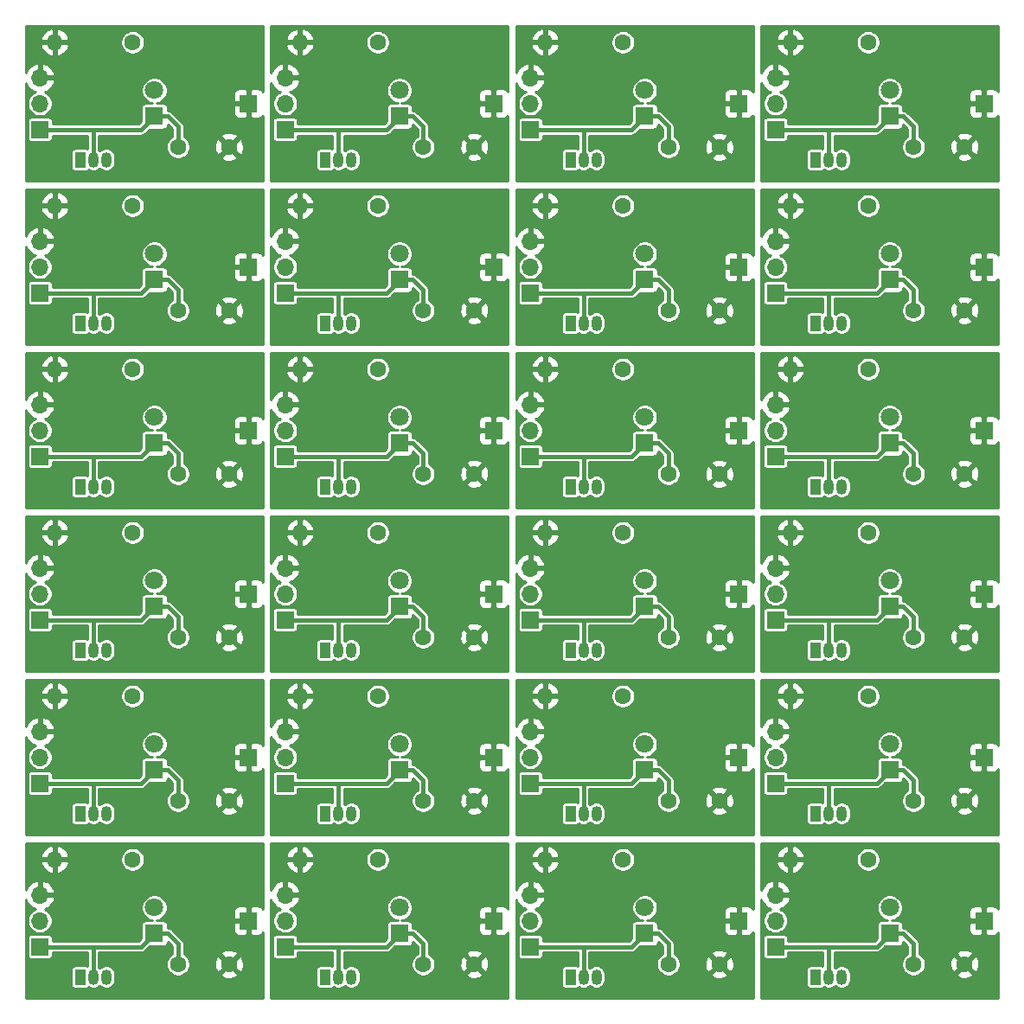
<source format=gtl>
G04 #@! TF.GenerationSoftware,KiCad,Pcbnew,5.1.5-52549c5~84~ubuntu18.04.1*
G04 #@! TF.CreationDate,2020-06-11T05:49:29+09:00*
G04 #@! TF.ProjectId,PulseOximeterTHT_rev3,50756c73-654f-4786-996d-657465725448,rev?*
G04 #@! TF.SameCoordinates,Original*
G04 #@! TF.FileFunction,Copper,L1,Top*
G04 #@! TF.FilePolarity,Positive*
%FSLAX46Y46*%
G04 Gerber Fmt 4.6, Leading zero omitted, Abs format (unit mm)*
G04 Created by KiCad (PCBNEW 5.1.5-52549c5~84~ubuntu18.04.1) date 2020-06-11 05:49:29*
%MOMM*%
%LPD*%
G04 APERTURE LIST*
%ADD10R,1.050000X1.500000*%
%ADD11O,1.050000X1.500000*%
%ADD12C,1.800000*%
%ADD13R,1.800000X1.800000*%
%ADD14O,1.600000X1.600000*%
%ADD15C,1.600000*%
%ADD16R,1.700000X1.700000*%
%ADD17O,1.700000X1.700000*%
%ADD18C,0.800000*%
%ADD19C,0.400000*%
%ADD20C,0.254000*%
G04 APERTURE END LIST*
D10*
X203729999Y-133500000D03*
D11*
X206269999Y-133500000D03*
X204999999Y-133500000D03*
D10*
X179729999Y-133500000D03*
D11*
X182269999Y-133500000D03*
X180999999Y-133500000D03*
D10*
X155729999Y-133500000D03*
D11*
X158269999Y-133500000D03*
X156999999Y-133500000D03*
D10*
X131729999Y-133500000D03*
D11*
X134269999Y-133500000D03*
X132999999Y-133500000D03*
D10*
X203729999Y-117500000D03*
D11*
X206269999Y-117500000D03*
X204999999Y-117500000D03*
D10*
X179729999Y-117500000D03*
D11*
X182269999Y-117500000D03*
X180999999Y-117500000D03*
D10*
X155729999Y-117500000D03*
D11*
X158269999Y-117500000D03*
X156999999Y-117500000D03*
D10*
X131729999Y-117500000D03*
D11*
X134269999Y-117500000D03*
X132999999Y-117500000D03*
D10*
X203729999Y-101500000D03*
D11*
X206269999Y-101500000D03*
X204999999Y-101500000D03*
D10*
X179729999Y-101500000D03*
D11*
X182269999Y-101500000D03*
X180999999Y-101500000D03*
D10*
X155729999Y-101500000D03*
D11*
X158269999Y-101500000D03*
X156999999Y-101500000D03*
D10*
X131729999Y-101500000D03*
D11*
X134269999Y-101500000D03*
X132999999Y-101500000D03*
D10*
X203729999Y-85500000D03*
D11*
X206269999Y-85500000D03*
X204999999Y-85500000D03*
D10*
X179729999Y-85500000D03*
D11*
X182269999Y-85500000D03*
X180999999Y-85500000D03*
D10*
X155729999Y-85500000D03*
D11*
X158269999Y-85500000D03*
X156999999Y-85500000D03*
D10*
X131729999Y-85500000D03*
D11*
X134269999Y-85500000D03*
X132999999Y-85500000D03*
D10*
X203729999Y-69500000D03*
D11*
X206269999Y-69500000D03*
X204999999Y-69500000D03*
D10*
X179729999Y-69500000D03*
D11*
X182269999Y-69500000D03*
X180999999Y-69500000D03*
D10*
X155729999Y-69500000D03*
D11*
X158269999Y-69500000D03*
X156999999Y-69500000D03*
D10*
X131729999Y-69500000D03*
D11*
X134269999Y-69500000D03*
X132999999Y-69500000D03*
D10*
X203729999Y-53500000D03*
D11*
X206269999Y-53500000D03*
X204999999Y-53500000D03*
D10*
X179729999Y-53500000D03*
D11*
X182269999Y-53500000D03*
X180999999Y-53500000D03*
D10*
X155729999Y-53500000D03*
D11*
X158269999Y-53500000D03*
X156999999Y-53500000D03*
D12*
X211000000Y-126710000D03*
D13*
X211000000Y-129250000D03*
D12*
X187000000Y-126710000D03*
D13*
X187000000Y-129250000D03*
D12*
X163000000Y-126710000D03*
D13*
X163000000Y-129250000D03*
D12*
X139000000Y-126710000D03*
D13*
X139000000Y-129250000D03*
D12*
X211000000Y-110710000D03*
D13*
X211000000Y-113250000D03*
D12*
X187000000Y-110710000D03*
D13*
X187000000Y-113250000D03*
D12*
X163000000Y-110710000D03*
D13*
X163000000Y-113250000D03*
D12*
X139000000Y-110710000D03*
D13*
X139000000Y-113250000D03*
D12*
X211000000Y-94710000D03*
D13*
X211000000Y-97250000D03*
D12*
X187000000Y-94710000D03*
D13*
X187000000Y-97250000D03*
D12*
X163000000Y-94710000D03*
D13*
X163000000Y-97250000D03*
D12*
X139000000Y-94710000D03*
D13*
X139000000Y-97250000D03*
D12*
X211000000Y-78710000D03*
D13*
X211000000Y-81250000D03*
D12*
X187000000Y-78710000D03*
D13*
X187000000Y-81250000D03*
D12*
X163000000Y-78710000D03*
D13*
X163000000Y-81250000D03*
D12*
X139000000Y-78710000D03*
D13*
X139000000Y-81250000D03*
D12*
X211000000Y-62710000D03*
D13*
X211000000Y-65250000D03*
D12*
X187000000Y-62710000D03*
D13*
X187000000Y-65250000D03*
D12*
X163000000Y-62710000D03*
D13*
X163000000Y-65250000D03*
D12*
X139000000Y-62710000D03*
D13*
X139000000Y-65250000D03*
D12*
X211000000Y-46710000D03*
D13*
X211000000Y-49250000D03*
D12*
X187000000Y-46710000D03*
D13*
X187000000Y-49250000D03*
D12*
X163000000Y-46710000D03*
D13*
X163000000Y-49250000D03*
D14*
X201250000Y-122000000D03*
D15*
X208870000Y-122000000D03*
D14*
X177250000Y-122000000D03*
D15*
X184870000Y-122000000D03*
D14*
X153250000Y-122000000D03*
D15*
X160870000Y-122000000D03*
D14*
X129250000Y-122000000D03*
D15*
X136870000Y-122000000D03*
D14*
X201250000Y-106000000D03*
D15*
X208870000Y-106000000D03*
D14*
X177250000Y-106000000D03*
D15*
X184870000Y-106000000D03*
D14*
X153250000Y-106000000D03*
D15*
X160870000Y-106000000D03*
D14*
X129250000Y-106000000D03*
D15*
X136870000Y-106000000D03*
D14*
X201250000Y-90000000D03*
D15*
X208870000Y-90000000D03*
D14*
X177250000Y-90000000D03*
D15*
X184870000Y-90000000D03*
D14*
X153250000Y-90000000D03*
D15*
X160870000Y-90000000D03*
D14*
X129250000Y-90000000D03*
D15*
X136870000Y-90000000D03*
D14*
X201250000Y-74000000D03*
D15*
X208870000Y-74000000D03*
D14*
X177250000Y-74000000D03*
D15*
X184870000Y-74000000D03*
D14*
X153250000Y-74000000D03*
D15*
X160870000Y-74000000D03*
D14*
X129250000Y-74000000D03*
D15*
X136870000Y-74000000D03*
D14*
X201250000Y-58000000D03*
D15*
X208870000Y-58000000D03*
D14*
X177250000Y-58000000D03*
D15*
X184870000Y-58000000D03*
D14*
X153250000Y-58000000D03*
D15*
X160870000Y-58000000D03*
D14*
X129250000Y-58000000D03*
D15*
X136870000Y-58000000D03*
D14*
X201250000Y-42000000D03*
D15*
X208870000Y-42000000D03*
D14*
X177250000Y-42000000D03*
D15*
X184870000Y-42000000D03*
D14*
X153250000Y-42000000D03*
D15*
X160870000Y-42000000D03*
D16*
X220200000Y-128000000D03*
X196200000Y-128000000D03*
X172200000Y-128000000D03*
X148200000Y-128000000D03*
X220200000Y-112000000D03*
X196200000Y-112000000D03*
X172200000Y-112000000D03*
X148200000Y-112000000D03*
X220200000Y-96000000D03*
X196200000Y-96000000D03*
X172200000Y-96000000D03*
X148200000Y-96000000D03*
X220200000Y-80000000D03*
X196200000Y-80000000D03*
X172200000Y-80000000D03*
X148200000Y-80000000D03*
X220200000Y-64000000D03*
X196200000Y-64000000D03*
X172200000Y-64000000D03*
X148200000Y-64000000D03*
X220200000Y-48000000D03*
X196200000Y-48000000D03*
X172200000Y-48000000D03*
X199800000Y-130540000D03*
D17*
X199800000Y-128000000D03*
X199800000Y-125460000D03*
D16*
X175800000Y-130540000D03*
D17*
X175800000Y-128000000D03*
X175800000Y-125460000D03*
D16*
X151800000Y-130540000D03*
D17*
X151800000Y-128000000D03*
X151800000Y-125460000D03*
D16*
X127800000Y-130540000D03*
D17*
X127800000Y-128000000D03*
X127800000Y-125460000D03*
D16*
X199800000Y-114540000D03*
D17*
X199800000Y-112000000D03*
X199800000Y-109460000D03*
D16*
X175800000Y-114540000D03*
D17*
X175800000Y-112000000D03*
X175800000Y-109460000D03*
D16*
X151800000Y-114540000D03*
D17*
X151800000Y-112000000D03*
X151800000Y-109460000D03*
D16*
X127800000Y-114540000D03*
D17*
X127800000Y-112000000D03*
X127800000Y-109460000D03*
D16*
X199800000Y-98540000D03*
D17*
X199800000Y-96000000D03*
X199800000Y-93460000D03*
D16*
X175800000Y-98540000D03*
D17*
X175800000Y-96000000D03*
X175800000Y-93460000D03*
D16*
X151800000Y-98540000D03*
D17*
X151800000Y-96000000D03*
X151800000Y-93460000D03*
D16*
X127800000Y-98540000D03*
D17*
X127800000Y-96000000D03*
X127800000Y-93460000D03*
D16*
X199800000Y-82540000D03*
D17*
X199800000Y-80000000D03*
X199800000Y-77460000D03*
D16*
X175800000Y-82540000D03*
D17*
X175800000Y-80000000D03*
X175800000Y-77460000D03*
D16*
X151800000Y-82540000D03*
D17*
X151800000Y-80000000D03*
X151800000Y-77460000D03*
D16*
X127800000Y-82540000D03*
D17*
X127800000Y-80000000D03*
X127800000Y-77460000D03*
D16*
X199800000Y-66540000D03*
D17*
X199800000Y-64000000D03*
X199800000Y-61460000D03*
D16*
X175800000Y-66540000D03*
D17*
X175800000Y-64000000D03*
X175800000Y-61460000D03*
D16*
X151800000Y-66540000D03*
D17*
X151800000Y-64000000D03*
X151800000Y-61460000D03*
D16*
X127800000Y-66540000D03*
D17*
X127800000Y-64000000D03*
X127800000Y-61460000D03*
D16*
X199800000Y-50540000D03*
D17*
X199800000Y-48000000D03*
X199800000Y-45460000D03*
D16*
X175800000Y-50540000D03*
D17*
X175800000Y-48000000D03*
X175800000Y-45460000D03*
D16*
X151800000Y-50540000D03*
D17*
X151800000Y-48000000D03*
X151800000Y-45460000D03*
D15*
X218318000Y-132244000D03*
X213318000Y-132244000D03*
X194318000Y-132244000D03*
X189318000Y-132244000D03*
X170318000Y-132244000D03*
X165318000Y-132244000D03*
X146318000Y-132244000D03*
X141318000Y-132244000D03*
X218318000Y-116244000D03*
X213318000Y-116244000D03*
X194318000Y-116244000D03*
X189318000Y-116244000D03*
X170318000Y-116244000D03*
X165318000Y-116244000D03*
X146318000Y-116244000D03*
X141318000Y-116244000D03*
X218318000Y-100244000D03*
X213318000Y-100244000D03*
X194318000Y-100244000D03*
X189318000Y-100244000D03*
X170318000Y-100244000D03*
X165318000Y-100244000D03*
X146318000Y-100244000D03*
X141318000Y-100244000D03*
X218318000Y-84244000D03*
X213318000Y-84244000D03*
X194318000Y-84244000D03*
X189318000Y-84244000D03*
X170318000Y-84244000D03*
X165318000Y-84244000D03*
X146318000Y-84244000D03*
X141318000Y-84244000D03*
X218318000Y-68244000D03*
X213318000Y-68244000D03*
X194318000Y-68244000D03*
X189318000Y-68244000D03*
X170318000Y-68244000D03*
X165318000Y-68244000D03*
X146318000Y-68244000D03*
X141318000Y-68244000D03*
X218318000Y-52244000D03*
X213318000Y-52244000D03*
X194318000Y-52244000D03*
X189318000Y-52244000D03*
X170318000Y-52244000D03*
X165318000Y-52244000D03*
X141318000Y-52244000D03*
X146318000Y-52244000D03*
D17*
X127800000Y-45460000D03*
X127800000Y-48000000D03*
D16*
X127800000Y-50540000D03*
X148200000Y-48000000D03*
D15*
X136870000Y-42000000D03*
D14*
X129250000Y-42000000D03*
D13*
X139000000Y-49250000D03*
D12*
X139000000Y-46710000D03*
D11*
X132999999Y-53500000D03*
X134269999Y-53500000D03*
D10*
X131729999Y-53500000D03*
D18*
X127475000Y-41195000D03*
X148430000Y-45005000D03*
X132905000Y-48875000D03*
X141905000Y-41375000D03*
X134905000Y-41875000D03*
X131405000Y-41875000D03*
X130405000Y-49375000D03*
X130405000Y-46875000D03*
X130405000Y-51875000D03*
X134405000Y-47375000D03*
X137405000Y-52875000D03*
X143905000Y-49875000D03*
X145405000Y-45875000D03*
X141905000Y-45875000D03*
X132905000Y-45375000D03*
X127405000Y-54375000D03*
X148405000Y-54375000D03*
X148405000Y-41375000D03*
X172405000Y-41375000D03*
X196405000Y-41375000D03*
X220405000Y-41375000D03*
X148405000Y-57375000D03*
X172405000Y-57375000D03*
X196405000Y-57375000D03*
X220405000Y-57375000D03*
X148405000Y-73375000D03*
X172405000Y-73375000D03*
X196405000Y-73375000D03*
X220405000Y-73375000D03*
X148405000Y-89375000D03*
X172405000Y-89375000D03*
X196405000Y-89375000D03*
X220405000Y-89375000D03*
X148405000Y-105375000D03*
X172405000Y-105375000D03*
X196405000Y-105375000D03*
X220405000Y-105375000D03*
X148405000Y-121375000D03*
X172405000Y-121375000D03*
X196405000Y-121375000D03*
X220405000Y-121375000D03*
X172405000Y-54375000D03*
X196405000Y-54375000D03*
X220405000Y-54375000D03*
X148405000Y-70375000D03*
X172405000Y-70375000D03*
X196405000Y-70375000D03*
X220405000Y-70375000D03*
X148405000Y-86375000D03*
X172405000Y-86375000D03*
X196405000Y-86375000D03*
X220405000Y-86375000D03*
X148405000Y-102375000D03*
X172405000Y-102375000D03*
X196405000Y-102375000D03*
X220405000Y-102375000D03*
X148405000Y-118375000D03*
X172405000Y-118375000D03*
X196405000Y-118375000D03*
X220405000Y-118375000D03*
X148405000Y-134375000D03*
X172405000Y-134375000D03*
X196405000Y-134375000D03*
X220405000Y-134375000D03*
X151405000Y-54375000D03*
X175405000Y-54375000D03*
X199405000Y-54375000D03*
X127405000Y-70375000D03*
X151405000Y-70375000D03*
X175405000Y-70375000D03*
X199405000Y-70375000D03*
X127405000Y-86375000D03*
X151405000Y-86375000D03*
X175405000Y-86375000D03*
X199405000Y-86375000D03*
X127405000Y-102375000D03*
X151405000Y-102375000D03*
X175405000Y-102375000D03*
X199405000Y-102375000D03*
X127405000Y-118375000D03*
X151405000Y-118375000D03*
X175405000Y-118375000D03*
X199405000Y-118375000D03*
X127405000Y-134375000D03*
X151405000Y-134375000D03*
X175405000Y-134375000D03*
X199405000Y-134375000D03*
X156905000Y-45375000D03*
X180905000Y-45375000D03*
X204905000Y-45375000D03*
X132905000Y-61375000D03*
X156905000Y-61375000D03*
X180905000Y-61375000D03*
X204905000Y-61375000D03*
X132905000Y-77375000D03*
X156905000Y-77375000D03*
X180905000Y-77375000D03*
X204905000Y-77375000D03*
X132905000Y-93375000D03*
X156905000Y-93375000D03*
X180905000Y-93375000D03*
X204905000Y-93375000D03*
X132905000Y-109375000D03*
X156905000Y-109375000D03*
X180905000Y-109375000D03*
X204905000Y-109375000D03*
X132905000Y-125375000D03*
X156905000Y-125375000D03*
X180905000Y-125375000D03*
X204905000Y-125375000D03*
X165905000Y-45875000D03*
X189905000Y-45875000D03*
X213905000Y-45875000D03*
X141905000Y-61875000D03*
X165905000Y-61875000D03*
X189905000Y-61875000D03*
X213905000Y-61875000D03*
X141905000Y-77875000D03*
X165905000Y-77875000D03*
X189905000Y-77875000D03*
X213905000Y-77875000D03*
X141905000Y-93875000D03*
X165905000Y-93875000D03*
X189905000Y-93875000D03*
X213905000Y-93875000D03*
X141905000Y-109875000D03*
X165905000Y-109875000D03*
X189905000Y-109875000D03*
X213905000Y-109875000D03*
X141905000Y-125875000D03*
X165905000Y-125875000D03*
X189905000Y-125875000D03*
X213905000Y-125875000D03*
X169405000Y-45875000D03*
X193405000Y-45875000D03*
X217405000Y-45875000D03*
X145405000Y-61875000D03*
X169405000Y-61875000D03*
X193405000Y-61875000D03*
X217405000Y-61875000D03*
X145405000Y-77875000D03*
X169405000Y-77875000D03*
X193405000Y-77875000D03*
X217405000Y-77875000D03*
X145405000Y-93875000D03*
X169405000Y-93875000D03*
X193405000Y-93875000D03*
X217405000Y-93875000D03*
X145405000Y-109875000D03*
X169405000Y-109875000D03*
X193405000Y-109875000D03*
X217405000Y-109875000D03*
X145405000Y-125875000D03*
X169405000Y-125875000D03*
X193405000Y-125875000D03*
X217405000Y-125875000D03*
X167905000Y-49875000D03*
X191905000Y-49875000D03*
X215905000Y-49875000D03*
X143905000Y-65875000D03*
X167905000Y-65875000D03*
X191905000Y-65875000D03*
X215905000Y-65875000D03*
X143905000Y-81875000D03*
X167905000Y-81875000D03*
X191905000Y-81875000D03*
X215905000Y-81875000D03*
X143905000Y-97875000D03*
X167905000Y-97875000D03*
X191905000Y-97875000D03*
X215905000Y-97875000D03*
X143905000Y-113875000D03*
X167905000Y-113875000D03*
X191905000Y-113875000D03*
X215905000Y-113875000D03*
X143905000Y-129875000D03*
X167905000Y-129875000D03*
X191905000Y-129875000D03*
X215905000Y-129875000D03*
X161405000Y-52875000D03*
X185405000Y-52875000D03*
X209405000Y-52875000D03*
X137405000Y-68875000D03*
X161405000Y-68875000D03*
X185405000Y-68875000D03*
X209405000Y-68875000D03*
X137405000Y-84875000D03*
X161405000Y-84875000D03*
X185405000Y-84875000D03*
X209405000Y-84875000D03*
X137405000Y-100875000D03*
X161405000Y-100875000D03*
X185405000Y-100875000D03*
X209405000Y-100875000D03*
X137405000Y-116875000D03*
X161405000Y-116875000D03*
X185405000Y-116875000D03*
X209405000Y-116875000D03*
X137405000Y-132875000D03*
X161405000Y-132875000D03*
X185405000Y-132875000D03*
X209405000Y-132875000D03*
X158405000Y-47375000D03*
X182405000Y-47375000D03*
X206405000Y-47375000D03*
X134405000Y-63375000D03*
X158405000Y-63375000D03*
X182405000Y-63375000D03*
X206405000Y-63375000D03*
X134405000Y-79375000D03*
X158405000Y-79375000D03*
X182405000Y-79375000D03*
X206405000Y-79375000D03*
X134405000Y-95375000D03*
X158405000Y-95375000D03*
X182405000Y-95375000D03*
X206405000Y-95375000D03*
X134405000Y-111375000D03*
X158405000Y-111375000D03*
X182405000Y-111375000D03*
X206405000Y-111375000D03*
X134405000Y-127375000D03*
X158405000Y-127375000D03*
X182405000Y-127375000D03*
X206405000Y-127375000D03*
X154405000Y-51875000D03*
X178405000Y-51875000D03*
X202405000Y-51875000D03*
X130405000Y-67875000D03*
X154405000Y-67875000D03*
X178405000Y-67875000D03*
X202405000Y-67875000D03*
X130405000Y-83875000D03*
X154405000Y-83875000D03*
X178405000Y-83875000D03*
X202405000Y-83875000D03*
X130405000Y-99875000D03*
X154405000Y-99875000D03*
X178405000Y-99875000D03*
X202405000Y-99875000D03*
X130405000Y-115875000D03*
X154405000Y-115875000D03*
X178405000Y-115875000D03*
X202405000Y-115875000D03*
X130405000Y-131875000D03*
X154405000Y-131875000D03*
X178405000Y-131875000D03*
X202405000Y-131875000D03*
X154405000Y-46875000D03*
X178405000Y-46875000D03*
X202405000Y-46875000D03*
X130405000Y-62875000D03*
X154405000Y-62875000D03*
X178405000Y-62875000D03*
X202405000Y-62875000D03*
X130405000Y-78875000D03*
X154405000Y-78875000D03*
X178405000Y-78875000D03*
X202405000Y-78875000D03*
X130405000Y-94875000D03*
X154405000Y-94875000D03*
X178405000Y-94875000D03*
X202405000Y-94875000D03*
X130405000Y-110875000D03*
X154405000Y-110875000D03*
X178405000Y-110875000D03*
X202405000Y-110875000D03*
X130405000Y-126875000D03*
X154405000Y-126875000D03*
X178405000Y-126875000D03*
X202405000Y-126875000D03*
X154405000Y-49375000D03*
X178405000Y-49375000D03*
X202405000Y-49375000D03*
X130405000Y-65375000D03*
X154405000Y-65375000D03*
X178405000Y-65375000D03*
X202405000Y-65375000D03*
X130405000Y-81375000D03*
X154405000Y-81375000D03*
X178405000Y-81375000D03*
X202405000Y-81375000D03*
X130405000Y-97375000D03*
X154405000Y-97375000D03*
X178405000Y-97375000D03*
X202405000Y-97375000D03*
X130405000Y-113375000D03*
X154405000Y-113375000D03*
X178405000Y-113375000D03*
X202405000Y-113375000D03*
X130405000Y-129375000D03*
X154405000Y-129375000D03*
X178405000Y-129375000D03*
X202405000Y-129375000D03*
X155405000Y-41875000D03*
X179405000Y-41875000D03*
X203405000Y-41875000D03*
X131405000Y-57875000D03*
X155405000Y-57875000D03*
X179405000Y-57875000D03*
X203405000Y-57875000D03*
X131405000Y-73875000D03*
X155405000Y-73875000D03*
X179405000Y-73875000D03*
X203405000Y-73875000D03*
X131405000Y-89875000D03*
X155405000Y-89875000D03*
X179405000Y-89875000D03*
X203405000Y-89875000D03*
X131405000Y-105875000D03*
X155405000Y-105875000D03*
X179405000Y-105875000D03*
X203405000Y-105875000D03*
X131405000Y-121875000D03*
X155405000Y-121875000D03*
X179405000Y-121875000D03*
X203405000Y-121875000D03*
X158905000Y-41875000D03*
X182905000Y-41875000D03*
X206905000Y-41875000D03*
X134905000Y-57875000D03*
X158905000Y-57875000D03*
X182905000Y-57875000D03*
X206905000Y-57875000D03*
X134905000Y-73875000D03*
X158905000Y-73875000D03*
X182905000Y-73875000D03*
X206905000Y-73875000D03*
X134905000Y-89875000D03*
X158905000Y-89875000D03*
X182905000Y-89875000D03*
X206905000Y-89875000D03*
X134905000Y-105875000D03*
X158905000Y-105875000D03*
X182905000Y-105875000D03*
X206905000Y-105875000D03*
X134905000Y-121875000D03*
X158905000Y-121875000D03*
X182905000Y-121875000D03*
X206905000Y-121875000D03*
X165905000Y-41375000D03*
X189905000Y-41375000D03*
X213905000Y-41375000D03*
X141905000Y-57375000D03*
X165905000Y-57375000D03*
X189905000Y-57375000D03*
X213905000Y-57375000D03*
X141905000Y-73375000D03*
X165905000Y-73375000D03*
X189905000Y-73375000D03*
X213905000Y-73375000D03*
X141905000Y-89375000D03*
X165905000Y-89375000D03*
X189905000Y-89375000D03*
X213905000Y-89375000D03*
X141905000Y-105375000D03*
X165905000Y-105375000D03*
X189905000Y-105375000D03*
X213905000Y-105375000D03*
X141905000Y-121375000D03*
X165905000Y-121375000D03*
X189905000Y-121375000D03*
X213905000Y-121375000D03*
X156905000Y-48875000D03*
X180905000Y-48875000D03*
X204905000Y-48875000D03*
X132905000Y-64875000D03*
X156905000Y-64875000D03*
X180905000Y-64875000D03*
X204905000Y-64875000D03*
X132905000Y-80875000D03*
X156905000Y-80875000D03*
X180905000Y-80875000D03*
X204905000Y-80875000D03*
X132905000Y-96875000D03*
X156905000Y-96875000D03*
X180905000Y-96875000D03*
X204905000Y-96875000D03*
X132905000Y-112875000D03*
X156905000Y-112875000D03*
X180905000Y-112875000D03*
X204905000Y-112875000D03*
X132905000Y-128875000D03*
X156905000Y-128875000D03*
X180905000Y-128875000D03*
X204905000Y-128875000D03*
X172430000Y-45005000D03*
X196430000Y-45005000D03*
X220430000Y-45005000D03*
X148430000Y-61005000D03*
X172430000Y-61005000D03*
X196430000Y-61005000D03*
X220430000Y-61005000D03*
X148430000Y-77005000D03*
X172430000Y-77005000D03*
X196430000Y-77005000D03*
X220430000Y-77005000D03*
X148430000Y-93005000D03*
X172430000Y-93005000D03*
X196430000Y-93005000D03*
X220430000Y-93005000D03*
X148430000Y-109005000D03*
X172430000Y-109005000D03*
X196430000Y-109005000D03*
X220430000Y-109005000D03*
X148430000Y-125005000D03*
X172430000Y-125005000D03*
X196430000Y-125005000D03*
X220430000Y-125005000D03*
X151475000Y-41195000D03*
X175475000Y-41195000D03*
X199475000Y-41195000D03*
X127475000Y-57195000D03*
X151475000Y-57195000D03*
X175475000Y-57195000D03*
X199475000Y-57195000D03*
X127475000Y-73195000D03*
X151475000Y-73195000D03*
X175475000Y-73195000D03*
X199475000Y-73195000D03*
X127475000Y-89195000D03*
X151475000Y-89195000D03*
X175475000Y-89195000D03*
X199475000Y-89195000D03*
X127475000Y-105195000D03*
X151475000Y-105195000D03*
X175475000Y-105195000D03*
X199475000Y-105195000D03*
X127475000Y-121195000D03*
X151475000Y-121195000D03*
X175475000Y-121195000D03*
X199475000Y-121195000D03*
D19*
X139000000Y-49250000D02*
X140300000Y-49250000D01*
X140300000Y-49250000D02*
X141318000Y-50268000D01*
X141318000Y-50268000D02*
X141318000Y-51112630D01*
X141318000Y-51112630D02*
X141318000Y-52244000D01*
X132940000Y-50540000D02*
X137710000Y-50540000D01*
X127800000Y-50540000D02*
X132940000Y-50540000D01*
X132999999Y-53500000D02*
X132999999Y-50599999D01*
X132999999Y-50599999D02*
X132940000Y-50540000D01*
X137710000Y-50540000D02*
X139000000Y-49250000D01*
X161710000Y-50540000D02*
X163000000Y-49250000D01*
X185710000Y-50540000D02*
X187000000Y-49250000D01*
X209710000Y-50540000D02*
X211000000Y-49250000D01*
X137710000Y-66540000D02*
X139000000Y-65250000D01*
X161710000Y-66540000D02*
X163000000Y-65250000D01*
X185710000Y-66540000D02*
X187000000Y-65250000D01*
X209710000Y-66540000D02*
X211000000Y-65250000D01*
X137710000Y-82540000D02*
X139000000Y-81250000D01*
X161710000Y-82540000D02*
X163000000Y-81250000D01*
X185710000Y-82540000D02*
X187000000Y-81250000D01*
X209710000Y-82540000D02*
X211000000Y-81250000D01*
X137710000Y-98540000D02*
X139000000Y-97250000D01*
X161710000Y-98540000D02*
X163000000Y-97250000D01*
X185710000Y-98540000D02*
X187000000Y-97250000D01*
X209710000Y-98540000D02*
X211000000Y-97250000D01*
X137710000Y-114540000D02*
X139000000Y-113250000D01*
X161710000Y-114540000D02*
X163000000Y-113250000D01*
X185710000Y-114540000D02*
X187000000Y-113250000D01*
X209710000Y-114540000D02*
X211000000Y-113250000D01*
X137710000Y-130540000D02*
X139000000Y-129250000D01*
X161710000Y-130540000D02*
X163000000Y-129250000D01*
X185710000Y-130540000D02*
X187000000Y-129250000D01*
X209710000Y-130540000D02*
X211000000Y-129250000D01*
X156999999Y-50599999D02*
X156940000Y-50540000D01*
X180999999Y-50599999D02*
X180940000Y-50540000D01*
X204999999Y-50599999D02*
X204940000Y-50540000D01*
X132999999Y-66599999D02*
X132940000Y-66540000D01*
X156999999Y-66599999D02*
X156940000Y-66540000D01*
X180999999Y-66599999D02*
X180940000Y-66540000D01*
X204999999Y-66599999D02*
X204940000Y-66540000D01*
X132999999Y-82599999D02*
X132940000Y-82540000D01*
X156999999Y-82599999D02*
X156940000Y-82540000D01*
X180999999Y-82599999D02*
X180940000Y-82540000D01*
X204999999Y-82599999D02*
X204940000Y-82540000D01*
X132999999Y-98599999D02*
X132940000Y-98540000D01*
X156999999Y-98599999D02*
X156940000Y-98540000D01*
X180999999Y-98599999D02*
X180940000Y-98540000D01*
X204999999Y-98599999D02*
X204940000Y-98540000D01*
X132999999Y-114599999D02*
X132940000Y-114540000D01*
X156999999Y-114599999D02*
X156940000Y-114540000D01*
X180999999Y-114599999D02*
X180940000Y-114540000D01*
X204999999Y-114599999D02*
X204940000Y-114540000D01*
X132999999Y-130599999D02*
X132940000Y-130540000D01*
X156999999Y-130599999D02*
X156940000Y-130540000D01*
X180999999Y-130599999D02*
X180940000Y-130540000D01*
X204999999Y-130599999D02*
X204940000Y-130540000D01*
X156999999Y-53500000D02*
X156999999Y-50599999D01*
X180999999Y-53500000D02*
X180999999Y-50599999D01*
X204999999Y-53500000D02*
X204999999Y-50599999D01*
X132999999Y-69500000D02*
X132999999Y-66599999D01*
X156999999Y-69500000D02*
X156999999Y-66599999D01*
X180999999Y-69500000D02*
X180999999Y-66599999D01*
X204999999Y-69500000D02*
X204999999Y-66599999D01*
X132999999Y-85500000D02*
X132999999Y-82599999D01*
X156999999Y-85500000D02*
X156999999Y-82599999D01*
X180999999Y-85500000D02*
X180999999Y-82599999D01*
X204999999Y-85500000D02*
X204999999Y-82599999D01*
X132999999Y-101500000D02*
X132999999Y-98599999D01*
X156999999Y-101500000D02*
X156999999Y-98599999D01*
X180999999Y-101500000D02*
X180999999Y-98599999D01*
X204999999Y-101500000D02*
X204999999Y-98599999D01*
X132999999Y-117500000D02*
X132999999Y-114599999D01*
X156999999Y-117500000D02*
X156999999Y-114599999D01*
X180999999Y-117500000D02*
X180999999Y-114599999D01*
X204999999Y-117500000D02*
X204999999Y-114599999D01*
X132999999Y-133500000D02*
X132999999Y-130599999D01*
X156999999Y-133500000D02*
X156999999Y-130599999D01*
X180999999Y-133500000D02*
X180999999Y-130599999D01*
X204999999Y-133500000D02*
X204999999Y-130599999D01*
X151800000Y-50540000D02*
X156940000Y-50540000D01*
X175800000Y-50540000D02*
X180940000Y-50540000D01*
X199800000Y-50540000D02*
X204940000Y-50540000D01*
X127800000Y-66540000D02*
X132940000Y-66540000D01*
X151800000Y-66540000D02*
X156940000Y-66540000D01*
X175800000Y-66540000D02*
X180940000Y-66540000D01*
X199800000Y-66540000D02*
X204940000Y-66540000D01*
X127800000Y-82540000D02*
X132940000Y-82540000D01*
X151800000Y-82540000D02*
X156940000Y-82540000D01*
X175800000Y-82540000D02*
X180940000Y-82540000D01*
X199800000Y-82540000D02*
X204940000Y-82540000D01*
X127800000Y-98540000D02*
X132940000Y-98540000D01*
X151800000Y-98540000D02*
X156940000Y-98540000D01*
X175800000Y-98540000D02*
X180940000Y-98540000D01*
X199800000Y-98540000D02*
X204940000Y-98540000D01*
X127800000Y-114540000D02*
X132940000Y-114540000D01*
X151800000Y-114540000D02*
X156940000Y-114540000D01*
X175800000Y-114540000D02*
X180940000Y-114540000D01*
X199800000Y-114540000D02*
X204940000Y-114540000D01*
X127800000Y-130540000D02*
X132940000Y-130540000D01*
X151800000Y-130540000D02*
X156940000Y-130540000D01*
X175800000Y-130540000D02*
X180940000Y-130540000D01*
X199800000Y-130540000D02*
X204940000Y-130540000D01*
X156940000Y-50540000D02*
X161710000Y-50540000D01*
X180940000Y-50540000D02*
X185710000Y-50540000D01*
X204940000Y-50540000D02*
X209710000Y-50540000D01*
X132940000Y-66540000D02*
X137710000Y-66540000D01*
X156940000Y-66540000D02*
X161710000Y-66540000D01*
X180940000Y-66540000D02*
X185710000Y-66540000D01*
X204940000Y-66540000D02*
X209710000Y-66540000D01*
X132940000Y-82540000D02*
X137710000Y-82540000D01*
X156940000Y-82540000D02*
X161710000Y-82540000D01*
X180940000Y-82540000D02*
X185710000Y-82540000D01*
X204940000Y-82540000D02*
X209710000Y-82540000D01*
X132940000Y-98540000D02*
X137710000Y-98540000D01*
X156940000Y-98540000D02*
X161710000Y-98540000D01*
X180940000Y-98540000D02*
X185710000Y-98540000D01*
X204940000Y-98540000D02*
X209710000Y-98540000D01*
X132940000Y-114540000D02*
X137710000Y-114540000D01*
X156940000Y-114540000D02*
X161710000Y-114540000D01*
X180940000Y-114540000D02*
X185710000Y-114540000D01*
X204940000Y-114540000D02*
X209710000Y-114540000D01*
X132940000Y-130540000D02*
X137710000Y-130540000D01*
X156940000Y-130540000D02*
X161710000Y-130540000D01*
X180940000Y-130540000D02*
X185710000Y-130540000D01*
X204940000Y-130540000D02*
X209710000Y-130540000D01*
X165318000Y-51112630D02*
X165318000Y-52244000D01*
X189318000Y-51112630D02*
X189318000Y-52244000D01*
X213318000Y-51112630D02*
X213318000Y-52244000D01*
X141318000Y-67112630D02*
X141318000Y-68244000D01*
X165318000Y-67112630D02*
X165318000Y-68244000D01*
X189318000Y-67112630D02*
X189318000Y-68244000D01*
X213318000Y-67112630D02*
X213318000Y-68244000D01*
X141318000Y-83112630D02*
X141318000Y-84244000D01*
X165318000Y-83112630D02*
X165318000Y-84244000D01*
X189318000Y-83112630D02*
X189318000Y-84244000D01*
X213318000Y-83112630D02*
X213318000Y-84244000D01*
X141318000Y-99112630D02*
X141318000Y-100244000D01*
X165318000Y-99112630D02*
X165318000Y-100244000D01*
X189318000Y-99112630D02*
X189318000Y-100244000D01*
X213318000Y-99112630D02*
X213318000Y-100244000D01*
X141318000Y-115112630D02*
X141318000Y-116244000D01*
X165318000Y-115112630D02*
X165318000Y-116244000D01*
X189318000Y-115112630D02*
X189318000Y-116244000D01*
X213318000Y-115112630D02*
X213318000Y-116244000D01*
X141318000Y-131112630D02*
X141318000Y-132244000D01*
X165318000Y-131112630D02*
X165318000Y-132244000D01*
X189318000Y-131112630D02*
X189318000Y-132244000D01*
X213318000Y-131112630D02*
X213318000Y-132244000D01*
X165318000Y-50268000D02*
X165318000Y-51112630D01*
X189318000Y-50268000D02*
X189318000Y-51112630D01*
X213318000Y-50268000D02*
X213318000Y-51112630D01*
X141318000Y-66268000D02*
X141318000Y-67112630D01*
X165318000Y-66268000D02*
X165318000Y-67112630D01*
X189318000Y-66268000D02*
X189318000Y-67112630D01*
X213318000Y-66268000D02*
X213318000Y-67112630D01*
X141318000Y-82268000D02*
X141318000Y-83112630D01*
X165318000Y-82268000D02*
X165318000Y-83112630D01*
X189318000Y-82268000D02*
X189318000Y-83112630D01*
X213318000Y-82268000D02*
X213318000Y-83112630D01*
X141318000Y-98268000D02*
X141318000Y-99112630D01*
X165318000Y-98268000D02*
X165318000Y-99112630D01*
X189318000Y-98268000D02*
X189318000Y-99112630D01*
X213318000Y-98268000D02*
X213318000Y-99112630D01*
X141318000Y-114268000D02*
X141318000Y-115112630D01*
X165318000Y-114268000D02*
X165318000Y-115112630D01*
X189318000Y-114268000D02*
X189318000Y-115112630D01*
X213318000Y-114268000D02*
X213318000Y-115112630D01*
X141318000Y-130268000D02*
X141318000Y-131112630D01*
X165318000Y-130268000D02*
X165318000Y-131112630D01*
X189318000Y-130268000D02*
X189318000Y-131112630D01*
X213318000Y-130268000D02*
X213318000Y-131112630D01*
X164300000Y-49250000D02*
X165318000Y-50268000D01*
X188300000Y-49250000D02*
X189318000Y-50268000D01*
X212300000Y-49250000D02*
X213318000Y-50268000D01*
X140300000Y-65250000D02*
X141318000Y-66268000D01*
X164300000Y-65250000D02*
X165318000Y-66268000D01*
X188300000Y-65250000D02*
X189318000Y-66268000D01*
X212300000Y-65250000D02*
X213318000Y-66268000D01*
X140300000Y-81250000D02*
X141318000Y-82268000D01*
X164300000Y-81250000D02*
X165318000Y-82268000D01*
X188300000Y-81250000D02*
X189318000Y-82268000D01*
X212300000Y-81250000D02*
X213318000Y-82268000D01*
X140300000Y-97250000D02*
X141318000Y-98268000D01*
X164300000Y-97250000D02*
X165318000Y-98268000D01*
X188300000Y-97250000D02*
X189318000Y-98268000D01*
X212300000Y-97250000D02*
X213318000Y-98268000D01*
X140300000Y-113250000D02*
X141318000Y-114268000D01*
X164300000Y-113250000D02*
X165318000Y-114268000D01*
X188300000Y-113250000D02*
X189318000Y-114268000D01*
X212300000Y-113250000D02*
X213318000Y-114268000D01*
X140300000Y-129250000D02*
X141318000Y-130268000D01*
X164300000Y-129250000D02*
X165318000Y-130268000D01*
X188300000Y-129250000D02*
X189318000Y-130268000D01*
X212300000Y-129250000D02*
X213318000Y-130268000D01*
X163000000Y-49250000D02*
X164300000Y-49250000D01*
X187000000Y-49250000D02*
X188300000Y-49250000D01*
X211000000Y-49250000D02*
X212300000Y-49250000D01*
X139000000Y-65250000D02*
X140300000Y-65250000D01*
X163000000Y-65250000D02*
X164300000Y-65250000D01*
X187000000Y-65250000D02*
X188300000Y-65250000D01*
X211000000Y-65250000D02*
X212300000Y-65250000D01*
X139000000Y-81250000D02*
X140300000Y-81250000D01*
X163000000Y-81250000D02*
X164300000Y-81250000D01*
X187000000Y-81250000D02*
X188300000Y-81250000D01*
X211000000Y-81250000D02*
X212300000Y-81250000D01*
X139000000Y-97250000D02*
X140300000Y-97250000D01*
X163000000Y-97250000D02*
X164300000Y-97250000D01*
X187000000Y-97250000D02*
X188300000Y-97250000D01*
X211000000Y-97250000D02*
X212300000Y-97250000D01*
X139000000Y-113250000D02*
X140300000Y-113250000D01*
X163000000Y-113250000D02*
X164300000Y-113250000D01*
X187000000Y-113250000D02*
X188300000Y-113250000D01*
X211000000Y-113250000D02*
X212300000Y-113250000D01*
X139000000Y-129250000D02*
X140300000Y-129250000D01*
X163000000Y-129250000D02*
X164300000Y-129250000D01*
X187000000Y-129250000D02*
X188300000Y-129250000D01*
X211000000Y-129250000D02*
X212300000Y-129250000D01*
D20*
G36*
X149598001Y-46828178D02*
G01*
X149580537Y-46795506D01*
X149501185Y-46698815D01*
X149404494Y-46619463D01*
X149294180Y-46560498D01*
X149174482Y-46524188D01*
X149050000Y-46511928D01*
X148485750Y-46515000D01*
X148327000Y-46673750D01*
X148327000Y-47873000D01*
X148347000Y-47873000D01*
X148347000Y-48127000D01*
X148327000Y-48127000D01*
X148327000Y-49326250D01*
X148485750Y-49485000D01*
X149050000Y-49488072D01*
X149174482Y-49475812D01*
X149294180Y-49439502D01*
X149404494Y-49380537D01*
X149501185Y-49301185D01*
X149580537Y-49204494D01*
X149598000Y-49171823D01*
X149598000Y-55598000D01*
X126402000Y-55598000D01*
X126402000Y-49690000D01*
X126571176Y-49690000D01*
X126571176Y-51390000D01*
X126578455Y-51463905D01*
X126600012Y-51534970D01*
X126635019Y-51600463D01*
X126682131Y-51657869D01*
X126739537Y-51704981D01*
X126805030Y-51739988D01*
X126876095Y-51761545D01*
X126950000Y-51768824D01*
X128650000Y-51768824D01*
X128723905Y-51761545D01*
X128794970Y-51739988D01*
X128860463Y-51704981D01*
X128917869Y-51657869D01*
X128964981Y-51600463D01*
X128999988Y-51534970D01*
X129021545Y-51463905D01*
X129028824Y-51390000D01*
X129028824Y-51117000D01*
X132423000Y-51117000D01*
X132422999Y-52412322D01*
X132399969Y-52400012D01*
X132328904Y-52378455D01*
X132254999Y-52371176D01*
X131204999Y-52371176D01*
X131131094Y-52378455D01*
X131060029Y-52400012D01*
X130994536Y-52435019D01*
X130937130Y-52482131D01*
X130890018Y-52539537D01*
X130855011Y-52605030D01*
X130833454Y-52676095D01*
X130826175Y-52750000D01*
X130826175Y-54250000D01*
X130833454Y-54323905D01*
X130855011Y-54394970D01*
X130890018Y-54460463D01*
X130937130Y-54517869D01*
X130994536Y-54564981D01*
X131060029Y-54599988D01*
X131131094Y-54621545D01*
X131204999Y-54628824D01*
X132254999Y-54628824D01*
X132328904Y-54621545D01*
X132399969Y-54599988D01*
X132465462Y-54564981D01*
X132522868Y-54517869D01*
X132537206Y-54500398D01*
X132653150Y-54562371D01*
X132823177Y-54613948D01*
X132999999Y-54631364D01*
X133176822Y-54613948D01*
X133346849Y-54562371D01*
X133503548Y-54478614D01*
X133635000Y-54370734D01*
X133766451Y-54478614D01*
X133923150Y-54562371D01*
X134093177Y-54613948D01*
X134269999Y-54631364D01*
X134446822Y-54613948D01*
X134616849Y-54562371D01*
X134773548Y-54478614D01*
X134910895Y-54365896D01*
X135023613Y-54228549D01*
X135107370Y-54071850D01*
X135158947Y-53901823D01*
X135171999Y-53769306D01*
X135171999Y-53230693D01*
X135158947Y-53098177D01*
X135107370Y-52928150D01*
X135023613Y-52771451D01*
X134910895Y-52634104D01*
X134773547Y-52521386D01*
X134616848Y-52437629D01*
X134446821Y-52386052D01*
X134269999Y-52368636D01*
X134093176Y-52386052D01*
X133923149Y-52437629D01*
X133766450Y-52521386D01*
X133634999Y-52629265D01*
X133576999Y-52581666D01*
X133576999Y-51117000D01*
X137681669Y-51117000D01*
X137710000Y-51119790D01*
X137738331Y-51117000D01*
X137738336Y-51117000D01*
X137768045Y-51114074D01*
X137823111Y-51108651D01*
X137867770Y-51095103D01*
X137931876Y-51075657D01*
X138032115Y-51022079D01*
X138119974Y-50949974D01*
X138138039Y-50927962D01*
X138537177Y-50528824D01*
X139900000Y-50528824D01*
X139973905Y-50521545D01*
X140044970Y-50499988D01*
X140110463Y-50464981D01*
X140167869Y-50417869D01*
X140214981Y-50360463D01*
X140249988Y-50294970D01*
X140271545Y-50223905D01*
X140278824Y-50150000D01*
X140278824Y-50044825D01*
X140741000Y-50507001D01*
X140741000Y-51213973D01*
X140567706Y-51329764D01*
X140403764Y-51493706D01*
X140274956Y-51686481D01*
X140186231Y-51900682D01*
X140141000Y-52128076D01*
X140141000Y-52359924D01*
X140186231Y-52587318D01*
X140274956Y-52801519D01*
X140403764Y-52994294D01*
X140567706Y-53158236D01*
X140760481Y-53287044D01*
X140974682Y-53375769D01*
X141202076Y-53421000D01*
X141433924Y-53421000D01*
X141661318Y-53375769D01*
X141875519Y-53287044D01*
X141950861Y-53236702D01*
X145504903Y-53236702D01*
X145576486Y-53480671D01*
X145831996Y-53601571D01*
X146106184Y-53670300D01*
X146388512Y-53684217D01*
X146668130Y-53642787D01*
X146934292Y-53547603D01*
X147059514Y-53480671D01*
X147131097Y-53236702D01*
X146318000Y-52423605D01*
X145504903Y-53236702D01*
X141950861Y-53236702D01*
X142068294Y-53158236D01*
X142232236Y-52994294D01*
X142361044Y-52801519D01*
X142449769Y-52587318D01*
X142495000Y-52359924D01*
X142495000Y-52314512D01*
X144877783Y-52314512D01*
X144919213Y-52594130D01*
X145014397Y-52860292D01*
X145081329Y-52985514D01*
X145325298Y-53057097D01*
X146138395Y-52244000D01*
X146497605Y-52244000D01*
X147310702Y-53057097D01*
X147554671Y-52985514D01*
X147675571Y-52730004D01*
X147744300Y-52455816D01*
X147758217Y-52173488D01*
X147716787Y-51893870D01*
X147621603Y-51627708D01*
X147554671Y-51502486D01*
X147310702Y-51430903D01*
X146497605Y-52244000D01*
X146138395Y-52244000D01*
X145325298Y-51430903D01*
X145081329Y-51502486D01*
X144960429Y-51757996D01*
X144891700Y-52032184D01*
X144877783Y-52314512D01*
X142495000Y-52314512D01*
X142495000Y-52128076D01*
X142449769Y-51900682D01*
X142361044Y-51686481D01*
X142232236Y-51493706D01*
X142068294Y-51329764D01*
X141950861Y-51251298D01*
X145504903Y-51251298D01*
X146318000Y-52064395D01*
X147131097Y-51251298D01*
X147059514Y-51007329D01*
X146804004Y-50886429D01*
X146529816Y-50817700D01*
X146247488Y-50803783D01*
X145967870Y-50845213D01*
X145701708Y-50940397D01*
X145576486Y-51007329D01*
X145504903Y-51251298D01*
X141950861Y-51251298D01*
X141895000Y-51213973D01*
X141895000Y-50296328D01*
X141897790Y-50267999D01*
X141895000Y-50239670D01*
X141895000Y-50239664D01*
X141886650Y-50154888D01*
X141853657Y-50046124D01*
X141800079Y-49945885D01*
X141727974Y-49858026D01*
X141705963Y-49839962D01*
X140728039Y-48862038D01*
X140718160Y-48850000D01*
X146711928Y-48850000D01*
X146724188Y-48974482D01*
X146760498Y-49094180D01*
X146819463Y-49204494D01*
X146898815Y-49301185D01*
X146995506Y-49380537D01*
X147105820Y-49439502D01*
X147225518Y-49475812D01*
X147350000Y-49488072D01*
X147914250Y-49485000D01*
X148073000Y-49326250D01*
X148073000Y-48127000D01*
X146873750Y-48127000D01*
X146715000Y-48285750D01*
X146711928Y-48850000D01*
X140718160Y-48850000D01*
X140709974Y-48840026D01*
X140622115Y-48767921D01*
X140521876Y-48714343D01*
X140457770Y-48694897D01*
X140413111Y-48681349D01*
X140358045Y-48675926D01*
X140328336Y-48673000D01*
X140328331Y-48673000D01*
X140300000Y-48670210D01*
X140278824Y-48672295D01*
X140278824Y-48350000D01*
X140271545Y-48276095D01*
X140249988Y-48205030D01*
X140214981Y-48139537D01*
X140167869Y-48082131D01*
X140110463Y-48035019D01*
X140044970Y-48000012D01*
X139973905Y-47978455D01*
X139900000Y-47971176D01*
X139205327Y-47971176D01*
X139372487Y-47937926D01*
X139604886Y-47841663D01*
X139814040Y-47701911D01*
X139991911Y-47524040D01*
X140131663Y-47314886D01*
X140199961Y-47150000D01*
X146711928Y-47150000D01*
X146715000Y-47714250D01*
X146873750Y-47873000D01*
X148073000Y-47873000D01*
X148073000Y-46673750D01*
X147914250Y-46515000D01*
X147350000Y-46511928D01*
X147225518Y-46524188D01*
X147105820Y-46560498D01*
X146995506Y-46619463D01*
X146898815Y-46698815D01*
X146819463Y-46795506D01*
X146760498Y-46905820D01*
X146724188Y-47025518D01*
X146711928Y-47150000D01*
X140199961Y-47150000D01*
X140227926Y-47082487D01*
X140277000Y-46835774D01*
X140277000Y-46584226D01*
X140227926Y-46337513D01*
X140131663Y-46105114D01*
X139991911Y-45895960D01*
X139814040Y-45718089D01*
X139604886Y-45578337D01*
X139372487Y-45482074D01*
X139125774Y-45433000D01*
X138874226Y-45433000D01*
X138627513Y-45482074D01*
X138395114Y-45578337D01*
X138185960Y-45718089D01*
X138008089Y-45895960D01*
X137868337Y-46105114D01*
X137772074Y-46337513D01*
X137723000Y-46584226D01*
X137723000Y-46835774D01*
X137772074Y-47082487D01*
X137868337Y-47314886D01*
X138008089Y-47524040D01*
X138185960Y-47701911D01*
X138395114Y-47841663D01*
X138627513Y-47937926D01*
X138794673Y-47971176D01*
X138100000Y-47971176D01*
X138026095Y-47978455D01*
X137955030Y-48000012D01*
X137889537Y-48035019D01*
X137832131Y-48082131D01*
X137785019Y-48139537D01*
X137750012Y-48205030D01*
X137728455Y-48276095D01*
X137721176Y-48350000D01*
X137721176Y-49712823D01*
X137470999Y-49963000D01*
X132968331Y-49963000D01*
X132940000Y-49960210D01*
X132911669Y-49963000D01*
X129028824Y-49963000D01*
X129028824Y-49690000D01*
X129021545Y-49616095D01*
X128999988Y-49545030D01*
X128964981Y-49479537D01*
X128917869Y-49422131D01*
X128860463Y-49375019D01*
X128794970Y-49340012D01*
X128723905Y-49318455D01*
X128650000Y-49311176D01*
X126950000Y-49311176D01*
X126876095Y-49318455D01*
X126805030Y-49340012D01*
X126739537Y-49375019D01*
X126682131Y-49422131D01*
X126635019Y-49479537D01*
X126600012Y-49545030D01*
X126578455Y-49616095D01*
X126571176Y-49690000D01*
X126402000Y-49690000D01*
X126402000Y-45960225D01*
X126403175Y-45964099D01*
X126528359Y-46226920D01*
X126702412Y-46460269D01*
X126918645Y-46655178D01*
X127168748Y-46804157D01*
X127336798Y-46863769D01*
X127218798Y-46912647D01*
X127017833Y-47046927D01*
X126846927Y-47217833D01*
X126712647Y-47418798D01*
X126620153Y-47642097D01*
X126573000Y-47879151D01*
X126573000Y-48120849D01*
X126620153Y-48357903D01*
X126712647Y-48581202D01*
X126846927Y-48782167D01*
X127017833Y-48953073D01*
X127218798Y-49087353D01*
X127442097Y-49179847D01*
X127679151Y-49227000D01*
X127920849Y-49227000D01*
X128157903Y-49179847D01*
X128381202Y-49087353D01*
X128582167Y-48953073D01*
X128753073Y-48782167D01*
X128887353Y-48581202D01*
X128979847Y-48357903D01*
X129027000Y-48120849D01*
X129027000Y-47879151D01*
X128979847Y-47642097D01*
X128887353Y-47418798D01*
X128753073Y-47217833D01*
X128582167Y-47046927D01*
X128381202Y-46912647D01*
X128263202Y-46863769D01*
X128431252Y-46804157D01*
X128681355Y-46655178D01*
X128897588Y-46460269D01*
X129071641Y-46226920D01*
X129196825Y-45964099D01*
X129241476Y-45816890D01*
X129120155Y-45587000D01*
X127927000Y-45587000D01*
X127927000Y-45607000D01*
X127673000Y-45607000D01*
X127673000Y-45587000D01*
X127653000Y-45587000D01*
X127653000Y-45333000D01*
X127673000Y-45333000D01*
X127673000Y-44139186D01*
X127927000Y-44139186D01*
X127927000Y-45333000D01*
X129120155Y-45333000D01*
X129241476Y-45103110D01*
X129196825Y-44955901D01*
X129071641Y-44693080D01*
X128897588Y-44459731D01*
X128681355Y-44264822D01*
X128431252Y-44115843D01*
X128156891Y-44018519D01*
X127927000Y-44139186D01*
X127673000Y-44139186D01*
X127443109Y-44018519D01*
X127168748Y-44115843D01*
X126918645Y-44264822D01*
X126702412Y-44459731D01*
X126528359Y-44693080D01*
X126403175Y-44955901D01*
X126402000Y-44959775D01*
X126402000Y-42349039D01*
X127858096Y-42349039D01*
X127898754Y-42483087D01*
X128018963Y-42737420D01*
X128186481Y-42963414D01*
X128394869Y-43152385D01*
X128636119Y-43297070D01*
X128900960Y-43391909D01*
X129123000Y-43270624D01*
X129123000Y-42127000D01*
X129377000Y-42127000D01*
X129377000Y-43270624D01*
X129599040Y-43391909D01*
X129863881Y-43297070D01*
X130105131Y-43152385D01*
X130313519Y-42963414D01*
X130481037Y-42737420D01*
X130601246Y-42483087D01*
X130641904Y-42349039D01*
X130519915Y-42127000D01*
X129377000Y-42127000D01*
X129123000Y-42127000D01*
X127980085Y-42127000D01*
X127858096Y-42349039D01*
X126402000Y-42349039D01*
X126402000Y-41884076D01*
X135693000Y-41884076D01*
X135693000Y-42115924D01*
X135738231Y-42343318D01*
X135826956Y-42557519D01*
X135955764Y-42750294D01*
X136119706Y-42914236D01*
X136312481Y-43043044D01*
X136526682Y-43131769D01*
X136754076Y-43177000D01*
X136985924Y-43177000D01*
X137213318Y-43131769D01*
X137427519Y-43043044D01*
X137620294Y-42914236D01*
X137784236Y-42750294D01*
X137913044Y-42557519D01*
X138001769Y-42343318D01*
X138047000Y-42115924D01*
X138047000Y-41884076D01*
X138001769Y-41656682D01*
X137913044Y-41442481D01*
X137784236Y-41249706D01*
X137620294Y-41085764D01*
X137427519Y-40956956D01*
X137213318Y-40868231D01*
X136985924Y-40823000D01*
X136754076Y-40823000D01*
X136526682Y-40868231D01*
X136312481Y-40956956D01*
X136119706Y-41085764D01*
X135955764Y-41249706D01*
X135826956Y-41442481D01*
X135738231Y-41656682D01*
X135693000Y-41884076D01*
X126402000Y-41884076D01*
X126402000Y-41650961D01*
X127858096Y-41650961D01*
X127980085Y-41873000D01*
X129123000Y-41873000D01*
X129123000Y-40729376D01*
X129377000Y-40729376D01*
X129377000Y-41873000D01*
X130519915Y-41873000D01*
X130641904Y-41650961D01*
X130601246Y-41516913D01*
X130481037Y-41262580D01*
X130313519Y-41036586D01*
X130105131Y-40847615D01*
X129863881Y-40702930D01*
X129599040Y-40608091D01*
X129377000Y-40729376D01*
X129123000Y-40729376D01*
X128900960Y-40608091D01*
X128636119Y-40702930D01*
X128394869Y-40847615D01*
X128186481Y-41036586D01*
X128018963Y-41262580D01*
X127898754Y-41516913D01*
X127858096Y-41650961D01*
X126402000Y-41650961D01*
X126402000Y-40402000D01*
X149598001Y-40402000D01*
X149598001Y-46828178D01*
G37*
X149598001Y-46828178D02*
X149580537Y-46795506D01*
X149501185Y-46698815D01*
X149404494Y-46619463D01*
X149294180Y-46560498D01*
X149174482Y-46524188D01*
X149050000Y-46511928D01*
X148485750Y-46515000D01*
X148327000Y-46673750D01*
X148327000Y-47873000D01*
X148347000Y-47873000D01*
X148347000Y-48127000D01*
X148327000Y-48127000D01*
X148327000Y-49326250D01*
X148485750Y-49485000D01*
X149050000Y-49488072D01*
X149174482Y-49475812D01*
X149294180Y-49439502D01*
X149404494Y-49380537D01*
X149501185Y-49301185D01*
X149580537Y-49204494D01*
X149598000Y-49171823D01*
X149598000Y-55598000D01*
X126402000Y-55598000D01*
X126402000Y-49690000D01*
X126571176Y-49690000D01*
X126571176Y-51390000D01*
X126578455Y-51463905D01*
X126600012Y-51534970D01*
X126635019Y-51600463D01*
X126682131Y-51657869D01*
X126739537Y-51704981D01*
X126805030Y-51739988D01*
X126876095Y-51761545D01*
X126950000Y-51768824D01*
X128650000Y-51768824D01*
X128723905Y-51761545D01*
X128794970Y-51739988D01*
X128860463Y-51704981D01*
X128917869Y-51657869D01*
X128964981Y-51600463D01*
X128999988Y-51534970D01*
X129021545Y-51463905D01*
X129028824Y-51390000D01*
X129028824Y-51117000D01*
X132423000Y-51117000D01*
X132422999Y-52412322D01*
X132399969Y-52400012D01*
X132328904Y-52378455D01*
X132254999Y-52371176D01*
X131204999Y-52371176D01*
X131131094Y-52378455D01*
X131060029Y-52400012D01*
X130994536Y-52435019D01*
X130937130Y-52482131D01*
X130890018Y-52539537D01*
X130855011Y-52605030D01*
X130833454Y-52676095D01*
X130826175Y-52750000D01*
X130826175Y-54250000D01*
X130833454Y-54323905D01*
X130855011Y-54394970D01*
X130890018Y-54460463D01*
X130937130Y-54517869D01*
X130994536Y-54564981D01*
X131060029Y-54599988D01*
X131131094Y-54621545D01*
X131204999Y-54628824D01*
X132254999Y-54628824D01*
X132328904Y-54621545D01*
X132399969Y-54599988D01*
X132465462Y-54564981D01*
X132522868Y-54517869D01*
X132537206Y-54500398D01*
X132653150Y-54562371D01*
X132823177Y-54613948D01*
X132999999Y-54631364D01*
X133176822Y-54613948D01*
X133346849Y-54562371D01*
X133503548Y-54478614D01*
X133635000Y-54370734D01*
X133766451Y-54478614D01*
X133923150Y-54562371D01*
X134093177Y-54613948D01*
X134269999Y-54631364D01*
X134446822Y-54613948D01*
X134616849Y-54562371D01*
X134773548Y-54478614D01*
X134910895Y-54365896D01*
X135023613Y-54228549D01*
X135107370Y-54071850D01*
X135158947Y-53901823D01*
X135171999Y-53769306D01*
X135171999Y-53230693D01*
X135158947Y-53098177D01*
X135107370Y-52928150D01*
X135023613Y-52771451D01*
X134910895Y-52634104D01*
X134773547Y-52521386D01*
X134616848Y-52437629D01*
X134446821Y-52386052D01*
X134269999Y-52368636D01*
X134093176Y-52386052D01*
X133923149Y-52437629D01*
X133766450Y-52521386D01*
X133634999Y-52629265D01*
X133576999Y-52581666D01*
X133576999Y-51117000D01*
X137681669Y-51117000D01*
X137710000Y-51119790D01*
X137738331Y-51117000D01*
X137738336Y-51117000D01*
X137768045Y-51114074D01*
X137823111Y-51108651D01*
X137867770Y-51095103D01*
X137931876Y-51075657D01*
X138032115Y-51022079D01*
X138119974Y-50949974D01*
X138138039Y-50927962D01*
X138537177Y-50528824D01*
X139900000Y-50528824D01*
X139973905Y-50521545D01*
X140044970Y-50499988D01*
X140110463Y-50464981D01*
X140167869Y-50417869D01*
X140214981Y-50360463D01*
X140249988Y-50294970D01*
X140271545Y-50223905D01*
X140278824Y-50150000D01*
X140278824Y-50044825D01*
X140741000Y-50507001D01*
X140741000Y-51213973D01*
X140567706Y-51329764D01*
X140403764Y-51493706D01*
X140274956Y-51686481D01*
X140186231Y-51900682D01*
X140141000Y-52128076D01*
X140141000Y-52359924D01*
X140186231Y-52587318D01*
X140274956Y-52801519D01*
X140403764Y-52994294D01*
X140567706Y-53158236D01*
X140760481Y-53287044D01*
X140974682Y-53375769D01*
X141202076Y-53421000D01*
X141433924Y-53421000D01*
X141661318Y-53375769D01*
X141875519Y-53287044D01*
X141950861Y-53236702D01*
X145504903Y-53236702D01*
X145576486Y-53480671D01*
X145831996Y-53601571D01*
X146106184Y-53670300D01*
X146388512Y-53684217D01*
X146668130Y-53642787D01*
X146934292Y-53547603D01*
X147059514Y-53480671D01*
X147131097Y-53236702D01*
X146318000Y-52423605D01*
X145504903Y-53236702D01*
X141950861Y-53236702D01*
X142068294Y-53158236D01*
X142232236Y-52994294D01*
X142361044Y-52801519D01*
X142449769Y-52587318D01*
X142495000Y-52359924D01*
X142495000Y-52314512D01*
X144877783Y-52314512D01*
X144919213Y-52594130D01*
X145014397Y-52860292D01*
X145081329Y-52985514D01*
X145325298Y-53057097D01*
X146138395Y-52244000D01*
X146497605Y-52244000D01*
X147310702Y-53057097D01*
X147554671Y-52985514D01*
X147675571Y-52730004D01*
X147744300Y-52455816D01*
X147758217Y-52173488D01*
X147716787Y-51893870D01*
X147621603Y-51627708D01*
X147554671Y-51502486D01*
X147310702Y-51430903D01*
X146497605Y-52244000D01*
X146138395Y-52244000D01*
X145325298Y-51430903D01*
X145081329Y-51502486D01*
X144960429Y-51757996D01*
X144891700Y-52032184D01*
X144877783Y-52314512D01*
X142495000Y-52314512D01*
X142495000Y-52128076D01*
X142449769Y-51900682D01*
X142361044Y-51686481D01*
X142232236Y-51493706D01*
X142068294Y-51329764D01*
X141950861Y-51251298D01*
X145504903Y-51251298D01*
X146318000Y-52064395D01*
X147131097Y-51251298D01*
X147059514Y-51007329D01*
X146804004Y-50886429D01*
X146529816Y-50817700D01*
X146247488Y-50803783D01*
X145967870Y-50845213D01*
X145701708Y-50940397D01*
X145576486Y-51007329D01*
X145504903Y-51251298D01*
X141950861Y-51251298D01*
X141895000Y-51213973D01*
X141895000Y-50296328D01*
X141897790Y-50267999D01*
X141895000Y-50239670D01*
X141895000Y-50239664D01*
X141886650Y-50154888D01*
X141853657Y-50046124D01*
X141800079Y-49945885D01*
X141727974Y-49858026D01*
X141705963Y-49839962D01*
X140728039Y-48862038D01*
X140718160Y-48850000D01*
X146711928Y-48850000D01*
X146724188Y-48974482D01*
X146760498Y-49094180D01*
X146819463Y-49204494D01*
X146898815Y-49301185D01*
X146995506Y-49380537D01*
X147105820Y-49439502D01*
X147225518Y-49475812D01*
X147350000Y-49488072D01*
X147914250Y-49485000D01*
X148073000Y-49326250D01*
X148073000Y-48127000D01*
X146873750Y-48127000D01*
X146715000Y-48285750D01*
X146711928Y-48850000D01*
X140718160Y-48850000D01*
X140709974Y-48840026D01*
X140622115Y-48767921D01*
X140521876Y-48714343D01*
X140457770Y-48694897D01*
X140413111Y-48681349D01*
X140358045Y-48675926D01*
X140328336Y-48673000D01*
X140328331Y-48673000D01*
X140300000Y-48670210D01*
X140278824Y-48672295D01*
X140278824Y-48350000D01*
X140271545Y-48276095D01*
X140249988Y-48205030D01*
X140214981Y-48139537D01*
X140167869Y-48082131D01*
X140110463Y-48035019D01*
X140044970Y-48000012D01*
X139973905Y-47978455D01*
X139900000Y-47971176D01*
X139205327Y-47971176D01*
X139372487Y-47937926D01*
X139604886Y-47841663D01*
X139814040Y-47701911D01*
X139991911Y-47524040D01*
X140131663Y-47314886D01*
X140199961Y-47150000D01*
X146711928Y-47150000D01*
X146715000Y-47714250D01*
X146873750Y-47873000D01*
X148073000Y-47873000D01*
X148073000Y-46673750D01*
X147914250Y-46515000D01*
X147350000Y-46511928D01*
X147225518Y-46524188D01*
X147105820Y-46560498D01*
X146995506Y-46619463D01*
X146898815Y-46698815D01*
X146819463Y-46795506D01*
X146760498Y-46905820D01*
X146724188Y-47025518D01*
X146711928Y-47150000D01*
X140199961Y-47150000D01*
X140227926Y-47082487D01*
X140277000Y-46835774D01*
X140277000Y-46584226D01*
X140227926Y-46337513D01*
X140131663Y-46105114D01*
X139991911Y-45895960D01*
X139814040Y-45718089D01*
X139604886Y-45578337D01*
X139372487Y-45482074D01*
X139125774Y-45433000D01*
X138874226Y-45433000D01*
X138627513Y-45482074D01*
X138395114Y-45578337D01*
X138185960Y-45718089D01*
X138008089Y-45895960D01*
X137868337Y-46105114D01*
X137772074Y-46337513D01*
X137723000Y-46584226D01*
X137723000Y-46835774D01*
X137772074Y-47082487D01*
X137868337Y-47314886D01*
X138008089Y-47524040D01*
X138185960Y-47701911D01*
X138395114Y-47841663D01*
X138627513Y-47937926D01*
X138794673Y-47971176D01*
X138100000Y-47971176D01*
X138026095Y-47978455D01*
X137955030Y-48000012D01*
X137889537Y-48035019D01*
X137832131Y-48082131D01*
X137785019Y-48139537D01*
X137750012Y-48205030D01*
X137728455Y-48276095D01*
X137721176Y-48350000D01*
X137721176Y-49712823D01*
X137470999Y-49963000D01*
X132968331Y-49963000D01*
X132940000Y-49960210D01*
X132911669Y-49963000D01*
X129028824Y-49963000D01*
X129028824Y-49690000D01*
X129021545Y-49616095D01*
X128999988Y-49545030D01*
X128964981Y-49479537D01*
X128917869Y-49422131D01*
X128860463Y-49375019D01*
X128794970Y-49340012D01*
X128723905Y-49318455D01*
X128650000Y-49311176D01*
X126950000Y-49311176D01*
X126876095Y-49318455D01*
X126805030Y-49340012D01*
X126739537Y-49375019D01*
X126682131Y-49422131D01*
X126635019Y-49479537D01*
X126600012Y-49545030D01*
X126578455Y-49616095D01*
X126571176Y-49690000D01*
X126402000Y-49690000D01*
X126402000Y-45960225D01*
X126403175Y-45964099D01*
X126528359Y-46226920D01*
X126702412Y-46460269D01*
X126918645Y-46655178D01*
X127168748Y-46804157D01*
X127336798Y-46863769D01*
X127218798Y-46912647D01*
X127017833Y-47046927D01*
X126846927Y-47217833D01*
X126712647Y-47418798D01*
X126620153Y-47642097D01*
X126573000Y-47879151D01*
X126573000Y-48120849D01*
X126620153Y-48357903D01*
X126712647Y-48581202D01*
X126846927Y-48782167D01*
X127017833Y-48953073D01*
X127218798Y-49087353D01*
X127442097Y-49179847D01*
X127679151Y-49227000D01*
X127920849Y-49227000D01*
X128157903Y-49179847D01*
X128381202Y-49087353D01*
X128582167Y-48953073D01*
X128753073Y-48782167D01*
X128887353Y-48581202D01*
X128979847Y-48357903D01*
X129027000Y-48120849D01*
X129027000Y-47879151D01*
X128979847Y-47642097D01*
X128887353Y-47418798D01*
X128753073Y-47217833D01*
X128582167Y-47046927D01*
X128381202Y-46912647D01*
X128263202Y-46863769D01*
X128431252Y-46804157D01*
X128681355Y-46655178D01*
X128897588Y-46460269D01*
X129071641Y-46226920D01*
X129196825Y-45964099D01*
X129241476Y-45816890D01*
X129120155Y-45587000D01*
X127927000Y-45587000D01*
X127927000Y-45607000D01*
X127673000Y-45607000D01*
X127673000Y-45587000D01*
X127653000Y-45587000D01*
X127653000Y-45333000D01*
X127673000Y-45333000D01*
X127673000Y-44139186D01*
X127927000Y-44139186D01*
X127927000Y-45333000D01*
X129120155Y-45333000D01*
X129241476Y-45103110D01*
X129196825Y-44955901D01*
X129071641Y-44693080D01*
X128897588Y-44459731D01*
X128681355Y-44264822D01*
X128431252Y-44115843D01*
X128156891Y-44018519D01*
X127927000Y-44139186D01*
X127673000Y-44139186D01*
X127443109Y-44018519D01*
X127168748Y-44115843D01*
X126918645Y-44264822D01*
X126702412Y-44459731D01*
X126528359Y-44693080D01*
X126403175Y-44955901D01*
X126402000Y-44959775D01*
X126402000Y-42349039D01*
X127858096Y-42349039D01*
X127898754Y-42483087D01*
X128018963Y-42737420D01*
X128186481Y-42963414D01*
X128394869Y-43152385D01*
X128636119Y-43297070D01*
X128900960Y-43391909D01*
X129123000Y-43270624D01*
X129123000Y-42127000D01*
X129377000Y-42127000D01*
X129377000Y-43270624D01*
X129599040Y-43391909D01*
X129863881Y-43297070D01*
X130105131Y-43152385D01*
X130313519Y-42963414D01*
X130481037Y-42737420D01*
X130601246Y-42483087D01*
X130641904Y-42349039D01*
X130519915Y-42127000D01*
X129377000Y-42127000D01*
X129123000Y-42127000D01*
X127980085Y-42127000D01*
X127858096Y-42349039D01*
X126402000Y-42349039D01*
X126402000Y-41884076D01*
X135693000Y-41884076D01*
X135693000Y-42115924D01*
X135738231Y-42343318D01*
X135826956Y-42557519D01*
X135955764Y-42750294D01*
X136119706Y-42914236D01*
X136312481Y-43043044D01*
X136526682Y-43131769D01*
X136754076Y-43177000D01*
X136985924Y-43177000D01*
X137213318Y-43131769D01*
X137427519Y-43043044D01*
X137620294Y-42914236D01*
X137784236Y-42750294D01*
X137913044Y-42557519D01*
X138001769Y-42343318D01*
X138047000Y-42115924D01*
X138047000Y-41884076D01*
X138001769Y-41656682D01*
X137913044Y-41442481D01*
X137784236Y-41249706D01*
X137620294Y-41085764D01*
X137427519Y-40956956D01*
X137213318Y-40868231D01*
X136985924Y-40823000D01*
X136754076Y-40823000D01*
X136526682Y-40868231D01*
X136312481Y-40956956D01*
X136119706Y-41085764D01*
X135955764Y-41249706D01*
X135826956Y-41442481D01*
X135738231Y-41656682D01*
X135693000Y-41884076D01*
X126402000Y-41884076D01*
X126402000Y-41650961D01*
X127858096Y-41650961D01*
X127980085Y-41873000D01*
X129123000Y-41873000D01*
X129123000Y-40729376D01*
X129377000Y-40729376D01*
X129377000Y-41873000D01*
X130519915Y-41873000D01*
X130641904Y-41650961D01*
X130601246Y-41516913D01*
X130481037Y-41262580D01*
X130313519Y-41036586D01*
X130105131Y-40847615D01*
X129863881Y-40702930D01*
X129599040Y-40608091D01*
X129377000Y-40729376D01*
X129123000Y-40729376D01*
X128900960Y-40608091D01*
X128636119Y-40702930D01*
X128394869Y-40847615D01*
X128186481Y-41036586D01*
X128018963Y-41262580D01*
X127898754Y-41516913D01*
X127858096Y-41650961D01*
X126402000Y-41650961D01*
X126402000Y-40402000D01*
X149598001Y-40402000D01*
X149598001Y-46828178D01*
G36*
X173598001Y-46828178D02*
G01*
X173580537Y-46795506D01*
X173501185Y-46698815D01*
X173404494Y-46619463D01*
X173294180Y-46560498D01*
X173174482Y-46524188D01*
X173050000Y-46511928D01*
X172485750Y-46515000D01*
X172327000Y-46673750D01*
X172327000Y-47873000D01*
X172347000Y-47873000D01*
X172347000Y-48127000D01*
X172327000Y-48127000D01*
X172327000Y-49326250D01*
X172485750Y-49485000D01*
X173050000Y-49488072D01*
X173174482Y-49475812D01*
X173294180Y-49439502D01*
X173404494Y-49380537D01*
X173501185Y-49301185D01*
X173580537Y-49204494D01*
X173598000Y-49171823D01*
X173598000Y-55598000D01*
X150402000Y-55598000D01*
X150402000Y-49690000D01*
X150571176Y-49690000D01*
X150571176Y-51390000D01*
X150578455Y-51463905D01*
X150600012Y-51534970D01*
X150635019Y-51600463D01*
X150682131Y-51657869D01*
X150739537Y-51704981D01*
X150805030Y-51739988D01*
X150876095Y-51761545D01*
X150950000Y-51768824D01*
X152650000Y-51768824D01*
X152723905Y-51761545D01*
X152794970Y-51739988D01*
X152860463Y-51704981D01*
X152917869Y-51657869D01*
X152964981Y-51600463D01*
X152999988Y-51534970D01*
X153021545Y-51463905D01*
X153028824Y-51390000D01*
X153028824Y-51117000D01*
X156423000Y-51117000D01*
X156422999Y-52412322D01*
X156399969Y-52400012D01*
X156328904Y-52378455D01*
X156254999Y-52371176D01*
X155204999Y-52371176D01*
X155131094Y-52378455D01*
X155060029Y-52400012D01*
X154994536Y-52435019D01*
X154937130Y-52482131D01*
X154890018Y-52539537D01*
X154855011Y-52605030D01*
X154833454Y-52676095D01*
X154826175Y-52750000D01*
X154826175Y-54250000D01*
X154833454Y-54323905D01*
X154855011Y-54394970D01*
X154890018Y-54460463D01*
X154937130Y-54517869D01*
X154994536Y-54564981D01*
X155060029Y-54599988D01*
X155131094Y-54621545D01*
X155204999Y-54628824D01*
X156254999Y-54628824D01*
X156328904Y-54621545D01*
X156399969Y-54599988D01*
X156465462Y-54564981D01*
X156522868Y-54517869D01*
X156537206Y-54500398D01*
X156653150Y-54562371D01*
X156823177Y-54613948D01*
X156999999Y-54631364D01*
X157176822Y-54613948D01*
X157346849Y-54562371D01*
X157503548Y-54478614D01*
X157635000Y-54370734D01*
X157766451Y-54478614D01*
X157923150Y-54562371D01*
X158093177Y-54613948D01*
X158269999Y-54631364D01*
X158446822Y-54613948D01*
X158616849Y-54562371D01*
X158773548Y-54478614D01*
X158910895Y-54365896D01*
X159023613Y-54228549D01*
X159107370Y-54071850D01*
X159158947Y-53901823D01*
X159171999Y-53769306D01*
X159171999Y-53230693D01*
X159158947Y-53098177D01*
X159107370Y-52928150D01*
X159023613Y-52771451D01*
X158910895Y-52634104D01*
X158773547Y-52521386D01*
X158616848Y-52437629D01*
X158446821Y-52386052D01*
X158269999Y-52368636D01*
X158093176Y-52386052D01*
X157923149Y-52437629D01*
X157766450Y-52521386D01*
X157634999Y-52629265D01*
X157576999Y-52581666D01*
X157576999Y-51117000D01*
X161681669Y-51117000D01*
X161710000Y-51119790D01*
X161738331Y-51117000D01*
X161738336Y-51117000D01*
X161768045Y-51114074D01*
X161823111Y-51108651D01*
X161867770Y-51095103D01*
X161931876Y-51075657D01*
X162032115Y-51022079D01*
X162119974Y-50949974D01*
X162138039Y-50927962D01*
X162537177Y-50528824D01*
X163900000Y-50528824D01*
X163973905Y-50521545D01*
X164044970Y-50499988D01*
X164110463Y-50464981D01*
X164167869Y-50417869D01*
X164214981Y-50360463D01*
X164249988Y-50294970D01*
X164271545Y-50223905D01*
X164278824Y-50150000D01*
X164278824Y-50044825D01*
X164741000Y-50507001D01*
X164741000Y-51213973D01*
X164567706Y-51329764D01*
X164403764Y-51493706D01*
X164274956Y-51686481D01*
X164186231Y-51900682D01*
X164141000Y-52128076D01*
X164141000Y-52359924D01*
X164186231Y-52587318D01*
X164274956Y-52801519D01*
X164403764Y-52994294D01*
X164567706Y-53158236D01*
X164760481Y-53287044D01*
X164974682Y-53375769D01*
X165202076Y-53421000D01*
X165433924Y-53421000D01*
X165661318Y-53375769D01*
X165875519Y-53287044D01*
X165950861Y-53236702D01*
X169504903Y-53236702D01*
X169576486Y-53480671D01*
X169831996Y-53601571D01*
X170106184Y-53670300D01*
X170388512Y-53684217D01*
X170668130Y-53642787D01*
X170934292Y-53547603D01*
X171059514Y-53480671D01*
X171131097Y-53236702D01*
X170318000Y-52423605D01*
X169504903Y-53236702D01*
X165950861Y-53236702D01*
X166068294Y-53158236D01*
X166232236Y-52994294D01*
X166361044Y-52801519D01*
X166449769Y-52587318D01*
X166495000Y-52359924D01*
X166495000Y-52314512D01*
X168877783Y-52314512D01*
X168919213Y-52594130D01*
X169014397Y-52860292D01*
X169081329Y-52985514D01*
X169325298Y-53057097D01*
X170138395Y-52244000D01*
X170497605Y-52244000D01*
X171310702Y-53057097D01*
X171554671Y-52985514D01*
X171675571Y-52730004D01*
X171744300Y-52455816D01*
X171758217Y-52173488D01*
X171716787Y-51893870D01*
X171621603Y-51627708D01*
X171554671Y-51502486D01*
X171310702Y-51430903D01*
X170497605Y-52244000D01*
X170138395Y-52244000D01*
X169325298Y-51430903D01*
X169081329Y-51502486D01*
X168960429Y-51757996D01*
X168891700Y-52032184D01*
X168877783Y-52314512D01*
X166495000Y-52314512D01*
X166495000Y-52128076D01*
X166449769Y-51900682D01*
X166361044Y-51686481D01*
X166232236Y-51493706D01*
X166068294Y-51329764D01*
X165950861Y-51251298D01*
X169504903Y-51251298D01*
X170318000Y-52064395D01*
X171131097Y-51251298D01*
X171059514Y-51007329D01*
X170804004Y-50886429D01*
X170529816Y-50817700D01*
X170247488Y-50803783D01*
X169967870Y-50845213D01*
X169701708Y-50940397D01*
X169576486Y-51007329D01*
X169504903Y-51251298D01*
X165950861Y-51251298D01*
X165895000Y-51213973D01*
X165895000Y-50296328D01*
X165897790Y-50267999D01*
X165895000Y-50239670D01*
X165895000Y-50239664D01*
X165886650Y-50154888D01*
X165853657Y-50046124D01*
X165800079Y-49945885D01*
X165727974Y-49858026D01*
X165705963Y-49839962D01*
X164728039Y-48862038D01*
X164718160Y-48850000D01*
X170711928Y-48850000D01*
X170724188Y-48974482D01*
X170760498Y-49094180D01*
X170819463Y-49204494D01*
X170898815Y-49301185D01*
X170995506Y-49380537D01*
X171105820Y-49439502D01*
X171225518Y-49475812D01*
X171350000Y-49488072D01*
X171914250Y-49485000D01*
X172073000Y-49326250D01*
X172073000Y-48127000D01*
X170873750Y-48127000D01*
X170715000Y-48285750D01*
X170711928Y-48850000D01*
X164718160Y-48850000D01*
X164709974Y-48840026D01*
X164622115Y-48767921D01*
X164521876Y-48714343D01*
X164457770Y-48694897D01*
X164413111Y-48681349D01*
X164358045Y-48675926D01*
X164328336Y-48673000D01*
X164328331Y-48673000D01*
X164300000Y-48670210D01*
X164278824Y-48672295D01*
X164278824Y-48350000D01*
X164271545Y-48276095D01*
X164249988Y-48205030D01*
X164214981Y-48139537D01*
X164167869Y-48082131D01*
X164110463Y-48035019D01*
X164044970Y-48000012D01*
X163973905Y-47978455D01*
X163900000Y-47971176D01*
X163205327Y-47971176D01*
X163372487Y-47937926D01*
X163604886Y-47841663D01*
X163814040Y-47701911D01*
X163991911Y-47524040D01*
X164131663Y-47314886D01*
X164199961Y-47150000D01*
X170711928Y-47150000D01*
X170715000Y-47714250D01*
X170873750Y-47873000D01*
X172073000Y-47873000D01*
X172073000Y-46673750D01*
X171914250Y-46515000D01*
X171350000Y-46511928D01*
X171225518Y-46524188D01*
X171105820Y-46560498D01*
X170995506Y-46619463D01*
X170898815Y-46698815D01*
X170819463Y-46795506D01*
X170760498Y-46905820D01*
X170724188Y-47025518D01*
X170711928Y-47150000D01*
X164199961Y-47150000D01*
X164227926Y-47082487D01*
X164277000Y-46835774D01*
X164277000Y-46584226D01*
X164227926Y-46337513D01*
X164131663Y-46105114D01*
X163991911Y-45895960D01*
X163814040Y-45718089D01*
X163604886Y-45578337D01*
X163372487Y-45482074D01*
X163125774Y-45433000D01*
X162874226Y-45433000D01*
X162627513Y-45482074D01*
X162395114Y-45578337D01*
X162185960Y-45718089D01*
X162008089Y-45895960D01*
X161868337Y-46105114D01*
X161772074Y-46337513D01*
X161723000Y-46584226D01*
X161723000Y-46835774D01*
X161772074Y-47082487D01*
X161868337Y-47314886D01*
X162008089Y-47524040D01*
X162185960Y-47701911D01*
X162395114Y-47841663D01*
X162627513Y-47937926D01*
X162794673Y-47971176D01*
X162100000Y-47971176D01*
X162026095Y-47978455D01*
X161955030Y-48000012D01*
X161889537Y-48035019D01*
X161832131Y-48082131D01*
X161785019Y-48139537D01*
X161750012Y-48205030D01*
X161728455Y-48276095D01*
X161721176Y-48350000D01*
X161721176Y-49712823D01*
X161470999Y-49963000D01*
X156968331Y-49963000D01*
X156940000Y-49960210D01*
X156911669Y-49963000D01*
X153028824Y-49963000D01*
X153028824Y-49690000D01*
X153021545Y-49616095D01*
X152999988Y-49545030D01*
X152964981Y-49479537D01*
X152917869Y-49422131D01*
X152860463Y-49375019D01*
X152794970Y-49340012D01*
X152723905Y-49318455D01*
X152650000Y-49311176D01*
X150950000Y-49311176D01*
X150876095Y-49318455D01*
X150805030Y-49340012D01*
X150739537Y-49375019D01*
X150682131Y-49422131D01*
X150635019Y-49479537D01*
X150600012Y-49545030D01*
X150578455Y-49616095D01*
X150571176Y-49690000D01*
X150402000Y-49690000D01*
X150402000Y-45960225D01*
X150403175Y-45964099D01*
X150528359Y-46226920D01*
X150702412Y-46460269D01*
X150918645Y-46655178D01*
X151168748Y-46804157D01*
X151336798Y-46863769D01*
X151218798Y-46912647D01*
X151017833Y-47046927D01*
X150846927Y-47217833D01*
X150712647Y-47418798D01*
X150620153Y-47642097D01*
X150573000Y-47879151D01*
X150573000Y-48120849D01*
X150620153Y-48357903D01*
X150712647Y-48581202D01*
X150846927Y-48782167D01*
X151017833Y-48953073D01*
X151218798Y-49087353D01*
X151442097Y-49179847D01*
X151679151Y-49227000D01*
X151920849Y-49227000D01*
X152157903Y-49179847D01*
X152381202Y-49087353D01*
X152582167Y-48953073D01*
X152753073Y-48782167D01*
X152887353Y-48581202D01*
X152979847Y-48357903D01*
X153027000Y-48120849D01*
X153027000Y-47879151D01*
X152979847Y-47642097D01*
X152887353Y-47418798D01*
X152753073Y-47217833D01*
X152582167Y-47046927D01*
X152381202Y-46912647D01*
X152263202Y-46863769D01*
X152431252Y-46804157D01*
X152681355Y-46655178D01*
X152897588Y-46460269D01*
X153071641Y-46226920D01*
X153196825Y-45964099D01*
X153241476Y-45816890D01*
X153120155Y-45587000D01*
X151927000Y-45587000D01*
X151927000Y-45607000D01*
X151673000Y-45607000D01*
X151673000Y-45587000D01*
X151653000Y-45587000D01*
X151653000Y-45333000D01*
X151673000Y-45333000D01*
X151673000Y-44139186D01*
X151927000Y-44139186D01*
X151927000Y-45333000D01*
X153120155Y-45333000D01*
X153241476Y-45103110D01*
X153196825Y-44955901D01*
X153071641Y-44693080D01*
X152897588Y-44459731D01*
X152681355Y-44264822D01*
X152431252Y-44115843D01*
X152156891Y-44018519D01*
X151927000Y-44139186D01*
X151673000Y-44139186D01*
X151443109Y-44018519D01*
X151168748Y-44115843D01*
X150918645Y-44264822D01*
X150702412Y-44459731D01*
X150528359Y-44693080D01*
X150403175Y-44955901D01*
X150402000Y-44959775D01*
X150402000Y-42349039D01*
X151858096Y-42349039D01*
X151898754Y-42483087D01*
X152018963Y-42737420D01*
X152186481Y-42963414D01*
X152394869Y-43152385D01*
X152636119Y-43297070D01*
X152900960Y-43391909D01*
X153123000Y-43270624D01*
X153123000Y-42127000D01*
X153377000Y-42127000D01*
X153377000Y-43270624D01*
X153599040Y-43391909D01*
X153863881Y-43297070D01*
X154105131Y-43152385D01*
X154313519Y-42963414D01*
X154481037Y-42737420D01*
X154601246Y-42483087D01*
X154641904Y-42349039D01*
X154519915Y-42127000D01*
X153377000Y-42127000D01*
X153123000Y-42127000D01*
X151980085Y-42127000D01*
X151858096Y-42349039D01*
X150402000Y-42349039D01*
X150402000Y-41884076D01*
X159693000Y-41884076D01*
X159693000Y-42115924D01*
X159738231Y-42343318D01*
X159826956Y-42557519D01*
X159955764Y-42750294D01*
X160119706Y-42914236D01*
X160312481Y-43043044D01*
X160526682Y-43131769D01*
X160754076Y-43177000D01*
X160985924Y-43177000D01*
X161213318Y-43131769D01*
X161427519Y-43043044D01*
X161620294Y-42914236D01*
X161784236Y-42750294D01*
X161913044Y-42557519D01*
X162001769Y-42343318D01*
X162047000Y-42115924D01*
X162047000Y-41884076D01*
X162001769Y-41656682D01*
X161913044Y-41442481D01*
X161784236Y-41249706D01*
X161620294Y-41085764D01*
X161427519Y-40956956D01*
X161213318Y-40868231D01*
X160985924Y-40823000D01*
X160754076Y-40823000D01*
X160526682Y-40868231D01*
X160312481Y-40956956D01*
X160119706Y-41085764D01*
X159955764Y-41249706D01*
X159826956Y-41442481D01*
X159738231Y-41656682D01*
X159693000Y-41884076D01*
X150402000Y-41884076D01*
X150402000Y-41650961D01*
X151858096Y-41650961D01*
X151980085Y-41873000D01*
X153123000Y-41873000D01*
X153123000Y-40729376D01*
X153377000Y-40729376D01*
X153377000Y-41873000D01*
X154519915Y-41873000D01*
X154641904Y-41650961D01*
X154601246Y-41516913D01*
X154481037Y-41262580D01*
X154313519Y-41036586D01*
X154105131Y-40847615D01*
X153863881Y-40702930D01*
X153599040Y-40608091D01*
X153377000Y-40729376D01*
X153123000Y-40729376D01*
X152900960Y-40608091D01*
X152636119Y-40702930D01*
X152394869Y-40847615D01*
X152186481Y-41036586D01*
X152018963Y-41262580D01*
X151898754Y-41516913D01*
X151858096Y-41650961D01*
X150402000Y-41650961D01*
X150402000Y-40402000D01*
X173598001Y-40402000D01*
X173598001Y-46828178D01*
G37*
X173598001Y-46828178D02*
X173580537Y-46795506D01*
X173501185Y-46698815D01*
X173404494Y-46619463D01*
X173294180Y-46560498D01*
X173174482Y-46524188D01*
X173050000Y-46511928D01*
X172485750Y-46515000D01*
X172327000Y-46673750D01*
X172327000Y-47873000D01*
X172347000Y-47873000D01*
X172347000Y-48127000D01*
X172327000Y-48127000D01*
X172327000Y-49326250D01*
X172485750Y-49485000D01*
X173050000Y-49488072D01*
X173174482Y-49475812D01*
X173294180Y-49439502D01*
X173404494Y-49380537D01*
X173501185Y-49301185D01*
X173580537Y-49204494D01*
X173598000Y-49171823D01*
X173598000Y-55598000D01*
X150402000Y-55598000D01*
X150402000Y-49690000D01*
X150571176Y-49690000D01*
X150571176Y-51390000D01*
X150578455Y-51463905D01*
X150600012Y-51534970D01*
X150635019Y-51600463D01*
X150682131Y-51657869D01*
X150739537Y-51704981D01*
X150805030Y-51739988D01*
X150876095Y-51761545D01*
X150950000Y-51768824D01*
X152650000Y-51768824D01*
X152723905Y-51761545D01*
X152794970Y-51739988D01*
X152860463Y-51704981D01*
X152917869Y-51657869D01*
X152964981Y-51600463D01*
X152999988Y-51534970D01*
X153021545Y-51463905D01*
X153028824Y-51390000D01*
X153028824Y-51117000D01*
X156423000Y-51117000D01*
X156422999Y-52412322D01*
X156399969Y-52400012D01*
X156328904Y-52378455D01*
X156254999Y-52371176D01*
X155204999Y-52371176D01*
X155131094Y-52378455D01*
X155060029Y-52400012D01*
X154994536Y-52435019D01*
X154937130Y-52482131D01*
X154890018Y-52539537D01*
X154855011Y-52605030D01*
X154833454Y-52676095D01*
X154826175Y-52750000D01*
X154826175Y-54250000D01*
X154833454Y-54323905D01*
X154855011Y-54394970D01*
X154890018Y-54460463D01*
X154937130Y-54517869D01*
X154994536Y-54564981D01*
X155060029Y-54599988D01*
X155131094Y-54621545D01*
X155204999Y-54628824D01*
X156254999Y-54628824D01*
X156328904Y-54621545D01*
X156399969Y-54599988D01*
X156465462Y-54564981D01*
X156522868Y-54517869D01*
X156537206Y-54500398D01*
X156653150Y-54562371D01*
X156823177Y-54613948D01*
X156999999Y-54631364D01*
X157176822Y-54613948D01*
X157346849Y-54562371D01*
X157503548Y-54478614D01*
X157635000Y-54370734D01*
X157766451Y-54478614D01*
X157923150Y-54562371D01*
X158093177Y-54613948D01*
X158269999Y-54631364D01*
X158446822Y-54613948D01*
X158616849Y-54562371D01*
X158773548Y-54478614D01*
X158910895Y-54365896D01*
X159023613Y-54228549D01*
X159107370Y-54071850D01*
X159158947Y-53901823D01*
X159171999Y-53769306D01*
X159171999Y-53230693D01*
X159158947Y-53098177D01*
X159107370Y-52928150D01*
X159023613Y-52771451D01*
X158910895Y-52634104D01*
X158773547Y-52521386D01*
X158616848Y-52437629D01*
X158446821Y-52386052D01*
X158269999Y-52368636D01*
X158093176Y-52386052D01*
X157923149Y-52437629D01*
X157766450Y-52521386D01*
X157634999Y-52629265D01*
X157576999Y-52581666D01*
X157576999Y-51117000D01*
X161681669Y-51117000D01*
X161710000Y-51119790D01*
X161738331Y-51117000D01*
X161738336Y-51117000D01*
X161768045Y-51114074D01*
X161823111Y-51108651D01*
X161867770Y-51095103D01*
X161931876Y-51075657D01*
X162032115Y-51022079D01*
X162119974Y-50949974D01*
X162138039Y-50927962D01*
X162537177Y-50528824D01*
X163900000Y-50528824D01*
X163973905Y-50521545D01*
X164044970Y-50499988D01*
X164110463Y-50464981D01*
X164167869Y-50417869D01*
X164214981Y-50360463D01*
X164249988Y-50294970D01*
X164271545Y-50223905D01*
X164278824Y-50150000D01*
X164278824Y-50044825D01*
X164741000Y-50507001D01*
X164741000Y-51213973D01*
X164567706Y-51329764D01*
X164403764Y-51493706D01*
X164274956Y-51686481D01*
X164186231Y-51900682D01*
X164141000Y-52128076D01*
X164141000Y-52359924D01*
X164186231Y-52587318D01*
X164274956Y-52801519D01*
X164403764Y-52994294D01*
X164567706Y-53158236D01*
X164760481Y-53287044D01*
X164974682Y-53375769D01*
X165202076Y-53421000D01*
X165433924Y-53421000D01*
X165661318Y-53375769D01*
X165875519Y-53287044D01*
X165950861Y-53236702D01*
X169504903Y-53236702D01*
X169576486Y-53480671D01*
X169831996Y-53601571D01*
X170106184Y-53670300D01*
X170388512Y-53684217D01*
X170668130Y-53642787D01*
X170934292Y-53547603D01*
X171059514Y-53480671D01*
X171131097Y-53236702D01*
X170318000Y-52423605D01*
X169504903Y-53236702D01*
X165950861Y-53236702D01*
X166068294Y-53158236D01*
X166232236Y-52994294D01*
X166361044Y-52801519D01*
X166449769Y-52587318D01*
X166495000Y-52359924D01*
X166495000Y-52314512D01*
X168877783Y-52314512D01*
X168919213Y-52594130D01*
X169014397Y-52860292D01*
X169081329Y-52985514D01*
X169325298Y-53057097D01*
X170138395Y-52244000D01*
X170497605Y-52244000D01*
X171310702Y-53057097D01*
X171554671Y-52985514D01*
X171675571Y-52730004D01*
X171744300Y-52455816D01*
X171758217Y-52173488D01*
X171716787Y-51893870D01*
X171621603Y-51627708D01*
X171554671Y-51502486D01*
X171310702Y-51430903D01*
X170497605Y-52244000D01*
X170138395Y-52244000D01*
X169325298Y-51430903D01*
X169081329Y-51502486D01*
X168960429Y-51757996D01*
X168891700Y-52032184D01*
X168877783Y-52314512D01*
X166495000Y-52314512D01*
X166495000Y-52128076D01*
X166449769Y-51900682D01*
X166361044Y-51686481D01*
X166232236Y-51493706D01*
X166068294Y-51329764D01*
X165950861Y-51251298D01*
X169504903Y-51251298D01*
X170318000Y-52064395D01*
X171131097Y-51251298D01*
X171059514Y-51007329D01*
X170804004Y-50886429D01*
X170529816Y-50817700D01*
X170247488Y-50803783D01*
X169967870Y-50845213D01*
X169701708Y-50940397D01*
X169576486Y-51007329D01*
X169504903Y-51251298D01*
X165950861Y-51251298D01*
X165895000Y-51213973D01*
X165895000Y-50296328D01*
X165897790Y-50267999D01*
X165895000Y-50239670D01*
X165895000Y-50239664D01*
X165886650Y-50154888D01*
X165853657Y-50046124D01*
X165800079Y-49945885D01*
X165727974Y-49858026D01*
X165705963Y-49839962D01*
X164728039Y-48862038D01*
X164718160Y-48850000D01*
X170711928Y-48850000D01*
X170724188Y-48974482D01*
X170760498Y-49094180D01*
X170819463Y-49204494D01*
X170898815Y-49301185D01*
X170995506Y-49380537D01*
X171105820Y-49439502D01*
X171225518Y-49475812D01*
X171350000Y-49488072D01*
X171914250Y-49485000D01*
X172073000Y-49326250D01*
X172073000Y-48127000D01*
X170873750Y-48127000D01*
X170715000Y-48285750D01*
X170711928Y-48850000D01*
X164718160Y-48850000D01*
X164709974Y-48840026D01*
X164622115Y-48767921D01*
X164521876Y-48714343D01*
X164457770Y-48694897D01*
X164413111Y-48681349D01*
X164358045Y-48675926D01*
X164328336Y-48673000D01*
X164328331Y-48673000D01*
X164300000Y-48670210D01*
X164278824Y-48672295D01*
X164278824Y-48350000D01*
X164271545Y-48276095D01*
X164249988Y-48205030D01*
X164214981Y-48139537D01*
X164167869Y-48082131D01*
X164110463Y-48035019D01*
X164044970Y-48000012D01*
X163973905Y-47978455D01*
X163900000Y-47971176D01*
X163205327Y-47971176D01*
X163372487Y-47937926D01*
X163604886Y-47841663D01*
X163814040Y-47701911D01*
X163991911Y-47524040D01*
X164131663Y-47314886D01*
X164199961Y-47150000D01*
X170711928Y-47150000D01*
X170715000Y-47714250D01*
X170873750Y-47873000D01*
X172073000Y-47873000D01*
X172073000Y-46673750D01*
X171914250Y-46515000D01*
X171350000Y-46511928D01*
X171225518Y-46524188D01*
X171105820Y-46560498D01*
X170995506Y-46619463D01*
X170898815Y-46698815D01*
X170819463Y-46795506D01*
X170760498Y-46905820D01*
X170724188Y-47025518D01*
X170711928Y-47150000D01*
X164199961Y-47150000D01*
X164227926Y-47082487D01*
X164277000Y-46835774D01*
X164277000Y-46584226D01*
X164227926Y-46337513D01*
X164131663Y-46105114D01*
X163991911Y-45895960D01*
X163814040Y-45718089D01*
X163604886Y-45578337D01*
X163372487Y-45482074D01*
X163125774Y-45433000D01*
X162874226Y-45433000D01*
X162627513Y-45482074D01*
X162395114Y-45578337D01*
X162185960Y-45718089D01*
X162008089Y-45895960D01*
X161868337Y-46105114D01*
X161772074Y-46337513D01*
X161723000Y-46584226D01*
X161723000Y-46835774D01*
X161772074Y-47082487D01*
X161868337Y-47314886D01*
X162008089Y-47524040D01*
X162185960Y-47701911D01*
X162395114Y-47841663D01*
X162627513Y-47937926D01*
X162794673Y-47971176D01*
X162100000Y-47971176D01*
X162026095Y-47978455D01*
X161955030Y-48000012D01*
X161889537Y-48035019D01*
X161832131Y-48082131D01*
X161785019Y-48139537D01*
X161750012Y-48205030D01*
X161728455Y-48276095D01*
X161721176Y-48350000D01*
X161721176Y-49712823D01*
X161470999Y-49963000D01*
X156968331Y-49963000D01*
X156940000Y-49960210D01*
X156911669Y-49963000D01*
X153028824Y-49963000D01*
X153028824Y-49690000D01*
X153021545Y-49616095D01*
X152999988Y-49545030D01*
X152964981Y-49479537D01*
X152917869Y-49422131D01*
X152860463Y-49375019D01*
X152794970Y-49340012D01*
X152723905Y-49318455D01*
X152650000Y-49311176D01*
X150950000Y-49311176D01*
X150876095Y-49318455D01*
X150805030Y-49340012D01*
X150739537Y-49375019D01*
X150682131Y-49422131D01*
X150635019Y-49479537D01*
X150600012Y-49545030D01*
X150578455Y-49616095D01*
X150571176Y-49690000D01*
X150402000Y-49690000D01*
X150402000Y-45960225D01*
X150403175Y-45964099D01*
X150528359Y-46226920D01*
X150702412Y-46460269D01*
X150918645Y-46655178D01*
X151168748Y-46804157D01*
X151336798Y-46863769D01*
X151218798Y-46912647D01*
X151017833Y-47046927D01*
X150846927Y-47217833D01*
X150712647Y-47418798D01*
X150620153Y-47642097D01*
X150573000Y-47879151D01*
X150573000Y-48120849D01*
X150620153Y-48357903D01*
X150712647Y-48581202D01*
X150846927Y-48782167D01*
X151017833Y-48953073D01*
X151218798Y-49087353D01*
X151442097Y-49179847D01*
X151679151Y-49227000D01*
X151920849Y-49227000D01*
X152157903Y-49179847D01*
X152381202Y-49087353D01*
X152582167Y-48953073D01*
X152753073Y-48782167D01*
X152887353Y-48581202D01*
X152979847Y-48357903D01*
X153027000Y-48120849D01*
X153027000Y-47879151D01*
X152979847Y-47642097D01*
X152887353Y-47418798D01*
X152753073Y-47217833D01*
X152582167Y-47046927D01*
X152381202Y-46912647D01*
X152263202Y-46863769D01*
X152431252Y-46804157D01*
X152681355Y-46655178D01*
X152897588Y-46460269D01*
X153071641Y-46226920D01*
X153196825Y-45964099D01*
X153241476Y-45816890D01*
X153120155Y-45587000D01*
X151927000Y-45587000D01*
X151927000Y-45607000D01*
X151673000Y-45607000D01*
X151673000Y-45587000D01*
X151653000Y-45587000D01*
X151653000Y-45333000D01*
X151673000Y-45333000D01*
X151673000Y-44139186D01*
X151927000Y-44139186D01*
X151927000Y-45333000D01*
X153120155Y-45333000D01*
X153241476Y-45103110D01*
X153196825Y-44955901D01*
X153071641Y-44693080D01*
X152897588Y-44459731D01*
X152681355Y-44264822D01*
X152431252Y-44115843D01*
X152156891Y-44018519D01*
X151927000Y-44139186D01*
X151673000Y-44139186D01*
X151443109Y-44018519D01*
X151168748Y-44115843D01*
X150918645Y-44264822D01*
X150702412Y-44459731D01*
X150528359Y-44693080D01*
X150403175Y-44955901D01*
X150402000Y-44959775D01*
X150402000Y-42349039D01*
X151858096Y-42349039D01*
X151898754Y-42483087D01*
X152018963Y-42737420D01*
X152186481Y-42963414D01*
X152394869Y-43152385D01*
X152636119Y-43297070D01*
X152900960Y-43391909D01*
X153123000Y-43270624D01*
X153123000Y-42127000D01*
X153377000Y-42127000D01*
X153377000Y-43270624D01*
X153599040Y-43391909D01*
X153863881Y-43297070D01*
X154105131Y-43152385D01*
X154313519Y-42963414D01*
X154481037Y-42737420D01*
X154601246Y-42483087D01*
X154641904Y-42349039D01*
X154519915Y-42127000D01*
X153377000Y-42127000D01*
X153123000Y-42127000D01*
X151980085Y-42127000D01*
X151858096Y-42349039D01*
X150402000Y-42349039D01*
X150402000Y-41884076D01*
X159693000Y-41884076D01*
X159693000Y-42115924D01*
X159738231Y-42343318D01*
X159826956Y-42557519D01*
X159955764Y-42750294D01*
X160119706Y-42914236D01*
X160312481Y-43043044D01*
X160526682Y-43131769D01*
X160754076Y-43177000D01*
X160985924Y-43177000D01*
X161213318Y-43131769D01*
X161427519Y-43043044D01*
X161620294Y-42914236D01*
X161784236Y-42750294D01*
X161913044Y-42557519D01*
X162001769Y-42343318D01*
X162047000Y-42115924D01*
X162047000Y-41884076D01*
X162001769Y-41656682D01*
X161913044Y-41442481D01*
X161784236Y-41249706D01*
X161620294Y-41085764D01*
X161427519Y-40956956D01*
X161213318Y-40868231D01*
X160985924Y-40823000D01*
X160754076Y-40823000D01*
X160526682Y-40868231D01*
X160312481Y-40956956D01*
X160119706Y-41085764D01*
X159955764Y-41249706D01*
X159826956Y-41442481D01*
X159738231Y-41656682D01*
X159693000Y-41884076D01*
X150402000Y-41884076D01*
X150402000Y-41650961D01*
X151858096Y-41650961D01*
X151980085Y-41873000D01*
X153123000Y-41873000D01*
X153123000Y-40729376D01*
X153377000Y-40729376D01*
X153377000Y-41873000D01*
X154519915Y-41873000D01*
X154641904Y-41650961D01*
X154601246Y-41516913D01*
X154481037Y-41262580D01*
X154313519Y-41036586D01*
X154105131Y-40847615D01*
X153863881Y-40702930D01*
X153599040Y-40608091D01*
X153377000Y-40729376D01*
X153123000Y-40729376D01*
X152900960Y-40608091D01*
X152636119Y-40702930D01*
X152394869Y-40847615D01*
X152186481Y-41036586D01*
X152018963Y-41262580D01*
X151898754Y-41516913D01*
X151858096Y-41650961D01*
X150402000Y-41650961D01*
X150402000Y-40402000D01*
X173598001Y-40402000D01*
X173598001Y-46828178D01*
G36*
X197598001Y-46828178D02*
G01*
X197580537Y-46795506D01*
X197501185Y-46698815D01*
X197404494Y-46619463D01*
X197294180Y-46560498D01*
X197174482Y-46524188D01*
X197050000Y-46511928D01*
X196485750Y-46515000D01*
X196327000Y-46673750D01*
X196327000Y-47873000D01*
X196347000Y-47873000D01*
X196347000Y-48127000D01*
X196327000Y-48127000D01*
X196327000Y-49326250D01*
X196485750Y-49485000D01*
X197050000Y-49488072D01*
X197174482Y-49475812D01*
X197294180Y-49439502D01*
X197404494Y-49380537D01*
X197501185Y-49301185D01*
X197580537Y-49204494D01*
X197598000Y-49171823D01*
X197598000Y-55598000D01*
X174402000Y-55598000D01*
X174402000Y-49690000D01*
X174571176Y-49690000D01*
X174571176Y-51390000D01*
X174578455Y-51463905D01*
X174600012Y-51534970D01*
X174635019Y-51600463D01*
X174682131Y-51657869D01*
X174739537Y-51704981D01*
X174805030Y-51739988D01*
X174876095Y-51761545D01*
X174950000Y-51768824D01*
X176650000Y-51768824D01*
X176723905Y-51761545D01*
X176794970Y-51739988D01*
X176860463Y-51704981D01*
X176917869Y-51657869D01*
X176964981Y-51600463D01*
X176999988Y-51534970D01*
X177021545Y-51463905D01*
X177028824Y-51390000D01*
X177028824Y-51117000D01*
X180423000Y-51117000D01*
X180422999Y-52412322D01*
X180399969Y-52400012D01*
X180328904Y-52378455D01*
X180254999Y-52371176D01*
X179204999Y-52371176D01*
X179131094Y-52378455D01*
X179060029Y-52400012D01*
X178994536Y-52435019D01*
X178937130Y-52482131D01*
X178890018Y-52539537D01*
X178855011Y-52605030D01*
X178833454Y-52676095D01*
X178826175Y-52750000D01*
X178826175Y-54250000D01*
X178833454Y-54323905D01*
X178855011Y-54394970D01*
X178890018Y-54460463D01*
X178937130Y-54517869D01*
X178994536Y-54564981D01*
X179060029Y-54599988D01*
X179131094Y-54621545D01*
X179204999Y-54628824D01*
X180254999Y-54628824D01*
X180328904Y-54621545D01*
X180399969Y-54599988D01*
X180465462Y-54564981D01*
X180522868Y-54517869D01*
X180537206Y-54500398D01*
X180653150Y-54562371D01*
X180823177Y-54613948D01*
X180999999Y-54631364D01*
X181176822Y-54613948D01*
X181346849Y-54562371D01*
X181503548Y-54478614D01*
X181635000Y-54370734D01*
X181766451Y-54478614D01*
X181923150Y-54562371D01*
X182093177Y-54613948D01*
X182269999Y-54631364D01*
X182446822Y-54613948D01*
X182616849Y-54562371D01*
X182773548Y-54478614D01*
X182910895Y-54365896D01*
X183023613Y-54228549D01*
X183107370Y-54071850D01*
X183158947Y-53901823D01*
X183171999Y-53769306D01*
X183171999Y-53230693D01*
X183158947Y-53098177D01*
X183107370Y-52928150D01*
X183023613Y-52771451D01*
X182910895Y-52634104D01*
X182773547Y-52521386D01*
X182616848Y-52437629D01*
X182446821Y-52386052D01*
X182269999Y-52368636D01*
X182093176Y-52386052D01*
X181923149Y-52437629D01*
X181766450Y-52521386D01*
X181634999Y-52629265D01*
X181576999Y-52581666D01*
X181576999Y-51117000D01*
X185681669Y-51117000D01*
X185710000Y-51119790D01*
X185738331Y-51117000D01*
X185738336Y-51117000D01*
X185768045Y-51114074D01*
X185823111Y-51108651D01*
X185867770Y-51095103D01*
X185931876Y-51075657D01*
X186032115Y-51022079D01*
X186119974Y-50949974D01*
X186138039Y-50927962D01*
X186537177Y-50528824D01*
X187900000Y-50528824D01*
X187973905Y-50521545D01*
X188044970Y-50499988D01*
X188110463Y-50464981D01*
X188167869Y-50417869D01*
X188214981Y-50360463D01*
X188249988Y-50294970D01*
X188271545Y-50223905D01*
X188278824Y-50150000D01*
X188278824Y-50044825D01*
X188741000Y-50507001D01*
X188741000Y-51213973D01*
X188567706Y-51329764D01*
X188403764Y-51493706D01*
X188274956Y-51686481D01*
X188186231Y-51900682D01*
X188141000Y-52128076D01*
X188141000Y-52359924D01*
X188186231Y-52587318D01*
X188274956Y-52801519D01*
X188403764Y-52994294D01*
X188567706Y-53158236D01*
X188760481Y-53287044D01*
X188974682Y-53375769D01*
X189202076Y-53421000D01*
X189433924Y-53421000D01*
X189661318Y-53375769D01*
X189875519Y-53287044D01*
X189950861Y-53236702D01*
X193504903Y-53236702D01*
X193576486Y-53480671D01*
X193831996Y-53601571D01*
X194106184Y-53670300D01*
X194388512Y-53684217D01*
X194668130Y-53642787D01*
X194934292Y-53547603D01*
X195059514Y-53480671D01*
X195131097Y-53236702D01*
X194318000Y-52423605D01*
X193504903Y-53236702D01*
X189950861Y-53236702D01*
X190068294Y-53158236D01*
X190232236Y-52994294D01*
X190361044Y-52801519D01*
X190449769Y-52587318D01*
X190495000Y-52359924D01*
X190495000Y-52314512D01*
X192877783Y-52314512D01*
X192919213Y-52594130D01*
X193014397Y-52860292D01*
X193081329Y-52985514D01*
X193325298Y-53057097D01*
X194138395Y-52244000D01*
X194497605Y-52244000D01*
X195310702Y-53057097D01*
X195554671Y-52985514D01*
X195675571Y-52730004D01*
X195744300Y-52455816D01*
X195758217Y-52173488D01*
X195716787Y-51893870D01*
X195621603Y-51627708D01*
X195554671Y-51502486D01*
X195310702Y-51430903D01*
X194497605Y-52244000D01*
X194138395Y-52244000D01*
X193325298Y-51430903D01*
X193081329Y-51502486D01*
X192960429Y-51757996D01*
X192891700Y-52032184D01*
X192877783Y-52314512D01*
X190495000Y-52314512D01*
X190495000Y-52128076D01*
X190449769Y-51900682D01*
X190361044Y-51686481D01*
X190232236Y-51493706D01*
X190068294Y-51329764D01*
X189950861Y-51251298D01*
X193504903Y-51251298D01*
X194318000Y-52064395D01*
X195131097Y-51251298D01*
X195059514Y-51007329D01*
X194804004Y-50886429D01*
X194529816Y-50817700D01*
X194247488Y-50803783D01*
X193967870Y-50845213D01*
X193701708Y-50940397D01*
X193576486Y-51007329D01*
X193504903Y-51251298D01*
X189950861Y-51251298D01*
X189895000Y-51213973D01*
X189895000Y-50296328D01*
X189897790Y-50267999D01*
X189895000Y-50239670D01*
X189895000Y-50239664D01*
X189886650Y-50154888D01*
X189853657Y-50046124D01*
X189800079Y-49945885D01*
X189727974Y-49858026D01*
X189705963Y-49839962D01*
X188728039Y-48862038D01*
X188718160Y-48850000D01*
X194711928Y-48850000D01*
X194724188Y-48974482D01*
X194760498Y-49094180D01*
X194819463Y-49204494D01*
X194898815Y-49301185D01*
X194995506Y-49380537D01*
X195105820Y-49439502D01*
X195225518Y-49475812D01*
X195350000Y-49488072D01*
X195914250Y-49485000D01*
X196073000Y-49326250D01*
X196073000Y-48127000D01*
X194873750Y-48127000D01*
X194715000Y-48285750D01*
X194711928Y-48850000D01*
X188718160Y-48850000D01*
X188709974Y-48840026D01*
X188622115Y-48767921D01*
X188521876Y-48714343D01*
X188457770Y-48694897D01*
X188413111Y-48681349D01*
X188358045Y-48675926D01*
X188328336Y-48673000D01*
X188328331Y-48673000D01*
X188300000Y-48670210D01*
X188278824Y-48672295D01*
X188278824Y-48350000D01*
X188271545Y-48276095D01*
X188249988Y-48205030D01*
X188214981Y-48139537D01*
X188167869Y-48082131D01*
X188110463Y-48035019D01*
X188044970Y-48000012D01*
X187973905Y-47978455D01*
X187900000Y-47971176D01*
X187205327Y-47971176D01*
X187372487Y-47937926D01*
X187604886Y-47841663D01*
X187814040Y-47701911D01*
X187991911Y-47524040D01*
X188131663Y-47314886D01*
X188199961Y-47150000D01*
X194711928Y-47150000D01*
X194715000Y-47714250D01*
X194873750Y-47873000D01*
X196073000Y-47873000D01*
X196073000Y-46673750D01*
X195914250Y-46515000D01*
X195350000Y-46511928D01*
X195225518Y-46524188D01*
X195105820Y-46560498D01*
X194995506Y-46619463D01*
X194898815Y-46698815D01*
X194819463Y-46795506D01*
X194760498Y-46905820D01*
X194724188Y-47025518D01*
X194711928Y-47150000D01*
X188199961Y-47150000D01*
X188227926Y-47082487D01*
X188277000Y-46835774D01*
X188277000Y-46584226D01*
X188227926Y-46337513D01*
X188131663Y-46105114D01*
X187991911Y-45895960D01*
X187814040Y-45718089D01*
X187604886Y-45578337D01*
X187372487Y-45482074D01*
X187125774Y-45433000D01*
X186874226Y-45433000D01*
X186627513Y-45482074D01*
X186395114Y-45578337D01*
X186185960Y-45718089D01*
X186008089Y-45895960D01*
X185868337Y-46105114D01*
X185772074Y-46337513D01*
X185723000Y-46584226D01*
X185723000Y-46835774D01*
X185772074Y-47082487D01*
X185868337Y-47314886D01*
X186008089Y-47524040D01*
X186185960Y-47701911D01*
X186395114Y-47841663D01*
X186627513Y-47937926D01*
X186794673Y-47971176D01*
X186100000Y-47971176D01*
X186026095Y-47978455D01*
X185955030Y-48000012D01*
X185889537Y-48035019D01*
X185832131Y-48082131D01*
X185785019Y-48139537D01*
X185750012Y-48205030D01*
X185728455Y-48276095D01*
X185721176Y-48350000D01*
X185721176Y-49712823D01*
X185470999Y-49963000D01*
X180968331Y-49963000D01*
X180940000Y-49960210D01*
X180911669Y-49963000D01*
X177028824Y-49963000D01*
X177028824Y-49690000D01*
X177021545Y-49616095D01*
X176999988Y-49545030D01*
X176964981Y-49479537D01*
X176917869Y-49422131D01*
X176860463Y-49375019D01*
X176794970Y-49340012D01*
X176723905Y-49318455D01*
X176650000Y-49311176D01*
X174950000Y-49311176D01*
X174876095Y-49318455D01*
X174805030Y-49340012D01*
X174739537Y-49375019D01*
X174682131Y-49422131D01*
X174635019Y-49479537D01*
X174600012Y-49545030D01*
X174578455Y-49616095D01*
X174571176Y-49690000D01*
X174402000Y-49690000D01*
X174402000Y-45960225D01*
X174403175Y-45964099D01*
X174528359Y-46226920D01*
X174702412Y-46460269D01*
X174918645Y-46655178D01*
X175168748Y-46804157D01*
X175336798Y-46863769D01*
X175218798Y-46912647D01*
X175017833Y-47046927D01*
X174846927Y-47217833D01*
X174712647Y-47418798D01*
X174620153Y-47642097D01*
X174573000Y-47879151D01*
X174573000Y-48120849D01*
X174620153Y-48357903D01*
X174712647Y-48581202D01*
X174846927Y-48782167D01*
X175017833Y-48953073D01*
X175218798Y-49087353D01*
X175442097Y-49179847D01*
X175679151Y-49227000D01*
X175920849Y-49227000D01*
X176157903Y-49179847D01*
X176381202Y-49087353D01*
X176582167Y-48953073D01*
X176753073Y-48782167D01*
X176887353Y-48581202D01*
X176979847Y-48357903D01*
X177027000Y-48120849D01*
X177027000Y-47879151D01*
X176979847Y-47642097D01*
X176887353Y-47418798D01*
X176753073Y-47217833D01*
X176582167Y-47046927D01*
X176381202Y-46912647D01*
X176263202Y-46863769D01*
X176431252Y-46804157D01*
X176681355Y-46655178D01*
X176897588Y-46460269D01*
X177071641Y-46226920D01*
X177196825Y-45964099D01*
X177241476Y-45816890D01*
X177120155Y-45587000D01*
X175927000Y-45587000D01*
X175927000Y-45607000D01*
X175673000Y-45607000D01*
X175673000Y-45587000D01*
X175653000Y-45587000D01*
X175653000Y-45333000D01*
X175673000Y-45333000D01*
X175673000Y-44139186D01*
X175927000Y-44139186D01*
X175927000Y-45333000D01*
X177120155Y-45333000D01*
X177241476Y-45103110D01*
X177196825Y-44955901D01*
X177071641Y-44693080D01*
X176897588Y-44459731D01*
X176681355Y-44264822D01*
X176431252Y-44115843D01*
X176156891Y-44018519D01*
X175927000Y-44139186D01*
X175673000Y-44139186D01*
X175443109Y-44018519D01*
X175168748Y-44115843D01*
X174918645Y-44264822D01*
X174702412Y-44459731D01*
X174528359Y-44693080D01*
X174403175Y-44955901D01*
X174402000Y-44959775D01*
X174402000Y-42349039D01*
X175858096Y-42349039D01*
X175898754Y-42483087D01*
X176018963Y-42737420D01*
X176186481Y-42963414D01*
X176394869Y-43152385D01*
X176636119Y-43297070D01*
X176900960Y-43391909D01*
X177123000Y-43270624D01*
X177123000Y-42127000D01*
X177377000Y-42127000D01*
X177377000Y-43270624D01*
X177599040Y-43391909D01*
X177863881Y-43297070D01*
X178105131Y-43152385D01*
X178313519Y-42963414D01*
X178481037Y-42737420D01*
X178601246Y-42483087D01*
X178641904Y-42349039D01*
X178519915Y-42127000D01*
X177377000Y-42127000D01*
X177123000Y-42127000D01*
X175980085Y-42127000D01*
X175858096Y-42349039D01*
X174402000Y-42349039D01*
X174402000Y-41884076D01*
X183693000Y-41884076D01*
X183693000Y-42115924D01*
X183738231Y-42343318D01*
X183826956Y-42557519D01*
X183955764Y-42750294D01*
X184119706Y-42914236D01*
X184312481Y-43043044D01*
X184526682Y-43131769D01*
X184754076Y-43177000D01*
X184985924Y-43177000D01*
X185213318Y-43131769D01*
X185427519Y-43043044D01*
X185620294Y-42914236D01*
X185784236Y-42750294D01*
X185913044Y-42557519D01*
X186001769Y-42343318D01*
X186047000Y-42115924D01*
X186047000Y-41884076D01*
X186001769Y-41656682D01*
X185913044Y-41442481D01*
X185784236Y-41249706D01*
X185620294Y-41085764D01*
X185427519Y-40956956D01*
X185213318Y-40868231D01*
X184985924Y-40823000D01*
X184754076Y-40823000D01*
X184526682Y-40868231D01*
X184312481Y-40956956D01*
X184119706Y-41085764D01*
X183955764Y-41249706D01*
X183826956Y-41442481D01*
X183738231Y-41656682D01*
X183693000Y-41884076D01*
X174402000Y-41884076D01*
X174402000Y-41650961D01*
X175858096Y-41650961D01*
X175980085Y-41873000D01*
X177123000Y-41873000D01*
X177123000Y-40729376D01*
X177377000Y-40729376D01*
X177377000Y-41873000D01*
X178519915Y-41873000D01*
X178641904Y-41650961D01*
X178601246Y-41516913D01*
X178481037Y-41262580D01*
X178313519Y-41036586D01*
X178105131Y-40847615D01*
X177863881Y-40702930D01*
X177599040Y-40608091D01*
X177377000Y-40729376D01*
X177123000Y-40729376D01*
X176900960Y-40608091D01*
X176636119Y-40702930D01*
X176394869Y-40847615D01*
X176186481Y-41036586D01*
X176018963Y-41262580D01*
X175898754Y-41516913D01*
X175858096Y-41650961D01*
X174402000Y-41650961D01*
X174402000Y-40402000D01*
X197598001Y-40402000D01*
X197598001Y-46828178D01*
G37*
X197598001Y-46828178D02*
X197580537Y-46795506D01*
X197501185Y-46698815D01*
X197404494Y-46619463D01*
X197294180Y-46560498D01*
X197174482Y-46524188D01*
X197050000Y-46511928D01*
X196485750Y-46515000D01*
X196327000Y-46673750D01*
X196327000Y-47873000D01*
X196347000Y-47873000D01*
X196347000Y-48127000D01*
X196327000Y-48127000D01*
X196327000Y-49326250D01*
X196485750Y-49485000D01*
X197050000Y-49488072D01*
X197174482Y-49475812D01*
X197294180Y-49439502D01*
X197404494Y-49380537D01*
X197501185Y-49301185D01*
X197580537Y-49204494D01*
X197598000Y-49171823D01*
X197598000Y-55598000D01*
X174402000Y-55598000D01*
X174402000Y-49690000D01*
X174571176Y-49690000D01*
X174571176Y-51390000D01*
X174578455Y-51463905D01*
X174600012Y-51534970D01*
X174635019Y-51600463D01*
X174682131Y-51657869D01*
X174739537Y-51704981D01*
X174805030Y-51739988D01*
X174876095Y-51761545D01*
X174950000Y-51768824D01*
X176650000Y-51768824D01*
X176723905Y-51761545D01*
X176794970Y-51739988D01*
X176860463Y-51704981D01*
X176917869Y-51657869D01*
X176964981Y-51600463D01*
X176999988Y-51534970D01*
X177021545Y-51463905D01*
X177028824Y-51390000D01*
X177028824Y-51117000D01*
X180423000Y-51117000D01*
X180422999Y-52412322D01*
X180399969Y-52400012D01*
X180328904Y-52378455D01*
X180254999Y-52371176D01*
X179204999Y-52371176D01*
X179131094Y-52378455D01*
X179060029Y-52400012D01*
X178994536Y-52435019D01*
X178937130Y-52482131D01*
X178890018Y-52539537D01*
X178855011Y-52605030D01*
X178833454Y-52676095D01*
X178826175Y-52750000D01*
X178826175Y-54250000D01*
X178833454Y-54323905D01*
X178855011Y-54394970D01*
X178890018Y-54460463D01*
X178937130Y-54517869D01*
X178994536Y-54564981D01*
X179060029Y-54599988D01*
X179131094Y-54621545D01*
X179204999Y-54628824D01*
X180254999Y-54628824D01*
X180328904Y-54621545D01*
X180399969Y-54599988D01*
X180465462Y-54564981D01*
X180522868Y-54517869D01*
X180537206Y-54500398D01*
X180653150Y-54562371D01*
X180823177Y-54613948D01*
X180999999Y-54631364D01*
X181176822Y-54613948D01*
X181346849Y-54562371D01*
X181503548Y-54478614D01*
X181635000Y-54370734D01*
X181766451Y-54478614D01*
X181923150Y-54562371D01*
X182093177Y-54613948D01*
X182269999Y-54631364D01*
X182446822Y-54613948D01*
X182616849Y-54562371D01*
X182773548Y-54478614D01*
X182910895Y-54365896D01*
X183023613Y-54228549D01*
X183107370Y-54071850D01*
X183158947Y-53901823D01*
X183171999Y-53769306D01*
X183171999Y-53230693D01*
X183158947Y-53098177D01*
X183107370Y-52928150D01*
X183023613Y-52771451D01*
X182910895Y-52634104D01*
X182773547Y-52521386D01*
X182616848Y-52437629D01*
X182446821Y-52386052D01*
X182269999Y-52368636D01*
X182093176Y-52386052D01*
X181923149Y-52437629D01*
X181766450Y-52521386D01*
X181634999Y-52629265D01*
X181576999Y-52581666D01*
X181576999Y-51117000D01*
X185681669Y-51117000D01*
X185710000Y-51119790D01*
X185738331Y-51117000D01*
X185738336Y-51117000D01*
X185768045Y-51114074D01*
X185823111Y-51108651D01*
X185867770Y-51095103D01*
X185931876Y-51075657D01*
X186032115Y-51022079D01*
X186119974Y-50949974D01*
X186138039Y-50927962D01*
X186537177Y-50528824D01*
X187900000Y-50528824D01*
X187973905Y-50521545D01*
X188044970Y-50499988D01*
X188110463Y-50464981D01*
X188167869Y-50417869D01*
X188214981Y-50360463D01*
X188249988Y-50294970D01*
X188271545Y-50223905D01*
X188278824Y-50150000D01*
X188278824Y-50044825D01*
X188741000Y-50507001D01*
X188741000Y-51213973D01*
X188567706Y-51329764D01*
X188403764Y-51493706D01*
X188274956Y-51686481D01*
X188186231Y-51900682D01*
X188141000Y-52128076D01*
X188141000Y-52359924D01*
X188186231Y-52587318D01*
X188274956Y-52801519D01*
X188403764Y-52994294D01*
X188567706Y-53158236D01*
X188760481Y-53287044D01*
X188974682Y-53375769D01*
X189202076Y-53421000D01*
X189433924Y-53421000D01*
X189661318Y-53375769D01*
X189875519Y-53287044D01*
X189950861Y-53236702D01*
X193504903Y-53236702D01*
X193576486Y-53480671D01*
X193831996Y-53601571D01*
X194106184Y-53670300D01*
X194388512Y-53684217D01*
X194668130Y-53642787D01*
X194934292Y-53547603D01*
X195059514Y-53480671D01*
X195131097Y-53236702D01*
X194318000Y-52423605D01*
X193504903Y-53236702D01*
X189950861Y-53236702D01*
X190068294Y-53158236D01*
X190232236Y-52994294D01*
X190361044Y-52801519D01*
X190449769Y-52587318D01*
X190495000Y-52359924D01*
X190495000Y-52314512D01*
X192877783Y-52314512D01*
X192919213Y-52594130D01*
X193014397Y-52860292D01*
X193081329Y-52985514D01*
X193325298Y-53057097D01*
X194138395Y-52244000D01*
X194497605Y-52244000D01*
X195310702Y-53057097D01*
X195554671Y-52985514D01*
X195675571Y-52730004D01*
X195744300Y-52455816D01*
X195758217Y-52173488D01*
X195716787Y-51893870D01*
X195621603Y-51627708D01*
X195554671Y-51502486D01*
X195310702Y-51430903D01*
X194497605Y-52244000D01*
X194138395Y-52244000D01*
X193325298Y-51430903D01*
X193081329Y-51502486D01*
X192960429Y-51757996D01*
X192891700Y-52032184D01*
X192877783Y-52314512D01*
X190495000Y-52314512D01*
X190495000Y-52128076D01*
X190449769Y-51900682D01*
X190361044Y-51686481D01*
X190232236Y-51493706D01*
X190068294Y-51329764D01*
X189950861Y-51251298D01*
X193504903Y-51251298D01*
X194318000Y-52064395D01*
X195131097Y-51251298D01*
X195059514Y-51007329D01*
X194804004Y-50886429D01*
X194529816Y-50817700D01*
X194247488Y-50803783D01*
X193967870Y-50845213D01*
X193701708Y-50940397D01*
X193576486Y-51007329D01*
X193504903Y-51251298D01*
X189950861Y-51251298D01*
X189895000Y-51213973D01*
X189895000Y-50296328D01*
X189897790Y-50267999D01*
X189895000Y-50239670D01*
X189895000Y-50239664D01*
X189886650Y-50154888D01*
X189853657Y-50046124D01*
X189800079Y-49945885D01*
X189727974Y-49858026D01*
X189705963Y-49839962D01*
X188728039Y-48862038D01*
X188718160Y-48850000D01*
X194711928Y-48850000D01*
X194724188Y-48974482D01*
X194760498Y-49094180D01*
X194819463Y-49204494D01*
X194898815Y-49301185D01*
X194995506Y-49380537D01*
X195105820Y-49439502D01*
X195225518Y-49475812D01*
X195350000Y-49488072D01*
X195914250Y-49485000D01*
X196073000Y-49326250D01*
X196073000Y-48127000D01*
X194873750Y-48127000D01*
X194715000Y-48285750D01*
X194711928Y-48850000D01*
X188718160Y-48850000D01*
X188709974Y-48840026D01*
X188622115Y-48767921D01*
X188521876Y-48714343D01*
X188457770Y-48694897D01*
X188413111Y-48681349D01*
X188358045Y-48675926D01*
X188328336Y-48673000D01*
X188328331Y-48673000D01*
X188300000Y-48670210D01*
X188278824Y-48672295D01*
X188278824Y-48350000D01*
X188271545Y-48276095D01*
X188249988Y-48205030D01*
X188214981Y-48139537D01*
X188167869Y-48082131D01*
X188110463Y-48035019D01*
X188044970Y-48000012D01*
X187973905Y-47978455D01*
X187900000Y-47971176D01*
X187205327Y-47971176D01*
X187372487Y-47937926D01*
X187604886Y-47841663D01*
X187814040Y-47701911D01*
X187991911Y-47524040D01*
X188131663Y-47314886D01*
X188199961Y-47150000D01*
X194711928Y-47150000D01*
X194715000Y-47714250D01*
X194873750Y-47873000D01*
X196073000Y-47873000D01*
X196073000Y-46673750D01*
X195914250Y-46515000D01*
X195350000Y-46511928D01*
X195225518Y-46524188D01*
X195105820Y-46560498D01*
X194995506Y-46619463D01*
X194898815Y-46698815D01*
X194819463Y-46795506D01*
X194760498Y-46905820D01*
X194724188Y-47025518D01*
X194711928Y-47150000D01*
X188199961Y-47150000D01*
X188227926Y-47082487D01*
X188277000Y-46835774D01*
X188277000Y-46584226D01*
X188227926Y-46337513D01*
X188131663Y-46105114D01*
X187991911Y-45895960D01*
X187814040Y-45718089D01*
X187604886Y-45578337D01*
X187372487Y-45482074D01*
X187125774Y-45433000D01*
X186874226Y-45433000D01*
X186627513Y-45482074D01*
X186395114Y-45578337D01*
X186185960Y-45718089D01*
X186008089Y-45895960D01*
X185868337Y-46105114D01*
X185772074Y-46337513D01*
X185723000Y-46584226D01*
X185723000Y-46835774D01*
X185772074Y-47082487D01*
X185868337Y-47314886D01*
X186008089Y-47524040D01*
X186185960Y-47701911D01*
X186395114Y-47841663D01*
X186627513Y-47937926D01*
X186794673Y-47971176D01*
X186100000Y-47971176D01*
X186026095Y-47978455D01*
X185955030Y-48000012D01*
X185889537Y-48035019D01*
X185832131Y-48082131D01*
X185785019Y-48139537D01*
X185750012Y-48205030D01*
X185728455Y-48276095D01*
X185721176Y-48350000D01*
X185721176Y-49712823D01*
X185470999Y-49963000D01*
X180968331Y-49963000D01*
X180940000Y-49960210D01*
X180911669Y-49963000D01*
X177028824Y-49963000D01*
X177028824Y-49690000D01*
X177021545Y-49616095D01*
X176999988Y-49545030D01*
X176964981Y-49479537D01*
X176917869Y-49422131D01*
X176860463Y-49375019D01*
X176794970Y-49340012D01*
X176723905Y-49318455D01*
X176650000Y-49311176D01*
X174950000Y-49311176D01*
X174876095Y-49318455D01*
X174805030Y-49340012D01*
X174739537Y-49375019D01*
X174682131Y-49422131D01*
X174635019Y-49479537D01*
X174600012Y-49545030D01*
X174578455Y-49616095D01*
X174571176Y-49690000D01*
X174402000Y-49690000D01*
X174402000Y-45960225D01*
X174403175Y-45964099D01*
X174528359Y-46226920D01*
X174702412Y-46460269D01*
X174918645Y-46655178D01*
X175168748Y-46804157D01*
X175336798Y-46863769D01*
X175218798Y-46912647D01*
X175017833Y-47046927D01*
X174846927Y-47217833D01*
X174712647Y-47418798D01*
X174620153Y-47642097D01*
X174573000Y-47879151D01*
X174573000Y-48120849D01*
X174620153Y-48357903D01*
X174712647Y-48581202D01*
X174846927Y-48782167D01*
X175017833Y-48953073D01*
X175218798Y-49087353D01*
X175442097Y-49179847D01*
X175679151Y-49227000D01*
X175920849Y-49227000D01*
X176157903Y-49179847D01*
X176381202Y-49087353D01*
X176582167Y-48953073D01*
X176753073Y-48782167D01*
X176887353Y-48581202D01*
X176979847Y-48357903D01*
X177027000Y-48120849D01*
X177027000Y-47879151D01*
X176979847Y-47642097D01*
X176887353Y-47418798D01*
X176753073Y-47217833D01*
X176582167Y-47046927D01*
X176381202Y-46912647D01*
X176263202Y-46863769D01*
X176431252Y-46804157D01*
X176681355Y-46655178D01*
X176897588Y-46460269D01*
X177071641Y-46226920D01*
X177196825Y-45964099D01*
X177241476Y-45816890D01*
X177120155Y-45587000D01*
X175927000Y-45587000D01*
X175927000Y-45607000D01*
X175673000Y-45607000D01*
X175673000Y-45587000D01*
X175653000Y-45587000D01*
X175653000Y-45333000D01*
X175673000Y-45333000D01*
X175673000Y-44139186D01*
X175927000Y-44139186D01*
X175927000Y-45333000D01*
X177120155Y-45333000D01*
X177241476Y-45103110D01*
X177196825Y-44955901D01*
X177071641Y-44693080D01*
X176897588Y-44459731D01*
X176681355Y-44264822D01*
X176431252Y-44115843D01*
X176156891Y-44018519D01*
X175927000Y-44139186D01*
X175673000Y-44139186D01*
X175443109Y-44018519D01*
X175168748Y-44115843D01*
X174918645Y-44264822D01*
X174702412Y-44459731D01*
X174528359Y-44693080D01*
X174403175Y-44955901D01*
X174402000Y-44959775D01*
X174402000Y-42349039D01*
X175858096Y-42349039D01*
X175898754Y-42483087D01*
X176018963Y-42737420D01*
X176186481Y-42963414D01*
X176394869Y-43152385D01*
X176636119Y-43297070D01*
X176900960Y-43391909D01*
X177123000Y-43270624D01*
X177123000Y-42127000D01*
X177377000Y-42127000D01*
X177377000Y-43270624D01*
X177599040Y-43391909D01*
X177863881Y-43297070D01*
X178105131Y-43152385D01*
X178313519Y-42963414D01*
X178481037Y-42737420D01*
X178601246Y-42483087D01*
X178641904Y-42349039D01*
X178519915Y-42127000D01*
X177377000Y-42127000D01*
X177123000Y-42127000D01*
X175980085Y-42127000D01*
X175858096Y-42349039D01*
X174402000Y-42349039D01*
X174402000Y-41884076D01*
X183693000Y-41884076D01*
X183693000Y-42115924D01*
X183738231Y-42343318D01*
X183826956Y-42557519D01*
X183955764Y-42750294D01*
X184119706Y-42914236D01*
X184312481Y-43043044D01*
X184526682Y-43131769D01*
X184754076Y-43177000D01*
X184985924Y-43177000D01*
X185213318Y-43131769D01*
X185427519Y-43043044D01*
X185620294Y-42914236D01*
X185784236Y-42750294D01*
X185913044Y-42557519D01*
X186001769Y-42343318D01*
X186047000Y-42115924D01*
X186047000Y-41884076D01*
X186001769Y-41656682D01*
X185913044Y-41442481D01*
X185784236Y-41249706D01*
X185620294Y-41085764D01*
X185427519Y-40956956D01*
X185213318Y-40868231D01*
X184985924Y-40823000D01*
X184754076Y-40823000D01*
X184526682Y-40868231D01*
X184312481Y-40956956D01*
X184119706Y-41085764D01*
X183955764Y-41249706D01*
X183826956Y-41442481D01*
X183738231Y-41656682D01*
X183693000Y-41884076D01*
X174402000Y-41884076D01*
X174402000Y-41650961D01*
X175858096Y-41650961D01*
X175980085Y-41873000D01*
X177123000Y-41873000D01*
X177123000Y-40729376D01*
X177377000Y-40729376D01*
X177377000Y-41873000D01*
X178519915Y-41873000D01*
X178641904Y-41650961D01*
X178601246Y-41516913D01*
X178481037Y-41262580D01*
X178313519Y-41036586D01*
X178105131Y-40847615D01*
X177863881Y-40702930D01*
X177599040Y-40608091D01*
X177377000Y-40729376D01*
X177123000Y-40729376D01*
X176900960Y-40608091D01*
X176636119Y-40702930D01*
X176394869Y-40847615D01*
X176186481Y-41036586D01*
X176018963Y-41262580D01*
X175898754Y-41516913D01*
X175858096Y-41650961D01*
X174402000Y-41650961D01*
X174402000Y-40402000D01*
X197598001Y-40402000D01*
X197598001Y-46828178D01*
G36*
X221598001Y-46828178D02*
G01*
X221580537Y-46795506D01*
X221501185Y-46698815D01*
X221404494Y-46619463D01*
X221294180Y-46560498D01*
X221174482Y-46524188D01*
X221050000Y-46511928D01*
X220485750Y-46515000D01*
X220327000Y-46673750D01*
X220327000Y-47873000D01*
X220347000Y-47873000D01*
X220347000Y-48127000D01*
X220327000Y-48127000D01*
X220327000Y-49326250D01*
X220485750Y-49485000D01*
X221050000Y-49488072D01*
X221174482Y-49475812D01*
X221294180Y-49439502D01*
X221404494Y-49380537D01*
X221501185Y-49301185D01*
X221580537Y-49204494D01*
X221598000Y-49171823D01*
X221598000Y-55598000D01*
X198402000Y-55598000D01*
X198402000Y-49690000D01*
X198571176Y-49690000D01*
X198571176Y-51390000D01*
X198578455Y-51463905D01*
X198600012Y-51534970D01*
X198635019Y-51600463D01*
X198682131Y-51657869D01*
X198739537Y-51704981D01*
X198805030Y-51739988D01*
X198876095Y-51761545D01*
X198950000Y-51768824D01*
X200650000Y-51768824D01*
X200723905Y-51761545D01*
X200794970Y-51739988D01*
X200860463Y-51704981D01*
X200917869Y-51657869D01*
X200964981Y-51600463D01*
X200999988Y-51534970D01*
X201021545Y-51463905D01*
X201028824Y-51390000D01*
X201028824Y-51117000D01*
X204423000Y-51117000D01*
X204422999Y-52412322D01*
X204399969Y-52400012D01*
X204328904Y-52378455D01*
X204254999Y-52371176D01*
X203204999Y-52371176D01*
X203131094Y-52378455D01*
X203060029Y-52400012D01*
X202994536Y-52435019D01*
X202937130Y-52482131D01*
X202890018Y-52539537D01*
X202855011Y-52605030D01*
X202833454Y-52676095D01*
X202826175Y-52750000D01*
X202826175Y-54250000D01*
X202833454Y-54323905D01*
X202855011Y-54394970D01*
X202890018Y-54460463D01*
X202937130Y-54517869D01*
X202994536Y-54564981D01*
X203060029Y-54599988D01*
X203131094Y-54621545D01*
X203204999Y-54628824D01*
X204254999Y-54628824D01*
X204328904Y-54621545D01*
X204399969Y-54599988D01*
X204465462Y-54564981D01*
X204522868Y-54517869D01*
X204537206Y-54500398D01*
X204653150Y-54562371D01*
X204823177Y-54613948D01*
X204999999Y-54631364D01*
X205176822Y-54613948D01*
X205346849Y-54562371D01*
X205503548Y-54478614D01*
X205635000Y-54370734D01*
X205766451Y-54478614D01*
X205923150Y-54562371D01*
X206093177Y-54613948D01*
X206269999Y-54631364D01*
X206446822Y-54613948D01*
X206616849Y-54562371D01*
X206773548Y-54478614D01*
X206910895Y-54365896D01*
X207023613Y-54228549D01*
X207107370Y-54071850D01*
X207158947Y-53901823D01*
X207171999Y-53769306D01*
X207171999Y-53230693D01*
X207158947Y-53098177D01*
X207107370Y-52928150D01*
X207023613Y-52771451D01*
X206910895Y-52634104D01*
X206773547Y-52521386D01*
X206616848Y-52437629D01*
X206446821Y-52386052D01*
X206269999Y-52368636D01*
X206093176Y-52386052D01*
X205923149Y-52437629D01*
X205766450Y-52521386D01*
X205634999Y-52629265D01*
X205576999Y-52581666D01*
X205576999Y-51117000D01*
X209681669Y-51117000D01*
X209710000Y-51119790D01*
X209738331Y-51117000D01*
X209738336Y-51117000D01*
X209768045Y-51114074D01*
X209823111Y-51108651D01*
X209867770Y-51095103D01*
X209931876Y-51075657D01*
X210032115Y-51022079D01*
X210119974Y-50949974D01*
X210138039Y-50927962D01*
X210537177Y-50528824D01*
X211900000Y-50528824D01*
X211973905Y-50521545D01*
X212044970Y-50499988D01*
X212110463Y-50464981D01*
X212167869Y-50417869D01*
X212214981Y-50360463D01*
X212249988Y-50294970D01*
X212271545Y-50223905D01*
X212278824Y-50150000D01*
X212278824Y-50044825D01*
X212741000Y-50507001D01*
X212741000Y-51213973D01*
X212567706Y-51329764D01*
X212403764Y-51493706D01*
X212274956Y-51686481D01*
X212186231Y-51900682D01*
X212141000Y-52128076D01*
X212141000Y-52359924D01*
X212186231Y-52587318D01*
X212274956Y-52801519D01*
X212403764Y-52994294D01*
X212567706Y-53158236D01*
X212760481Y-53287044D01*
X212974682Y-53375769D01*
X213202076Y-53421000D01*
X213433924Y-53421000D01*
X213661318Y-53375769D01*
X213875519Y-53287044D01*
X213950861Y-53236702D01*
X217504903Y-53236702D01*
X217576486Y-53480671D01*
X217831996Y-53601571D01*
X218106184Y-53670300D01*
X218388512Y-53684217D01*
X218668130Y-53642787D01*
X218934292Y-53547603D01*
X219059514Y-53480671D01*
X219131097Y-53236702D01*
X218318000Y-52423605D01*
X217504903Y-53236702D01*
X213950861Y-53236702D01*
X214068294Y-53158236D01*
X214232236Y-52994294D01*
X214361044Y-52801519D01*
X214449769Y-52587318D01*
X214495000Y-52359924D01*
X214495000Y-52314512D01*
X216877783Y-52314512D01*
X216919213Y-52594130D01*
X217014397Y-52860292D01*
X217081329Y-52985514D01*
X217325298Y-53057097D01*
X218138395Y-52244000D01*
X218497605Y-52244000D01*
X219310702Y-53057097D01*
X219554671Y-52985514D01*
X219675571Y-52730004D01*
X219744300Y-52455816D01*
X219758217Y-52173488D01*
X219716787Y-51893870D01*
X219621603Y-51627708D01*
X219554671Y-51502486D01*
X219310702Y-51430903D01*
X218497605Y-52244000D01*
X218138395Y-52244000D01*
X217325298Y-51430903D01*
X217081329Y-51502486D01*
X216960429Y-51757996D01*
X216891700Y-52032184D01*
X216877783Y-52314512D01*
X214495000Y-52314512D01*
X214495000Y-52128076D01*
X214449769Y-51900682D01*
X214361044Y-51686481D01*
X214232236Y-51493706D01*
X214068294Y-51329764D01*
X213950861Y-51251298D01*
X217504903Y-51251298D01*
X218318000Y-52064395D01*
X219131097Y-51251298D01*
X219059514Y-51007329D01*
X218804004Y-50886429D01*
X218529816Y-50817700D01*
X218247488Y-50803783D01*
X217967870Y-50845213D01*
X217701708Y-50940397D01*
X217576486Y-51007329D01*
X217504903Y-51251298D01*
X213950861Y-51251298D01*
X213895000Y-51213973D01*
X213895000Y-50296328D01*
X213897790Y-50267999D01*
X213895000Y-50239670D01*
X213895000Y-50239664D01*
X213886650Y-50154888D01*
X213853657Y-50046124D01*
X213800079Y-49945885D01*
X213727974Y-49858026D01*
X213705963Y-49839962D01*
X212728039Y-48862038D01*
X212718160Y-48850000D01*
X218711928Y-48850000D01*
X218724188Y-48974482D01*
X218760498Y-49094180D01*
X218819463Y-49204494D01*
X218898815Y-49301185D01*
X218995506Y-49380537D01*
X219105820Y-49439502D01*
X219225518Y-49475812D01*
X219350000Y-49488072D01*
X219914250Y-49485000D01*
X220073000Y-49326250D01*
X220073000Y-48127000D01*
X218873750Y-48127000D01*
X218715000Y-48285750D01*
X218711928Y-48850000D01*
X212718160Y-48850000D01*
X212709974Y-48840026D01*
X212622115Y-48767921D01*
X212521876Y-48714343D01*
X212457770Y-48694897D01*
X212413111Y-48681349D01*
X212358045Y-48675926D01*
X212328336Y-48673000D01*
X212328331Y-48673000D01*
X212300000Y-48670210D01*
X212278824Y-48672295D01*
X212278824Y-48350000D01*
X212271545Y-48276095D01*
X212249988Y-48205030D01*
X212214981Y-48139537D01*
X212167869Y-48082131D01*
X212110463Y-48035019D01*
X212044970Y-48000012D01*
X211973905Y-47978455D01*
X211900000Y-47971176D01*
X211205327Y-47971176D01*
X211372487Y-47937926D01*
X211604886Y-47841663D01*
X211814040Y-47701911D01*
X211991911Y-47524040D01*
X212131663Y-47314886D01*
X212199961Y-47150000D01*
X218711928Y-47150000D01*
X218715000Y-47714250D01*
X218873750Y-47873000D01*
X220073000Y-47873000D01*
X220073000Y-46673750D01*
X219914250Y-46515000D01*
X219350000Y-46511928D01*
X219225518Y-46524188D01*
X219105820Y-46560498D01*
X218995506Y-46619463D01*
X218898815Y-46698815D01*
X218819463Y-46795506D01*
X218760498Y-46905820D01*
X218724188Y-47025518D01*
X218711928Y-47150000D01*
X212199961Y-47150000D01*
X212227926Y-47082487D01*
X212277000Y-46835774D01*
X212277000Y-46584226D01*
X212227926Y-46337513D01*
X212131663Y-46105114D01*
X211991911Y-45895960D01*
X211814040Y-45718089D01*
X211604886Y-45578337D01*
X211372487Y-45482074D01*
X211125774Y-45433000D01*
X210874226Y-45433000D01*
X210627513Y-45482074D01*
X210395114Y-45578337D01*
X210185960Y-45718089D01*
X210008089Y-45895960D01*
X209868337Y-46105114D01*
X209772074Y-46337513D01*
X209723000Y-46584226D01*
X209723000Y-46835774D01*
X209772074Y-47082487D01*
X209868337Y-47314886D01*
X210008089Y-47524040D01*
X210185960Y-47701911D01*
X210395114Y-47841663D01*
X210627513Y-47937926D01*
X210794673Y-47971176D01*
X210100000Y-47971176D01*
X210026095Y-47978455D01*
X209955030Y-48000012D01*
X209889537Y-48035019D01*
X209832131Y-48082131D01*
X209785019Y-48139537D01*
X209750012Y-48205030D01*
X209728455Y-48276095D01*
X209721176Y-48350000D01*
X209721176Y-49712823D01*
X209470999Y-49963000D01*
X204968331Y-49963000D01*
X204940000Y-49960210D01*
X204911669Y-49963000D01*
X201028824Y-49963000D01*
X201028824Y-49690000D01*
X201021545Y-49616095D01*
X200999988Y-49545030D01*
X200964981Y-49479537D01*
X200917869Y-49422131D01*
X200860463Y-49375019D01*
X200794970Y-49340012D01*
X200723905Y-49318455D01*
X200650000Y-49311176D01*
X198950000Y-49311176D01*
X198876095Y-49318455D01*
X198805030Y-49340012D01*
X198739537Y-49375019D01*
X198682131Y-49422131D01*
X198635019Y-49479537D01*
X198600012Y-49545030D01*
X198578455Y-49616095D01*
X198571176Y-49690000D01*
X198402000Y-49690000D01*
X198402000Y-45960225D01*
X198403175Y-45964099D01*
X198528359Y-46226920D01*
X198702412Y-46460269D01*
X198918645Y-46655178D01*
X199168748Y-46804157D01*
X199336798Y-46863769D01*
X199218798Y-46912647D01*
X199017833Y-47046927D01*
X198846927Y-47217833D01*
X198712647Y-47418798D01*
X198620153Y-47642097D01*
X198573000Y-47879151D01*
X198573000Y-48120849D01*
X198620153Y-48357903D01*
X198712647Y-48581202D01*
X198846927Y-48782167D01*
X199017833Y-48953073D01*
X199218798Y-49087353D01*
X199442097Y-49179847D01*
X199679151Y-49227000D01*
X199920849Y-49227000D01*
X200157903Y-49179847D01*
X200381202Y-49087353D01*
X200582167Y-48953073D01*
X200753073Y-48782167D01*
X200887353Y-48581202D01*
X200979847Y-48357903D01*
X201027000Y-48120849D01*
X201027000Y-47879151D01*
X200979847Y-47642097D01*
X200887353Y-47418798D01*
X200753073Y-47217833D01*
X200582167Y-47046927D01*
X200381202Y-46912647D01*
X200263202Y-46863769D01*
X200431252Y-46804157D01*
X200681355Y-46655178D01*
X200897588Y-46460269D01*
X201071641Y-46226920D01*
X201196825Y-45964099D01*
X201241476Y-45816890D01*
X201120155Y-45587000D01*
X199927000Y-45587000D01*
X199927000Y-45607000D01*
X199673000Y-45607000D01*
X199673000Y-45587000D01*
X199653000Y-45587000D01*
X199653000Y-45333000D01*
X199673000Y-45333000D01*
X199673000Y-44139186D01*
X199927000Y-44139186D01*
X199927000Y-45333000D01*
X201120155Y-45333000D01*
X201241476Y-45103110D01*
X201196825Y-44955901D01*
X201071641Y-44693080D01*
X200897588Y-44459731D01*
X200681355Y-44264822D01*
X200431252Y-44115843D01*
X200156891Y-44018519D01*
X199927000Y-44139186D01*
X199673000Y-44139186D01*
X199443109Y-44018519D01*
X199168748Y-44115843D01*
X198918645Y-44264822D01*
X198702412Y-44459731D01*
X198528359Y-44693080D01*
X198403175Y-44955901D01*
X198402000Y-44959775D01*
X198402000Y-42349039D01*
X199858096Y-42349039D01*
X199898754Y-42483087D01*
X200018963Y-42737420D01*
X200186481Y-42963414D01*
X200394869Y-43152385D01*
X200636119Y-43297070D01*
X200900960Y-43391909D01*
X201123000Y-43270624D01*
X201123000Y-42127000D01*
X201377000Y-42127000D01*
X201377000Y-43270624D01*
X201599040Y-43391909D01*
X201863881Y-43297070D01*
X202105131Y-43152385D01*
X202313519Y-42963414D01*
X202481037Y-42737420D01*
X202601246Y-42483087D01*
X202641904Y-42349039D01*
X202519915Y-42127000D01*
X201377000Y-42127000D01*
X201123000Y-42127000D01*
X199980085Y-42127000D01*
X199858096Y-42349039D01*
X198402000Y-42349039D01*
X198402000Y-41884076D01*
X207693000Y-41884076D01*
X207693000Y-42115924D01*
X207738231Y-42343318D01*
X207826956Y-42557519D01*
X207955764Y-42750294D01*
X208119706Y-42914236D01*
X208312481Y-43043044D01*
X208526682Y-43131769D01*
X208754076Y-43177000D01*
X208985924Y-43177000D01*
X209213318Y-43131769D01*
X209427519Y-43043044D01*
X209620294Y-42914236D01*
X209784236Y-42750294D01*
X209913044Y-42557519D01*
X210001769Y-42343318D01*
X210047000Y-42115924D01*
X210047000Y-41884076D01*
X210001769Y-41656682D01*
X209913044Y-41442481D01*
X209784236Y-41249706D01*
X209620294Y-41085764D01*
X209427519Y-40956956D01*
X209213318Y-40868231D01*
X208985924Y-40823000D01*
X208754076Y-40823000D01*
X208526682Y-40868231D01*
X208312481Y-40956956D01*
X208119706Y-41085764D01*
X207955764Y-41249706D01*
X207826956Y-41442481D01*
X207738231Y-41656682D01*
X207693000Y-41884076D01*
X198402000Y-41884076D01*
X198402000Y-41650961D01*
X199858096Y-41650961D01*
X199980085Y-41873000D01*
X201123000Y-41873000D01*
X201123000Y-40729376D01*
X201377000Y-40729376D01*
X201377000Y-41873000D01*
X202519915Y-41873000D01*
X202641904Y-41650961D01*
X202601246Y-41516913D01*
X202481037Y-41262580D01*
X202313519Y-41036586D01*
X202105131Y-40847615D01*
X201863881Y-40702930D01*
X201599040Y-40608091D01*
X201377000Y-40729376D01*
X201123000Y-40729376D01*
X200900960Y-40608091D01*
X200636119Y-40702930D01*
X200394869Y-40847615D01*
X200186481Y-41036586D01*
X200018963Y-41262580D01*
X199898754Y-41516913D01*
X199858096Y-41650961D01*
X198402000Y-41650961D01*
X198402000Y-40402000D01*
X221598001Y-40402000D01*
X221598001Y-46828178D01*
G37*
X221598001Y-46828178D02*
X221580537Y-46795506D01*
X221501185Y-46698815D01*
X221404494Y-46619463D01*
X221294180Y-46560498D01*
X221174482Y-46524188D01*
X221050000Y-46511928D01*
X220485750Y-46515000D01*
X220327000Y-46673750D01*
X220327000Y-47873000D01*
X220347000Y-47873000D01*
X220347000Y-48127000D01*
X220327000Y-48127000D01*
X220327000Y-49326250D01*
X220485750Y-49485000D01*
X221050000Y-49488072D01*
X221174482Y-49475812D01*
X221294180Y-49439502D01*
X221404494Y-49380537D01*
X221501185Y-49301185D01*
X221580537Y-49204494D01*
X221598000Y-49171823D01*
X221598000Y-55598000D01*
X198402000Y-55598000D01*
X198402000Y-49690000D01*
X198571176Y-49690000D01*
X198571176Y-51390000D01*
X198578455Y-51463905D01*
X198600012Y-51534970D01*
X198635019Y-51600463D01*
X198682131Y-51657869D01*
X198739537Y-51704981D01*
X198805030Y-51739988D01*
X198876095Y-51761545D01*
X198950000Y-51768824D01*
X200650000Y-51768824D01*
X200723905Y-51761545D01*
X200794970Y-51739988D01*
X200860463Y-51704981D01*
X200917869Y-51657869D01*
X200964981Y-51600463D01*
X200999988Y-51534970D01*
X201021545Y-51463905D01*
X201028824Y-51390000D01*
X201028824Y-51117000D01*
X204423000Y-51117000D01*
X204422999Y-52412322D01*
X204399969Y-52400012D01*
X204328904Y-52378455D01*
X204254999Y-52371176D01*
X203204999Y-52371176D01*
X203131094Y-52378455D01*
X203060029Y-52400012D01*
X202994536Y-52435019D01*
X202937130Y-52482131D01*
X202890018Y-52539537D01*
X202855011Y-52605030D01*
X202833454Y-52676095D01*
X202826175Y-52750000D01*
X202826175Y-54250000D01*
X202833454Y-54323905D01*
X202855011Y-54394970D01*
X202890018Y-54460463D01*
X202937130Y-54517869D01*
X202994536Y-54564981D01*
X203060029Y-54599988D01*
X203131094Y-54621545D01*
X203204999Y-54628824D01*
X204254999Y-54628824D01*
X204328904Y-54621545D01*
X204399969Y-54599988D01*
X204465462Y-54564981D01*
X204522868Y-54517869D01*
X204537206Y-54500398D01*
X204653150Y-54562371D01*
X204823177Y-54613948D01*
X204999999Y-54631364D01*
X205176822Y-54613948D01*
X205346849Y-54562371D01*
X205503548Y-54478614D01*
X205635000Y-54370734D01*
X205766451Y-54478614D01*
X205923150Y-54562371D01*
X206093177Y-54613948D01*
X206269999Y-54631364D01*
X206446822Y-54613948D01*
X206616849Y-54562371D01*
X206773548Y-54478614D01*
X206910895Y-54365896D01*
X207023613Y-54228549D01*
X207107370Y-54071850D01*
X207158947Y-53901823D01*
X207171999Y-53769306D01*
X207171999Y-53230693D01*
X207158947Y-53098177D01*
X207107370Y-52928150D01*
X207023613Y-52771451D01*
X206910895Y-52634104D01*
X206773547Y-52521386D01*
X206616848Y-52437629D01*
X206446821Y-52386052D01*
X206269999Y-52368636D01*
X206093176Y-52386052D01*
X205923149Y-52437629D01*
X205766450Y-52521386D01*
X205634999Y-52629265D01*
X205576999Y-52581666D01*
X205576999Y-51117000D01*
X209681669Y-51117000D01*
X209710000Y-51119790D01*
X209738331Y-51117000D01*
X209738336Y-51117000D01*
X209768045Y-51114074D01*
X209823111Y-51108651D01*
X209867770Y-51095103D01*
X209931876Y-51075657D01*
X210032115Y-51022079D01*
X210119974Y-50949974D01*
X210138039Y-50927962D01*
X210537177Y-50528824D01*
X211900000Y-50528824D01*
X211973905Y-50521545D01*
X212044970Y-50499988D01*
X212110463Y-50464981D01*
X212167869Y-50417869D01*
X212214981Y-50360463D01*
X212249988Y-50294970D01*
X212271545Y-50223905D01*
X212278824Y-50150000D01*
X212278824Y-50044825D01*
X212741000Y-50507001D01*
X212741000Y-51213973D01*
X212567706Y-51329764D01*
X212403764Y-51493706D01*
X212274956Y-51686481D01*
X212186231Y-51900682D01*
X212141000Y-52128076D01*
X212141000Y-52359924D01*
X212186231Y-52587318D01*
X212274956Y-52801519D01*
X212403764Y-52994294D01*
X212567706Y-53158236D01*
X212760481Y-53287044D01*
X212974682Y-53375769D01*
X213202076Y-53421000D01*
X213433924Y-53421000D01*
X213661318Y-53375769D01*
X213875519Y-53287044D01*
X213950861Y-53236702D01*
X217504903Y-53236702D01*
X217576486Y-53480671D01*
X217831996Y-53601571D01*
X218106184Y-53670300D01*
X218388512Y-53684217D01*
X218668130Y-53642787D01*
X218934292Y-53547603D01*
X219059514Y-53480671D01*
X219131097Y-53236702D01*
X218318000Y-52423605D01*
X217504903Y-53236702D01*
X213950861Y-53236702D01*
X214068294Y-53158236D01*
X214232236Y-52994294D01*
X214361044Y-52801519D01*
X214449769Y-52587318D01*
X214495000Y-52359924D01*
X214495000Y-52314512D01*
X216877783Y-52314512D01*
X216919213Y-52594130D01*
X217014397Y-52860292D01*
X217081329Y-52985514D01*
X217325298Y-53057097D01*
X218138395Y-52244000D01*
X218497605Y-52244000D01*
X219310702Y-53057097D01*
X219554671Y-52985514D01*
X219675571Y-52730004D01*
X219744300Y-52455816D01*
X219758217Y-52173488D01*
X219716787Y-51893870D01*
X219621603Y-51627708D01*
X219554671Y-51502486D01*
X219310702Y-51430903D01*
X218497605Y-52244000D01*
X218138395Y-52244000D01*
X217325298Y-51430903D01*
X217081329Y-51502486D01*
X216960429Y-51757996D01*
X216891700Y-52032184D01*
X216877783Y-52314512D01*
X214495000Y-52314512D01*
X214495000Y-52128076D01*
X214449769Y-51900682D01*
X214361044Y-51686481D01*
X214232236Y-51493706D01*
X214068294Y-51329764D01*
X213950861Y-51251298D01*
X217504903Y-51251298D01*
X218318000Y-52064395D01*
X219131097Y-51251298D01*
X219059514Y-51007329D01*
X218804004Y-50886429D01*
X218529816Y-50817700D01*
X218247488Y-50803783D01*
X217967870Y-50845213D01*
X217701708Y-50940397D01*
X217576486Y-51007329D01*
X217504903Y-51251298D01*
X213950861Y-51251298D01*
X213895000Y-51213973D01*
X213895000Y-50296328D01*
X213897790Y-50267999D01*
X213895000Y-50239670D01*
X213895000Y-50239664D01*
X213886650Y-50154888D01*
X213853657Y-50046124D01*
X213800079Y-49945885D01*
X213727974Y-49858026D01*
X213705963Y-49839962D01*
X212728039Y-48862038D01*
X212718160Y-48850000D01*
X218711928Y-48850000D01*
X218724188Y-48974482D01*
X218760498Y-49094180D01*
X218819463Y-49204494D01*
X218898815Y-49301185D01*
X218995506Y-49380537D01*
X219105820Y-49439502D01*
X219225518Y-49475812D01*
X219350000Y-49488072D01*
X219914250Y-49485000D01*
X220073000Y-49326250D01*
X220073000Y-48127000D01*
X218873750Y-48127000D01*
X218715000Y-48285750D01*
X218711928Y-48850000D01*
X212718160Y-48850000D01*
X212709974Y-48840026D01*
X212622115Y-48767921D01*
X212521876Y-48714343D01*
X212457770Y-48694897D01*
X212413111Y-48681349D01*
X212358045Y-48675926D01*
X212328336Y-48673000D01*
X212328331Y-48673000D01*
X212300000Y-48670210D01*
X212278824Y-48672295D01*
X212278824Y-48350000D01*
X212271545Y-48276095D01*
X212249988Y-48205030D01*
X212214981Y-48139537D01*
X212167869Y-48082131D01*
X212110463Y-48035019D01*
X212044970Y-48000012D01*
X211973905Y-47978455D01*
X211900000Y-47971176D01*
X211205327Y-47971176D01*
X211372487Y-47937926D01*
X211604886Y-47841663D01*
X211814040Y-47701911D01*
X211991911Y-47524040D01*
X212131663Y-47314886D01*
X212199961Y-47150000D01*
X218711928Y-47150000D01*
X218715000Y-47714250D01*
X218873750Y-47873000D01*
X220073000Y-47873000D01*
X220073000Y-46673750D01*
X219914250Y-46515000D01*
X219350000Y-46511928D01*
X219225518Y-46524188D01*
X219105820Y-46560498D01*
X218995506Y-46619463D01*
X218898815Y-46698815D01*
X218819463Y-46795506D01*
X218760498Y-46905820D01*
X218724188Y-47025518D01*
X218711928Y-47150000D01*
X212199961Y-47150000D01*
X212227926Y-47082487D01*
X212277000Y-46835774D01*
X212277000Y-46584226D01*
X212227926Y-46337513D01*
X212131663Y-46105114D01*
X211991911Y-45895960D01*
X211814040Y-45718089D01*
X211604886Y-45578337D01*
X211372487Y-45482074D01*
X211125774Y-45433000D01*
X210874226Y-45433000D01*
X210627513Y-45482074D01*
X210395114Y-45578337D01*
X210185960Y-45718089D01*
X210008089Y-45895960D01*
X209868337Y-46105114D01*
X209772074Y-46337513D01*
X209723000Y-46584226D01*
X209723000Y-46835774D01*
X209772074Y-47082487D01*
X209868337Y-47314886D01*
X210008089Y-47524040D01*
X210185960Y-47701911D01*
X210395114Y-47841663D01*
X210627513Y-47937926D01*
X210794673Y-47971176D01*
X210100000Y-47971176D01*
X210026095Y-47978455D01*
X209955030Y-48000012D01*
X209889537Y-48035019D01*
X209832131Y-48082131D01*
X209785019Y-48139537D01*
X209750012Y-48205030D01*
X209728455Y-48276095D01*
X209721176Y-48350000D01*
X209721176Y-49712823D01*
X209470999Y-49963000D01*
X204968331Y-49963000D01*
X204940000Y-49960210D01*
X204911669Y-49963000D01*
X201028824Y-49963000D01*
X201028824Y-49690000D01*
X201021545Y-49616095D01*
X200999988Y-49545030D01*
X200964981Y-49479537D01*
X200917869Y-49422131D01*
X200860463Y-49375019D01*
X200794970Y-49340012D01*
X200723905Y-49318455D01*
X200650000Y-49311176D01*
X198950000Y-49311176D01*
X198876095Y-49318455D01*
X198805030Y-49340012D01*
X198739537Y-49375019D01*
X198682131Y-49422131D01*
X198635019Y-49479537D01*
X198600012Y-49545030D01*
X198578455Y-49616095D01*
X198571176Y-49690000D01*
X198402000Y-49690000D01*
X198402000Y-45960225D01*
X198403175Y-45964099D01*
X198528359Y-46226920D01*
X198702412Y-46460269D01*
X198918645Y-46655178D01*
X199168748Y-46804157D01*
X199336798Y-46863769D01*
X199218798Y-46912647D01*
X199017833Y-47046927D01*
X198846927Y-47217833D01*
X198712647Y-47418798D01*
X198620153Y-47642097D01*
X198573000Y-47879151D01*
X198573000Y-48120849D01*
X198620153Y-48357903D01*
X198712647Y-48581202D01*
X198846927Y-48782167D01*
X199017833Y-48953073D01*
X199218798Y-49087353D01*
X199442097Y-49179847D01*
X199679151Y-49227000D01*
X199920849Y-49227000D01*
X200157903Y-49179847D01*
X200381202Y-49087353D01*
X200582167Y-48953073D01*
X200753073Y-48782167D01*
X200887353Y-48581202D01*
X200979847Y-48357903D01*
X201027000Y-48120849D01*
X201027000Y-47879151D01*
X200979847Y-47642097D01*
X200887353Y-47418798D01*
X200753073Y-47217833D01*
X200582167Y-47046927D01*
X200381202Y-46912647D01*
X200263202Y-46863769D01*
X200431252Y-46804157D01*
X200681355Y-46655178D01*
X200897588Y-46460269D01*
X201071641Y-46226920D01*
X201196825Y-45964099D01*
X201241476Y-45816890D01*
X201120155Y-45587000D01*
X199927000Y-45587000D01*
X199927000Y-45607000D01*
X199673000Y-45607000D01*
X199673000Y-45587000D01*
X199653000Y-45587000D01*
X199653000Y-45333000D01*
X199673000Y-45333000D01*
X199673000Y-44139186D01*
X199927000Y-44139186D01*
X199927000Y-45333000D01*
X201120155Y-45333000D01*
X201241476Y-45103110D01*
X201196825Y-44955901D01*
X201071641Y-44693080D01*
X200897588Y-44459731D01*
X200681355Y-44264822D01*
X200431252Y-44115843D01*
X200156891Y-44018519D01*
X199927000Y-44139186D01*
X199673000Y-44139186D01*
X199443109Y-44018519D01*
X199168748Y-44115843D01*
X198918645Y-44264822D01*
X198702412Y-44459731D01*
X198528359Y-44693080D01*
X198403175Y-44955901D01*
X198402000Y-44959775D01*
X198402000Y-42349039D01*
X199858096Y-42349039D01*
X199898754Y-42483087D01*
X200018963Y-42737420D01*
X200186481Y-42963414D01*
X200394869Y-43152385D01*
X200636119Y-43297070D01*
X200900960Y-43391909D01*
X201123000Y-43270624D01*
X201123000Y-42127000D01*
X201377000Y-42127000D01*
X201377000Y-43270624D01*
X201599040Y-43391909D01*
X201863881Y-43297070D01*
X202105131Y-43152385D01*
X202313519Y-42963414D01*
X202481037Y-42737420D01*
X202601246Y-42483087D01*
X202641904Y-42349039D01*
X202519915Y-42127000D01*
X201377000Y-42127000D01*
X201123000Y-42127000D01*
X199980085Y-42127000D01*
X199858096Y-42349039D01*
X198402000Y-42349039D01*
X198402000Y-41884076D01*
X207693000Y-41884076D01*
X207693000Y-42115924D01*
X207738231Y-42343318D01*
X207826956Y-42557519D01*
X207955764Y-42750294D01*
X208119706Y-42914236D01*
X208312481Y-43043044D01*
X208526682Y-43131769D01*
X208754076Y-43177000D01*
X208985924Y-43177000D01*
X209213318Y-43131769D01*
X209427519Y-43043044D01*
X209620294Y-42914236D01*
X209784236Y-42750294D01*
X209913044Y-42557519D01*
X210001769Y-42343318D01*
X210047000Y-42115924D01*
X210047000Y-41884076D01*
X210001769Y-41656682D01*
X209913044Y-41442481D01*
X209784236Y-41249706D01*
X209620294Y-41085764D01*
X209427519Y-40956956D01*
X209213318Y-40868231D01*
X208985924Y-40823000D01*
X208754076Y-40823000D01*
X208526682Y-40868231D01*
X208312481Y-40956956D01*
X208119706Y-41085764D01*
X207955764Y-41249706D01*
X207826956Y-41442481D01*
X207738231Y-41656682D01*
X207693000Y-41884076D01*
X198402000Y-41884076D01*
X198402000Y-41650961D01*
X199858096Y-41650961D01*
X199980085Y-41873000D01*
X201123000Y-41873000D01*
X201123000Y-40729376D01*
X201377000Y-40729376D01*
X201377000Y-41873000D01*
X202519915Y-41873000D01*
X202641904Y-41650961D01*
X202601246Y-41516913D01*
X202481037Y-41262580D01*
X202313519Y-41036586D01*
X202105131Y-40847615D01*
X201863881Y-40702930D01*
X201599040Y-40608091D01*
X201377000Y-40729376D01*
X201123000Y-40729376D01*
X200900960Y-40608091D01*
X200636119Y-40702930D01*
X200394869Y-40847615D01*
X200186481Y-41036586D01*
X200018963Y-41262580D01*
X199898754Y-41516913D01*
X199858096Y-41650961D01*
X198402000Y-41650961D01*
X198402000Y-40402000D01*
X221598001Y-40402000D01*
X221598001Y-46828178D01*
G36*
X149598001Y-62828178D02*
G01*
X149580537Y-62795506D01*
X149501185Y-62698815D01*
X149404494Y-62619463D01*
X149294180Y-62560498D01*
X149174482Y-62524188D01*
X149050000Y-62511928D01*
X148485750Y-62515000D01*
X148327000Y-62673750D01*
X148327000Y-63873000D01*
X148347000Y-63873000D01*
X148347000Y-64127000D01*
X148327000Y-64127000D01*
X148327000Y-65326250D01*
X148485750Y-65485000D01*
X149050000Y-65488072D01*
X149174482Y-65475812D01*
X149294180Y-65439502D01*
X149404494Y-65380537D01*
X149501185Y-65301185D01*
X149580537Y-65204494D01*
X149598000Y-65171823D01*
X149598000Y-71598000D01*
X126402000Y-71598000D01*
X126402000Y-65690000D01*
X126571176Y-65690000D01*
X126571176Y-67390000D01*
X126578455Y-67463905D01*
X126600012Y-67534970D01*
X126635019Y-67600463D01*
X126682131Y-67657869D01*
X126739537Y-67704981D01*
X126805030Y-67739988D01*
X126876095Y-67761545D01*
X126950000Y-67768824D01*
X128650000Y-67768824D01*
X128723905Y-67761545D01*
X128794970Y-67739988D01*
X128860463Y-67704981D01*
X128917869Y-67657869D01*
X128964981Y-67600463D01*
X128999988Y-67534970D01*
X129021545Y-67463905D01*
X129028824Y-67390000D01*
X129028824Y-67117000D01*
X132423000Y-67117000D01*
X132422999Y-68412322D01*
X132399969Y-68400012D01*
X132328904Y-68378455D01*
X132254999Y-68371176D01*
X131204999Y-68371176D01*
X131131094Y-68378455D01*
X131060029Y-68400012D01*
X130994536Y-68435019D01*
X130937130Y-68482131D01*
X130890018Y-68539537D01*
X130855011Y-68605030D01*
X130833454Y-68676095D01*
X130826175Y-68750000D01*
X130826175Y-70250000D01*
X130833454Y-70323905D01*
X130855011Y-70394970D01*
X130890018Y-70460463D01*
X130937130Y-70517869D01*
X130994536Y-70564981D01*
X131060029Y-70599988D01*
X131131094Y-70621545D01*
X131204999Y-70628824D01*
X132254999Y-70628824D01*
X132328904Y-70621545D01*
X132399969Y-70599988D01*
X132465462Y-70564981D01*
X132522868Y-70517869D01*
X132537206Y-70500398D01*
X132653150Y-70562371D01*
X132823177Y-70613948D01*
X132999999Y-70631364D01*
X133176822Y-70613948D01*
X133346849Y-70562371D01*
X133503548Y-70478614D01*
X133635000Y-70370734D01*
X133766451Y-70478614D01*
X133923150Y-70562371D01*
X134093177Y-70613948D01*
X134269999Y-70631364D01*
X134446822Y-70613948D01*
X134616849Y-70562371D01*
X134773548Y-70478614D01*
X134910895Y-70365896D01*
X135023613Y-70228549D01*
X135107370Y-70071850D01*
X135158947Y-69901823D01*
X135171999Y-69769306D01*
X135171999Y-69230693D01*
X135158947Y-69098177D01*
X135107370Y-68928150D01*
X135023613Y-68771451D01*
X134910895Y-68634104D01*
X134773547Y-68521386D01*
X134616848Y-68437629D01*
X134446821Y-68386052D01*
X134269999Y-68368636D01*
X134093176Y-68386052D01*
X133923149Y-68437629D01*
X133766450Y-68521386D01*
X133634999Y-68629265D01*
X133576999Y-68581666D01*
X133576999Y-67117000D01*
X137681669Y-67117000D01*
X137710000Y-67119790D01*
X137738331Y-67117000D01*
X137738336Y-67117000D01*
X137768045Y-67114074D01*
X137823111Y-67108651D01*
X137867770Y-67095103D01*
X137931876Y-67075657D01*
X138032115Y-67022079D01*
X138119974Y-66949974D01*
X138138039Y-66927962D01*
X138537177Y-66528824D01*
X139900000Y-66528824D01*
X139973905Y-66521545D01*
X140044970Y-66499988D01*
X140110463Y-66464981D01*
X140167869Y-66417869D01*
X140214981Y-66360463D01*
X140249988Y-66294970D01*
X140271545Y-66223905D01*
X140278824Y-66150000D01*
X140278824Y-66044825D01*
X140741000Y-66507001D01*
X140741000Y-67213973D01*
X140567706Y-67329764D01*
X140403764Y-67493706D01*
X140274956Y-67686481D01*
X140186231Y-67900682D01*
X140141000Y-68128076D01*
X140141000Y-68359924D01*
X140186231Y-68587318D01*
X140274956Y-68801519D01*
X140403764Y-68994294D01*
X140567706Y-69158236D01*
X140760481Y-69287044D01*
X140974682Y-69375769D01*
X141202076Y-69421000D01*
X141433924Y-69421000D01*
X141661318Y-69375769D01*
X141875519Y-69287044D01*
X141950861Y-69236702D01*
X145504903Y-69236702D01*
X145576486Y-69480671D01*
X145831996Y-69601571D01*
X146106184Y-69670300D01*
X146388512Y-69684217D01*
X146668130Y-69642787D01*
X146934292Y-69547603D01*
X147059514Y-69480671D01*
X147131097Y-69236702D01*
X146318000Y-68423605D01*
X145504903Y-69236702D01*
X141950861Y-69236702D01*
X142068294Y-69158236D01*
X142232236Y-68994294D01*
X142361044Y-68801519D01*
X142449769Y-68587318D01*
X142495000Y-68359924D01*
X142495000Y-68314512D01*
X144877783Y-68314512D01*
X144919213Y-68594130D01*
X145014397Y-68860292D01*
X145081329Y-68985514D01*
X145325298Y-69057097D01*
X146138395Y-68244000D01*
X146497605Y-68244000D01*
X147310702Y-69057097D01*
X147554671Y-68985514D01*
X147675571Y-68730004D01*
X147744300Y-68455816D01*
X147758217Y-68173488D01*
X147716787Y-67893870D01*
X147621603Y-67627708D01*
X147554671Y-67502486D01*
X147310702Y-67430903D01*
X146497605Y-68244000D01*
X146138395Y-68244000D01*
X145325298Y-67430903D01*
X145081329Y-67502486D01*
X144960429Y-67757996D01*
X144891700Y-68032184D01*
X144877783Y-68314512D01*
X142495000Y-68314512D01*
X142495000Y-68128076D01*
X142449769Y-67900682D01*
X142361044Y-67686481D01*
X142232236Y-67493706D01*
X142068294Y-67329764D01*
X141950861Y-67251298D01*
X145504903Y-67251298D01*
X146318000Y-68064395D01*
X147131097Y-67251298D01*
X147059514Y-67007329D01*
X146804004Y-66886429D01*
X146529816Y-66817700D01*
X146247488Y-66803783D01*
X145967870Y-66845213D01*
X145701708Y-66940397D01*
X145576486Y-67007329D01*
X145504903Y-67251298D01*
X141950861Y-67251298D01*
X141895000Y-67213973D01*
X141895000Y-66296328D01*
X141897790Y-66267999D01*
X141895000Y-66239670D01*
X141895000Y-66239664D01*
X141886650Y-66154888D01*
X141853657Y-66046124D01*
X141800079Y-65945885D01*
X141727974Y-65858026D01*
X141705963Y-65839962D01*
X140728039Y-64862038D01*
X140718160Y-64850000D01*
X146711928Y-64850000D01*
X146724188Y-64974482D01*
X146760498Y-65094180D01*
X146819463Y-65204494D01*
X146898815Y-65301185D01*
X146995506Y-65380537D01*
X147105820Y-65439502D01*
X147225518Y-65475812D01*
X147350000Y-65488072D01*
X147914250Y-65485000D01*
X148073000Y-65326250D01*
X148073000Y-64127000D01*
X146873750Y-64127000D01*
X146715000Y-64285750D01*
X146711928Y-64850000D01*
X140718160Y-64850000D01*
X140709974Y-64840026D01*
X140622115Y-64767921D01*
X140521876Y-64714343D01*
X140457770Y-64694897D01*
X140413111Y-64681349D01*
X140358045Y-64675926D01*
X140328336Y-64673000D01*
X140328331Y-64673000D01*
X140300000Y-64670210D01*
X140278824Y-64672295D01*
X140278824Y-64350000D01*
X140271545Y-64276095D01*
X140249988Y-64205030D01*
X140214981Y-64139537D01*
X140167869Y-64082131D01*
X140110463Y-64035019D01*
X140044970Y-64000012D01*
X139973905Y-63978455D01*
X139900000Y-63971176D01*
X139205327Y-63971176D01*
X139372487Y-63937926D01*
X139604886Y-63841663D01*
X139814040Y-63701911D01*
X139991911Y-63524040D01*
X140131663Y-63314886D01*
X140199961Y-63150000D01*
X146711928Y-63150000D01*
X146715000Y-63714250D01*
X146873750Y-63873000D01*
X148073000Y-63873000D01*
X148073000Y-62673750D01*
X147914250Y-62515000D01*
X147350000Y-62511928D01*
X147225518Y-62524188D01*
X147105820Y-62560498D01*
X146995506Y-62619463D01*
X146898815Y-62698815D01*
X146819463Y-62795506D01*
X146760498Y-62905820D01*
X146724188Y-63025518D01*
X146711928Y-63150000D01*
X140199961Y-63150000D01*
X140227926Y-63082487D01*
X140277000Y-62835774D01*
X140277000Y-62584226D01*
X140227926Y-62337513D01*
X140131663Y-62105114D01*
X139991911Y-61895960D01*
X139814040Y-61718089D01*
X139604886Y-61578337D01*
X139372487Y-61482074D01*
X139125774Y-61433000D01*
X138874226Y-61433000D01*
X138627513Y-61482074D01*
X138395114Y-61578337D01*
X138185960Y-61718089D01*
X138008089Y-61895960D01*
X137868337Y-62105114D01*
X137772074Y-62337513D01*
X137723000Y-62584226D01*
X137723000Y-62835774D01*
X137772074Y-63082487D01*
X137868337Y-63314886D01*
X138008089Y-63524040D01*
X138185960Y-63701911D01*
X138395114Y-63841663D01*
X138627513Y-63937926D01*
X138794673Y-63971176D01*
X138100000Y-63971176D01*
X138026095Y-63978455D01*
X137955030Y-64000012D01*
X137889537Y-64035019D01*
X137832131Y-64082131D01*
X137785019Y-64139537D01*
X137750012Y-64205030D01*
X137728455Y-64276095D01*
X137721176Y-64350000D01*
X137721176Y-65712823D01*
X137470999Y-65963000D01*
X132968331Y-65963000D01*
X132940000Y-65960210D01*
X132911669Y-65963000D01*
X129028824Y-65963000D01*
X129028824Y-65690000D01*
X129021545Y-65616095D01*
X128999988Y-65545030D01*
X128964981Y-65479537D01*
X128917869Y-65422131D01*
X128860463Y-65375019D01*
X128794970Y-65340012D01*
X128723905Y-65318455D01*
X128650000Y-65311176D01*
X126950000Y-65311176D01*
X126876095Y-65318455D01*
X126805030Y-65340012D01*
X126739537Y-65375019D01*
X126682131Y-65422131D01*
X126635019Y-65479537D01*
X126600012Y-65545030D01*
X126578455Y-65616095D01*
X126571176Y-65690000D01*
X126402000Y-65690000D01*
X126402000Y-61960225D01*
X126403175Y-61964099D01*
X126528359Y-62226920D01*
X126702412Y-62460269D01*
X126918645Y-62655178D01*
X127168748Y-62804157D01*
X127336798Y-62863769D01*
X127218798Y-62912647D01*
X127017833Y-63046927D01*
X126846927Y-63217833D01*
X126712647Y-63418798D01*
X126620153Y-63642097D01*
X126573000Y-63879151D01*
X126573000Y-64120849D01*
X126620153Y-64357903D01*
X126712647Y-64581202D01*
X126846927Y-64782167D01*
X127017833Y-64953073D01*
X127218798Y-65087353D01*
X127442097Y-65179847D01*
X127679151Y-65227000D01*
X127920849Y-65227000D01*
X128157903Y-65179847D01*
X128381202Y-65087353D01*
X128582167Y-64953073D01*
X128753073Y-64782167D01*
X128887353Y-64581202D01*
X128979847Y-64357903D01*
X129027000Y-64120849D01*
X129027000Y-63879151D01*
X128979847Y-63642097D01*
X128887353Y-63418798D01*
X128753073Y-63217833D01*
X128582167Y-63046927D01*
X128381202Y-62912647D01*
X128263202Y-62863769D01*
X128431252Y-62804157D01*
X128681355Y-62655178D01*
X128897588Y-62460269D01*
X129071641Y-62226920D01*
X129196825Y-61964099D01*
X129241476Y-61816890D01*
X129120155Y-61587000D01*
X127927000Y-61587000D01*
X127927000Y-61607000D01*
X127673000Y-61607000D01*
X127673000Y-61587000D01*
X127653000Y-61587000D01*
X127653000Y-61333000D01*
X127673000Y-61333000D01*
X127673000Y-60139186D01*
X127927000Y-60139186D01*
X127927000Y-61333000D01*
X129120155Y-61333000D01*
X129241476Y-61103110D01*
X129196825Y-60955901D01*
X129071641Y-60693080D01*
X128897588Y-60459731D01*
X128681355Y-60264822D01*
X128431252Y-60115843D01*
X128156891Y-60018519D01*
X127927000Y-60139186D01*
X127673000Y-60139186D01*
X127443109Y-60018519D01*
X127168748Y-60115843D01*
X126918645Y-60264822D01*
X126702412Y-60459731D01*
X126528359Y-60693080D01*
X126403175Y-60955901D01*
X126402000Y-60959775D01*
X126402000Y-58349039D01*
X127858096Y-58349039D01*
X127898754Y-58483087D01*
X128018963Y-58737420D01*
X128186481Y-58963414D01*
X128394869Y-59152385D01*
X128636119Y-59297070D01*
X128900960Y-59391909D01*
X129123000Y-59270624D01*
X129123000Y-58127000D01*
X129377000Y-58127000D01*
X129377000Y-59270624D01*
X129599040Y-59391909D01*
X129863881Y-59297070D01*
X130105131Y-59152385D01*
X130313519Y-58963414D01*
X130481037Y-58737420D01*
X130601246Y-58483087D01*
X130641904Y-58349039D01*
X130519915Y-58127000D01*
X129377000Y-58127000D01*
X129123000Y-58127000D01*
X127980085Y-58127000D01*
X127858096Y-58349039D01*
X126402000Y-58349039D01*
X126402000Y-57884076D01*
X135693000Y-57884076D01*
X135693000Y-58115924D01*
X135738231Y-58343318D01*
X135826956Y-58557519D01*
X135955764Y-58750294D01*
X136119706Y-58914236D01*
X136312481Y-59043044D01*
X136526682Y-59131769D01*
X136754076Y-59177000D01*
X136985924Y-59177000D01*
X137213318Y-59131769D01*
X137427519Y-59043044D01*
X137620294Y-58914236D01*
X137784236Y-58750294D01*
X137913044Y-58557519D01*
X138001769Y-58343318D01*
X138047000Y-58115924D01*
X138047000Y-57884076D01*
X138001769Y-57656682D01*
X137913044Y-57442481D01*
X137784236Y-57249706D01*
X137620294Y-57085764D01*
X137427519Y-56956956D01*
X137213318Y-56868231D01*
X136985924Y-56823000D01*
X136754076Y-56823000D01*
X136526682Y-56868231D01*
X136312481Y-56956956D01*
X136119706Y-57085764D01*
X135955764Y-57249706D01*
X135826956Y-57442481D01*
X135738231Y-57656682D01*
X135693000Y-57884076D01*
X126402000Y-57884076D01*
X126402000Y-57650961D01*
X127858096Y-57650961D01*
X127980085Y-57873000D01*
X129123000Y-57873000D01*
X129123000Y-56729376D01*
X129377000Y-56729376D01*
X129377000Y-57873000D01*
X130519915Y-57873000D01*
X130641904Y-57650961D01*
X130601246Y-57516913D01*
X130481037Y-57262580D01*
X130313519Y-57036586D01*
X130105131Y-56847615D01*
X129863881Y-56702930D01*
X129599040Y-56608091D01*
X129377000Y-56729376D01*
X129123000Y-56729376D01*
X128900960Y-56608091D01*
X128636119Y-56702930D01*
X128394869Y-56847615D01*
X128186481Y-57036586D01*
X128018963Y-57262580D01*
X127898754Y-57516913D01*
X127858096Y-57650961D01*
X126402000Y-57650961D01*
X126402000Y-56402000D01*
X149598001Y-56402000D01*
X149598001Y-62828178D01*
G37*
X149598001Y-62828178D02*
X149580537Y-62795506D01*
X149501185Y-62698815D01*
X149404494Y-62619463D01*
X149294180Y-62560498D01*
X149174482Y-62524188D01*
X149050000Y-62511928D01*
X148485750Y-62515000D01*
X148327000Y-62673750D01*
X148327000Y-63873000D01*
X148347000Y-63873000D01*
X148347000Y-64127000D01*
X148327000Y-64127000D01*
X148327000Y-65326250D01*
X148485750Y-65485000D01*
X149050000Y-65488072D01*
X149174482Y-65475812D01*
X149294180Y-65439502D01*
X149404494Y-65380537D01*
X149501185Y-65301185D01*
X149580537Y-65204494D01*
X149598000Y-65171823D01*
X149598000Y-71598000D01*
X126402000Y-71598000D01*
X126402000Y-65690000D01*
X126571176Y-65690000D01*
X126571176Y-67390000D01*
X126578455Y-67463905D01*
X126600012Y-67534970D01*
X126635019Y-67600463D01*
X126682131Y-67657869D01*
X126739537Y-67704981D01*
X126805030Y-67739988D01*
X126876095Y-67761545D01*
X126950000Y-67768824D01*
X128650000Y-67768824D01*
X128723905Y-67761545D01*
X128794970Y-67739988D01*
X128860463Y-67704981D01*
X128917869Y-67657869D01*
X128964981Y-67600463D01*
X128999988Y-67534970D01*
X129021545Y-67463905D01*
X129028824Y-67390000D01*
X129028824Y-67117000D01*
X132423000Y-67117000D01*
X132422999Y-68412322D01*
X132399969Y-68400012D01*
X132328904Y-68378455D01*
X132254999Y-68371176D01*
X131204999Y-68371176D01*
X131131094Y-68378455D01*
X131060029Y-68400012D01*
X130994536Y-68435019D01*
X130937130Y-68482131D01*
X130890018Y-68539537D01*
X130855011Y-68605030D01*
X130833454Y-68676095D01*
X130826175Y-68750000D01*
X130826175Y-70250000D01*
X130833454Y-70323905D01*
X130855011Y-70394970D01*
X130890018Y-70460463D01*
X130937130Y-70517869D01*
X130994536Y-70564981D01*
X131060029Y-70599988D01*
X131131094Y-70621545D01*
X131204999Y-70628824D01*
X132254999Y-70628824D01*
X132328904Y-70621545D01*
X132399969Y-70599988D01*
X132465462Y-70564981D01*
X132522868Y-70517869D01*
X132537206Y-70500398D01*
X132653150Y-70562371D01*
X132823177Y-70613948D01*
X132999999Y-70631364D01*
X133176822Y-70613948D01*
X133346849Y-70562371D01*
X133503548Y-70478614D01*
X133635000Y-70370734D01*
X133766451Y-70478614D01*
X133923150Y-70562371D01*
X134093177Y-70613948D01*
X134269999Y-70631364D01*
X134446822Y-70613948D01*
X134616849Y-70562371D01*
X134773548Y-70478614D01*
X134910895Y-70365896D01*
X135023613Y-70228549D01*
X135107370Y-70071850D01*
X135158947Y-69901823D01*
X135171999Y-69769306D01*
X135171999Y-69230693D01*
X135158947Y-69098177D01*
X135107370Y-68928150D01*
X135023613Y-68771451D01*
X134910895Y-68634104D01*
X134773547Y-68521386D01*
X134616848Y-68437629D01*
X134446821Y-68386052D01*
X134269999Y-68368636D01*
X134093176Y-68386052D01*
X133923149Y-68437629D01*
X133766450Y-68521386D01*
X133634999Y-68629265D01*
X133576999Y-68581666D01*
X133576999Y-67117000D01*
X137681669Y-67117000D01*
X137710000Y-67119790D01*
X137738331Y-67117000D01*
X137738336Y-67117000D01*
X137768045Y-67114074D01*
X137823111Y-67108651D01*
X137867770Y-67095103D01*
X137931876Y-67075657D01*
X138032115Y-67022079D01*
X138119974Y-66949974D01*
X138138039Y-66927962D01*
X138537177Y-66528824D01*
X139900000Y-66528824D01*
X139973905Y-66521545D01*
X140044970Y-66499988D01*
X140110463Y-66464981D01*
X140167869Y-66417869D01*
X140214981Y-66360463D01*
X140249988Y-66294970D01*
X140271545Y-66223905D01*
X140278824Y-66150000D01*
X140278824Y-66044825D01*
X140741000Y-66507001D01*
X140741000Y-67213973D01*
X140567706Y-67329764D01*
X140403764Y-67493706D01*
X140274956Y-67686481D01*
X140186231Y-67900682D01*
X140141000Y-68128076D01*
X140141000Y-68359924D01*
X140186231Y-68587318D01*
X140274956Y-68801519D01*
X140403764Y-68994294D01*
X140567706Y-69158236D01*
X140760481Y-69287044D01*
X140974682Y-69375769D01*
X141202076Y-69421000D01*
X141433924Y-69421000D01*
X141661318Y-69375769D01*
X141875519Y-69287044D01*
X141950861Y-69236702D01*
X145504903Y-69236702D01*
X145576486Y-69480671D01*
X145831996Y-69601571D01*
X146106184Y-69670300D01*
X146388512Y-69684217D01*
X146668130Y-69642787D01*
X146934292Y-69547603D01*
X147059514Y-69480671D01*
X147131097Y-69236702D01*
X146318000Y-68423605D01*
X145504903Y-69236702D01*
X141950861Y-69236702D01*
X142068294Y-69158236D01*
X142232236Y-68994294D01*
X142361044Y-68801519D01*
X142449769Y-68587318D01*
X142495000Y-68359924D01*
X142495000Y-68314512D01*
X144877783Y-68314512D01*
X144919213Y-68594130D01*
X145014397Y-68860292D01*
X145081329Y-68985514D01*
X145325298Y-69057097D01*
X146138395Y-68244000D01*
X146497605Y-68244000D01*
X147310702Y-69057097D01*
X147554671Y-68985514D01*
X147675571Y-68730004D01*
X147744300Y-68455816D01*
X147758217Y-68173488D01*
X147716787Y-67893870D01*
X147621603Y-67627708D01*
X147554671Y-67502486D01*
X147310702Y-67430903D01*
X146497605Y-68244000D01*
X146138395Y-68244000D01*
X145325298Y-67430903D01*
X145081329Y-67502486D01*
X144960429Y-67757996D01*
X144891700Y-68032184D01*
X144877783Y-68314512D01*
X142495000Y-68314512D01*
X142495000Y-68128076D01*
X142449769Y-67900682D01*
X142361044Y-67686481D01*
X142232236Y-67493706D01*
X142068294Y-67329764D01*
X141950861Y-67251298D01*
X145504903Y-67251298D01*
X146318000Y-68064395D01*
X147131097Y-67251298D01*
X147059514Y-67007329D01*
X146804004Y-66886429D01*
X146529816Y-66817700D01*
X146247488Y-66803783D01*
X145967870Y-66845213D01*
X145701708Y-66940397D01*
X145576486Y-67007329D01*
X145504903Y-67251298D01*
X141950861Y-67251298D01*
X141895000Y-67213973D01*
X141895000Y-66296328D01*
X141897790Y-66267999D01*
X141895000Y-66239670D01*
X141895000Y-66239664D01*
X141886650Y-66154888D01*
X141853657Y-66046124D01*
X141800079Y-65945885D01*
X141727974Y-65858026D01*
X141705963Y-65839962D01*
X140728039Y-64862038D01*
X140718160Y-64850000D01*
X146711928Y-64850000D01*
X146724188Y-64974482D01*
X146760498Y-65094180D01*
X146819463Y-65204494D01*
X146898815Y-65301185D01*
X146995506Y-65380537D01*
X147105820Y-65439502D01*
X147225518Y-65475812D01*
X147350000Y-65488072D01*
X147914250Y-65485000D01*
X148073000Y-65326250D01*
X148073000Y-64127000D01*
X146873750Y-64127000D01*
X146715000Y-64285750D01*
X146711928Y-64850000D01*
X140718160Y-64850000D01*
X140709974Y-64840026D01*
X140622115Y-64767921D01*
X140521876Y-64714343D01*
X140457770Y-64694897D01*
X140413111Y-64681349D01*
X140358045Y-64675926D01*
X140328336Y-64673000D01*
X140328331Y-64673000D01*
X140300000Y-64670210D01*
X140278824Y-64672295D01*
X140278824Y-64350000D01*
X140271545Y-64276095D01*
X140249988Y-64205030D01*
X140214981Y-64139537D01*
X140167869Y-64082131D01*
X140110463Y-64035019D01*
X140044970Y-64000012D01*
X139973905Y-63978455D01*
X139900000Y-63971176D01*
X139205327Y-63971176D01*
X139372487Y-63937926D01*
X139604886Y-63841663D01*
X139814040Y-63701911D01*
X139991911Y-63524040D01*
X140131663Y-63314886D01*
X140199961Y-63150000D01*
X146711928Y-63150000D01*
X146715000Y-63714250D01*
X146873750Y-63873000D01*
X148073000Y-63873000D01*
X148073000Y-62673750D01*
X147914250Y-62515000D01*
X147350000Y-62511928D01*
X147225518Y-62524188D01*
X147105820Y-62560498D01*
X146995506Y-62619463D01*
X146898815Y-62698815D01*
X146819463Y-62795506D01*
X146760498Y-62905820D01*
X146724188Y-63025518D01*
X146711928Y-63150000D01*
X140199961Y-63150000D01*
X140227926Y-63082487D01*
X140277000Y-62835774D01*
X140277000Y-62584226D01*
X140227926Y-62337513D01*
X140131663Y-62105114D01*
X139991911Y-61895960D01*
X139814040Y-61718089D01*
X139604886Y-61578337D01*
X139372487Y-61482074D01*
X139125774Y-61433000D01*
X138874226Y-61433000D01*
X138627513Y-61482074D01*
X138395114Y-61578337D01*
X138185960Y-61718089D01*
X138008089Y-61895960D01*
X137868337Y-62105114D01*
X137772074Y-62337513D01*
X137723000Y-62584226D01*
X137723000Y-62835774D01*
X137772074Y-63082487D01*
X137868337Y-63314886D01*
X138008089Y-63524040D01*
X138185960Y-63701911D01*
X138395114Y-63841663D01*
X138627513Y-63937926D01*
X138794673Y-63971176D01*
X138100000Y-63971176D01*
X138026095Y-63978455D01*
X137955030Y-64000012D01*
X137889537Y-64035019D01*
X137832131Y-64082131D01*
X137785019Y-64139537D01*
X137750012Y-64205030D01*
X137728455Y-64276095D01*
X137721176Y-64350000D01*
X137721176Y-65712823D01*
X137470999Y-65963000D01*
X132968331Y-65963000D01*
X132940000Y-65960210D01*
X132911669Y-65963000D01*
X129028824Y-65963000D01*
X129028824Y-65690000D01*
X129021545Y-65616095D01*
X128999988Y-65545030D01*
X128964981Y-65479537D01*
X128917869Y-65422131D01*
X128860463Y-65375019D01*
X128794970Y-65340012D01*
X128723905Y-65318455D01*
X128650000Y-65311176D01*
X126950000Y-65311176D01*
X126876095Y-65318455D01*
X126805030Y-65340012D01*
X126739537Y-65375019D01*
X126682131Y-65422131D01*
X126635019Y-65479537D01*
X126600012Y-65545030D01*
X126578455Y-65616095D01*
X126571176Y-65690000D01*
X126402000Y-65690000D01*
X126402000Y-61960225D01*
X126403175Y-61964099D01*
X126528359Y-62226920D01*
X126702412Y-62460269D01*
X126918645Y-62655178D01*
X127168748Y-62804157D01*
X127336798Y-62863769D01*
X127218798Y-62912647D01*
X127017833Y-63046927D01*
X126846927Y-63217833D01*
X126712647Y-63418798D01*
X126620153Y-63642097D01*
X126573000Y-63879151D01*
X126573000Y-64120849D01*
X126620153Y-64357903D01*
X126712647Y-64581202D01*
X126846927Y-64782167D01*
X127017833Y-64953073D01*
X127218798Y-65087353D01*
X127442097Y-65179847D01*
X127679151Y-65227000D01*
X127920849Y-65227000D01*
X128157903Y-65179847D01*
X128381202Y-65087353D01*
X128582167Y-64953073D01*
X128753073Y-64782167D01*
X128887353Y-64581202D01*
X128979847Y-64357903D01*
X129027000Y-64120849D01*
X129027000Y-63879151D01*
X128979847Y-63642097D01*
X128887353Y-63418798D01*
X128753073Y-63217833D01*
X128582167Y-63046927D01*
X128381202Y-62912647D01*
X128263202Y-62863769D01*
X128431252Y-62804157D01*
X128681355Y-62655178D01*
X128897588Y-62460269D01*
X129071641Y-62226920D01*
X129196825Y-61964099D01*
X129241476Y-61816890D01*
X129120155Y-61587000D01*
X127927000Y-61587000D01*
X127927000Y-61607000D01*
X127673000Y-61607000D01*
X127673000Y-61587000D01*
X127653000Y-61587000D01*
X127653000Y-61333000D01*
X127673000Y-61333000D01*
X127673000Y-60139186D01*
X127927000Y-60139186D01*
X127927000Y-61333000D01*
X129120155Y-61333000D01*
X129241476Y-61103110D01*
X129196825Y-60955901D01*
X129071641Y-60693080D01*
X128897588Y-60459731D01*
X128681355Y-60264822D01*
X128431252Y-60115843D01*
X128156891Y-60018519D01*
X127927000Y-60139186D01*
X127673000Y-60139186D01*
X127443109Y-60018519D01*
X127168748Y-60115843D01*
X126918645Y-60264822D01*
X126702412Y-60459731D01*
X126528359Y-60693080D01*
X126403175Y-60955901D01*
X126402000Y-60959775D01*
X126402000Y-58349039D01*
X127858096Y-58349039D01*
X127898754Y-58483087D01*
X128018963Y-58737420D01*
X128186481Y-58963414D01*
X128394869Y-59152385D01*
X128636119Y-59297070D01*
X128900960Y-59391909D01*
X129123000Y-59270624D01*
X129123000Y-58127000D01*
X129377000Y-58127000D01*
X129377000Y-59270624D01*
X129599040Y-59391909D01*
X129863881Y-59297070D01*
X130105131Y-59152385D01*
X130313519Y-58963414D01*
X130481037Y-58737420D01*
X130601246Y-58483087D01*
X130641904Y-58349039D01*
X130519915Y-58127000D01*
X129377000Y-58127000D01*
X129123000Y-58127000D01*
X127980085Y-58127000D01*
X127858096Y-58349039D01*
X126402000Y-58349039D01*
X126402000Y-57884076D01*
X135693000Y-57884076D01*
X135693000Y-58115924D01*
X135738231Y-58343318D01*
X135826956Y-58557519D01*
X135955764Y-58750294D01*
X136119706Y-58914236D01*
X136312481Y-59043044D01*
X136526682Y-59131769D01*
X136754076Y-59177000D01*
X136985924Y-59177000D01*
X137213318Y-59131769D01*
X137427519Y-59043044D01*
X137620294Y-58914236D01*
X137784236Y-58750294D01*
X137913044Y-58557519D01*
X138001769Y-58343318D01*
X138047000Y-58115924D01*
X138047000Y-57884076D01*
X138001769Y-57656682D01*
X137913044Y-57442481D01*
X137784236Y-57249706D01*
X137620294Y-57085764D01*
X137427519Y-56956956D01*
X137213318Y-56868231D01*
X136985924Y-56823000D01*
X136754076Y-56823000D01*
X136526682Y-56868231D01*
X136312481Y-56956956D01*
X136119706Y-57085764D01*
X135955764Y-57249706D01*
X135826956Y-57442481D01*
X135738231Y-57656682D01*
X135693000Y-57884076D01*
X126402000Y-57884076D01*
X126402000Y-57650961D01*
X127858096Y-57650961D01*
X127980085Y-57873000D01*
X129123000Y-57873000D01*
X129123000Y-56729376D01*
X129377000Y-56729376D01*
X129377000Y-57873000D01*
X130519915Y-57873000D01*
X130641904Y-57650961D01*
X130601246Y-57516913D01*
X130481037Y-57262580D01*
X130313519Y-57036586D01*
X130105131Y-56847615D01*
X129863881Y-56702930D01*
X129599040Y-56608091D01*
X129377000Y-56729376D01*
X129123000Y-56729376D01*
X128900960Y-56608091D01*
X128636119Y-56702930D01*
X128394869Y-56847615D01*
X128186481Y-57036586D01*
X128018963Y-57262580D01*
X127898754Y-57516913D01*
X127858096Y-57650961D01*
X126402000Y-57650961D01*
X126402000Y-56402000D01*
X149598001Y-56402000D01*
X149598001Y-62828178D01*
G36*
X173598001Y-62828178D02*
G01*
X173580537Y-62795506D01*
X173501185Y-62698815D01*
X173404494Y-62619463D01*
X173294180Y-62560498D01*
X173174482Y-62524188D01*
X173050000Y-62511928D01*
X172485750Y-62515000D01*
X172327000Y-62673750D01*
X172327000Y-63873000D01*
X172347000Y-63873000D01*
X172347000Y-64127000D01*
X172327000Y-64127000D01*
X172327000Y-65326250D01*
X172485750Y-65485000D01*
X173050000Y-65488072D01*
X173174482Y-65475812D01*
X173294180Y-65439502D01*
X173404494Y-65380537D01*
X173501185Y-65301185D01*
X173580537Y-65204494D01*
X173598000Y-65171823D01*
X173598000Y-71598000D01*
X150402000Y-71598000D01*
X150402000Y-65690000D01*
X150571176Y-65690000D01*
X150571176Y-67390000D01*
X150578455Y-67463905D01*
X150600012Y-67534970D01*
X150635019Y-67600463D01*
X150682131Y-67657869D01*
X150739537Y-67704981D01*
X150805030Y-67739988D01*
X150876095Y-67761545D01*
X150950000Y-67768824D01*
X152650000Y-67768824D01*
X152723905Y-67761545D01*
X152794970Y-67739988D01*
X152860463Y-67704981D01*
X152917869Y-67657869D01*
X152964981Y-67600463D01*
X152999988Y-67534970D01*
X153021545Y-67463905D01*
X153028824Y-67390000D01*
X153028824Y-67117000D01*
X156423000Y-67117000D01*
X156422999Y-68412322D01*
X156399969Y-68400012D01*
X156328904Y-68378455D01*
X156254999Y-68371176D01*
X155204999Y-68371176D01*
X155131094Y-68378455D01*
X155060029Y-68400012D01*
X154994536Y-68435019D01*
X154937130Y-68482131D01*
X154890018Y-68539537D01*
X154855011Y-68605030D01*
X154833454Y-68676095D01*
X154826175Y-68750000D01*
X154826175Y-70250000D01*
X154833454Y-70323905D01*
X154855011Y-70394970D01*
X154890018Y-70460463D01*
X154937130Y-70517869D01*
X154994536Y-70564981D01*
X155060029Y-70599988D01*
X155131094Y-70621545D01*
X155204999Y-70628824D01*
X156254999Y-70628824D01*
X156328904Y-70621545D01*
X156399969Y-70599988D01*
X156465462Y-70564981D01*
X156522868Y-70517869D01*
X156537206Y-70500398D01*
X156653150Y-70562371D01*
X156823177Y-70613948D01*
X156999999Y-70631364D01*
X157176822Y-70613948D01*
X157346849Y-70562371D01*
X157503548Y-70478614D01*
X157635000Y-70370734D01*
X157766451Y-70478614D01*
X157923150Y-70562371D01*
X158093177Y-70613948D01*
X158269999Y-70631364D01*
X158446822Y-70613948D01*
X158616849Y-70562371D01*
X158773548Y-70478614D01*
X158910895Y-70365896D01*
X159023613Y-70228549D01*
X159107370Y-70071850D01*
X159158947Y-69901823D01*
X159171999Y-69769306D01*
X159171999Y-69230693D01*
X159158947Y-69098177D01*
X159107370Y-68928150D01*
X159023613Y-68771451D01*
X158910895Y-68634104D01*
X158773547Y-68521386D01*
X158616848Y-68437629D01*
X158446821Y-68386052D01*
X158269999Y-68368636D01*
X158093176Y-68386052D01*
X157923149Y-68437629D01*
X157766450Y-68521386D01*
X157634999Y-68629265D01*
X157576999Y-68581666D01*
X157576999Y-67117000D01*
X161681669Y-67117000D01*
X161710000Y-67119790D01*
X161738331Y-67117000D01*
X161738336Y-67117000D01*
X161768045Y-67114074D01*
X161823111Y-67108651D01*
X161867770Y-67095103D01*
X161931876Y-67075657D01*
X162032115Y-67022079D01*
X162119974Y-66949974D01*
X162138039Y-66927962D01*
X162537177Y-66528824D01*
X163900000Y-66528824D01*
X163973905Y-66521545D01*
X164044970Y-66499988D01*
X164110463Y-66464981D01*
X164167869Y-66417869D01*
X164214981Y-66360463D01*
X164249988Y-66294970D01*
X164271545Y-66223905D01*
X164278824Y-66150000D01*
X164278824Y-66044825D01*
X164741000Y-66507001D01*
X164741000Y-67213973D01*
X164567706Y-67329764D01*
X164403764Y-67493706D01*
X164274956Y-67686481D01*
X164186231Y-67900682D01*
X164141000Y-68128076D01*
X164141000Y-68359924D01*
X164186231Y-68587318D01*
X164274956Y-68801519D01*
X164403764Y-68994294D01*
X164567706Y-69158236D01*
X164760481Y-69287044D01*
X164974682Y-69375769D01*
X165202076Y-69421000D01*
X165433924Y-69421000D01*
X165661318Y-69375769D01*
X165875519Y-69287044D01*
X165950861Y-69236702D01*
X169504903Y-69236702D01*
X169576486Y-69480671D01*
X169831996Y-69601571D01*
X170106184Y-69670300D01*
X170388512Y-69684217D01*
X170668130Y-69642787D01*
X170934292Y-69547603D01*
X171059514Y-69480671D01*
X171131097Y-69236702D01*
X170318000Y-68423605D01*
X169504903Y-69236702D01*
X165950861Y-69236702D01*
X166068294Y-69158236D01*
X166232236Y-68994294D01*
X166361044Y-68801519D01*
X166449769Y-68587318D01*
X166495000Y-68359924D01*
X166495000Y-68314512D01*
X168877783Y-68314512D01*
X168919213Y-68594130D01*
X169014397Y-68860292D01*
X169081329Y-68985514D01*
X169325298Y-69057097D01*
X170138395Y-68244000D01*
X170497605Y-68244000D01*
X171310702Y-69057097D01*
X171554671Y-68985514D01*
X171675571Y-68730004D01*
X171744300Y-68455816D01*
X171758217Y-68173488D01*
X171716787Y-67893870D01*
X171621603Y-67627708D01*
X171554671Y-67502486D01*
X171310702Y-67430903D01*
X170497605Y-68244000D01*
X170138395Y-68244000D01*
X169325298Y-67430903D01*
X169081329Y-67502486D01*
X168960429Y-67757996D01*
X168891700Y-68032184D01*
X168877783Y-68314512D01*
X166495000Y-68314512D01*
X166495000Y-68128076D01*
X166449769Y-67900682D01*
X166361044Y-67686481D01*
X166232236Y-67493706D01*
X166068294Y-67329764D01*
X165950861Y-67251298D01*
X169504903Y-67251298D01*
X170318000Y-68064395D01*
X171131097Y-67251298D01*
X171059514Y-67007329D01*
X170804004Y-66886429D01*
X170529816Y-66817700D01*
X170247488Y-66803783D01*
X169967870Y-66845213D01*
X169701708Y-66940397D01*
X169576486Y-67007329D01*
X169504903Y-67251298D01*
X165950861Y-67251298D01*
X165895000Y-67213973D01*
X165895000Y-66296328D01*
X165897790Y-66267999D01*
X165895000Y-66239670D01*
X165895000Y-66239664D01*
X165886650Y-66154888D01*
X165853657Y-66046124D01*
X165800079Y-65945885D01*
X165727974Y-65858026D01*
X165705963Y-65839962D01*
X164728039Y-64862038D01*
X164718160Y-64850000D01*
X170711928Y-64850000D01*
X170724188Y-64974482D01*
X170760498Y-65094180D01*
X170819463Y-65204494D01*
X170898815Y-65301185D01*
X170995506Y-65380537D01*
X171105820Y-65439502D01*
X171225518Y-65475812D01*
X171350000Y-65488072D01*
X171914250Y-65485000D01*
X172073000Y-65326250D01*
X172073000Y-64127000D01*
X170873750Y-64127000D01*
X170715000Y-64285750D01*
X170711928Y-64850000D01*
X164718160Y-64850000D01*
X164709974Y-64840026D01*
X164622115Y-64767921D01*
X164521876Y-64714343D01*
X164457770Y-64694897D01*
X164413111Y-64681349D01*
X164358045Y-64675926D01*
X164328336Y-64673000D01*
X164328331Y-64673000D01*
X164300000Y-64670210D01*
X164278824Y-64672295D01*
X164278824Y-64350000D01*
X164271545Y-64276095D01*
X164249988Y-64205030D01*
X164214981Y-64139537D01*
X164167869Y-64082131D01*
X164110463Y-64035019D01*
X164044970Y-64000012D01*
X163973905Y-63978455D01*
X163900000Y-63971176D01*
X163205327Y-63971176D01*
X163372487Y-63937926D01*
X163604886Y-63841663D01*
X163814040Y-63701911D01*
X163991911Y-63524040D01*
X164131663Y-63314886D01*
X164199961Y-63150000D01*
X170711928Y-63150000D01*
X170715000Y-63714250D01*
X170873750Y-63873000D01*
X172073000Y-63873000D01*
X172073000Y-62673750D01*
X171914250Y-62515000D01*
X171350000Y-62511928D01*
X171225518Y-62524188D01*
X171105820Y-62560498D01*
X170995506Y-62619463D01*
X170898815Y-62698815D01*
X170819463Y-62795506D01*
X170760498Y-62905820D01*
X170724188Y-63025518D01*
X170711928Y-63150000D01*
X164199961Y-63150000D01*
X164227926Y-63082487D01*
X164277000Y-62835774D01*
X164277000Y-62584226D01*
X164227926Y-62337513D01*
X164131663Y-62105114D01*
X163991911Y-61895960D01*
X163814040Y-61718089D01*
X163604886Y-61578337D01*
X163372487Y-61482074D01*
X163125774Y-61433000D01*
X162874226Y-61433000D01*
X162627513Y-61482074D01*
X162395114Y-61578337D01*
X162185960Y-61718089D01*
X162008089Y-61895960D01*
X161868337Y-62105114D01*
X161772074Y-62337513D01*
X161723000Y-62584226D01*
X161723000Y-62835774D01*
X161772074Y-63082487D01*
X161868337Y-63314886D01*
X162008089Y-63524040D01*
X162185960Y-63701911D01*
X162395114Y-63841663D01*
X162627513Y-63937926D01*
X162794673Y-63971176D01*
X162100000Y-63971176D01*
X162026095Y-63978455D01*
X161955030Y-64000012D01*
X161889537Y-64035019D01*
X161832131Y-64082131D01*
X161785019Y-64139537D01*
X161750012Y-64205030D01*
X161728455Y-64276095D01*
X161721176Y-64350000D01*
X161721176Y-65712823D01*
X161470999Y-65963000D01*
X156968331Y-65963000D01*
X156940000Y-65960210D01*
X156911669Y-65963000D01*
X153028824Y-65963000D01*
X153028824Y-65690000D01*
X153021545Y-65616095D01*
X152999988Y-65545030D01*
X152964981Y-65479537D01*
X152917869Y-65422131D01*
X152860463Y-65375019D01*
X152794970Y-65340012D01*
X152723905Y-65318455D01*
X152650000Y-65311176D01*
X150950000Y-65311176D01*
X150876095Y-65318455D01*
X150805030Y-65340012D01*
X150739537Y-65375019D01*
X150682131Y-65422131D01*
X150635019Y-65479537D01*
X150600012Y-65545030D01*
X150578455Y-65616095D01*
X150571176Y-65690000D01*
X150402000Y-65690000D01*
X150402000Y-61960225D01*
X150403175Y-61964099D01*
X150528359Y-62226920D01*
X150702412Y-62460269D01*
X150918645Y-62655178D01*
X151168748Y-62804157D01*
X151336798Y-62863769D01*
X151218798Y-62912647D01*
X151017833Y-63046927D01*
X150846927Y-63217833D01*
X150712647Y-63418798D01*
X150620153Y-63642097D01*
X150573000Y-63879151D01*
X150573000Y-64120849D01*
X150620153Y-64357903D01*
X150712647Y-64581202D01*
X150846927Y-64782167D01*
X151017833Y-64953073D01*
X151218798Y-65087353D01*
X151442097Y-65179847D01*
X151679151Y-65227000D01*
X151920849Y-65227000D01*
X152157903Y-65179847D01*
X152381202Y-65087353D01*
X152582167Y-64953073D01*
X152753073Y-64782167D01*
X152887353Y-64581202D01*
X152979847Y-64357903D01*
X153027000Y-64120849D01*
X153027000Y-63879151D01*
X152979847Y-63642097D01*
X152887353Y-63418798D01*
X152753073Y-63217833D01*
X152582167Y-63046927D01*
X152381202Y-62912647D01*
X152263202Y-62863769D01*
X152431252Y-62804157D01*
X152681355Y-62655178D01*
X152897588Y-62460269D01*
X153071641Y-62226920D01*
X153196825Y-61964099D01*
X153241476Y-61816890D01*
X153120155Y-61587000D01*
X151927000Y-61587000D01*
X151927000Y-61607000D01*
X151673000Y-61607000D01*
X151673000Y-61587000D01*
X151653000Y-61587000D01*
X151653000Y-61333000D01*
X151673000Y-61333000D01*
X151673000Y-60139186D01*
X151927000Y-60139186D01*
X151927000Y-61333000D01*
X153120155Y-61333000D01*
X153241476Y-61103110D01*
X153196825Y-60955901D01*
X153071641Y-60693080D01*
X152897588Y-60459731D01*
X152681355Y-60264822D01*
X152431252Y-60115843D01*
X152156891Y-60018519D01*
X151927000Y-60139186D01*
X151673000Y-60139186D01*
X151443109Y-60018519D01*
X151168748Y-60115843D01*
X150918645Y-60264822D01*
X150702412Y-60459731D01*
X150528359Y-60693080D01*
X150403175Y-60955901D01*
X150402000Y-60959775D01*
X150402000Y-58349039D01*
X151858096Y-58349039D01*
X151898754Y-58483087D01*
X152018963Y-58737420D01*
X152186481Y-58963414D01*
X152394869Y-59152385D01*
X152636119Y-59297070D01*
X152900960Y-59391909D01*
X153123000Y-59270624D01*
X153123000Y-58127000D01*
X153377000Y-58127000D01*
X153377000Y-59270624D01*
X153599040Y-59391909D01*
X153863881Y-59297070D01*
X154105131Y-59152385D01*
X154313519Y-58963414D01*
X154481037Y-58737420D01*
X154601246Y-58483087D01*
X154641904Y-58349039D01*
X154519915Y-58127000D01*
X153377000Y-58127000D01*
X153123000Y-58127000D01*
X151980085Y-58127000D01*
X151858096Y-58349039D01*
X150402000Y-58349039D01*
X150402000Y-57884076D01*
X159693000Y-57884076D01*
X159693000Y-58115924D01*
X159738231Y-58343318D01*
X159826956Y-58557519D01*
X159955764Y-58750294D01*
X160119706Y-58914236D01*
X160312481Y-59043044D01*
X160526682Y-59131769D01*
X160754076Y-59177000D01*
X160985924Y-59177000D01*
X161213318Y-59131769D01*
X161427519Y-59043044D01*
X161620294Y-58914236D01*
X161784236Y-58750294D01*
X161913044Y-58557519D01*
X162001769Y-58343318D01*
X162047000Y-58115924D01*
X162047000Y-57884076D01*
X162001769Y-57656682D01*
X161913044Y-57442481D01*
X161784236Y-57249706D01*
X161620294Y-57085764D01*
X161427519Y-56956956D01*
X161213318Y-56868231D01*
X160985924Y-56823000D01*
X160754076Y-56823000D01*
X160526682Y-56868231D01*
X160312481Y-56956956D01*
X160119706Y-57085764D01*
X159955764Y-57249706D01*
X159826956Y-57442481D01*
X159738231Y-57656682D01*
X159693000Y-57884076D01*
X150402000Y-57884076D01*
X150402000Y-57650961D01*
X151858096Y-57650961D01*
X151980085Y-57873000D01*
X153123000Y-57873000D01*
X153123000Y-56729376D01*
X153377000Y-56729376D01*
X153377000Y-57873000D01*
X154519915Y-57873000D01*
X154641904Y-57650961D01*
X154601246Y-57516913D01*
X154481037Y-57262580D01*
X154313519Y-57036586D01*
X154105131Y-56847615D01*
X153863881Y-56702930D01*
X153599040Y-56608091D01*
X153377000Y-56729376D01*
X153123000Y-56729376D01*
X152900960Y-56608091D01*
X152636119Y-56702930D01*
X152394869Y-56847615D01*
X152186481Y-57036586D01*
X152018963Y-57262580D01*
X151898754Y-57516913D01*
X151858096Y-57650961D01*
X150402000Y-57650961D01*
X150402000Y-56402000D01*
X173598001Y-56402000D01*
X173598001Y-62828178D01*
G37*
X173598001Y-62828178D02*
X173580537Y-62795506D01*
X173501185Y-62698815D01*
X173404494Y-62619463D01*
X173294180Y-62560498D01*
X173174482Y-62524188D01*
X173050000Y-62511928D01*
X172485750Y-62515000D01*
X172327000Y-62673750D01*
X172327000Y-63873000D01*
X172347000Y-63873000D01*
X172347000Y-64127000D01*
X172327000Y-64127000D01*
X172327000Y-65326250D01*
X172485750Y-65485000D01*
X173050000Y-65488072D01*
X173174482Y-65475812D01*
X173294180Y-65439502D01*
X173404494Y-65380537D01*
X173501185Y-65301185D01*
X173580537Y-65204494D01*
X173598000Y-65171823D01*
X173598000Y-71598000D01*
X150402000Y-71598000D01*
X150402000Y-65690000D01*
X150571176Y-65690000D01*
X150571176Y-67390000D01*
X150578455Y-67463905D01*
X150600012Y-67534970D01*
X150635019Y-67600463D01*
X150682131Y-67657869D01*
X150739537Y-67704981D01*
X150805030Y-67739988D01*
X150876095Y-67761545D01*
X150950000Y-67768824D01*
X152650000Y-67768824D01*
X152723905Y-67761545D01*
X152794970Y-67739988D01*
X152860463Y-67704981D01*
X152917869Y-67657869D01*
X152964981Y-67600463D01*
X152999988Y-67534970D01*
X153021545Y-67463905D01*
X153028824Y-67390000D01*
X153028824Y-67117000D01*
X156423000Y-67117000D01*
X156422999Y-68412322D01*
X156399969Y-68400012D01*
X156328904Y-68378455D01*
X156254999Y-68371176D01*
X155204999Y-68371176D01*
X155131094Y-68378455D01*
X155060029Y-68400012D01*
X154994536Y-68435019D01*
X154937130Y-68482131D01*
X154890018Y-68539537D01*
X154855011Y-68605030D01*
X154833454Y-68676095D01*
X154826175Y-68750000D01*
X154826175Y-70250000D01*
X154833454Y-70323905D01*
X154855011Y-70394970D01*
X154890018Y-70460463D01*
X154937130Y-70517869D01*
X154994536Y-70564981D01*
X155060029Y-70599988D01*
X155131094Y-70621545D01*
X155204999Y-70628824D01*
X156254999Y-70628824D01*
X156328904Y-70621545D01*
X156399969Y-70599988D01*
X156465462Y-70564981D01*
X156522868Y-70517869D01*
X156537206Y-70500398D01*
X156653150Y-70562371D01*
X156823177Y-70613948D01*
X156999999Y-70631364D01*
X157176822Y-70613948D01*
X157346849Y-70562371D01*
X157503548Y-70478614D01*
X157635000Y-70370734D01*
X157766451Y-70478614D01*
X157923150Y-70562371D01*
X158093177Y-70613948D01*
X158269999Y-70631364D01*
X158446822Y-70613948D01*
X158616849Y-70562371D01*
X158773548Y-70478614D01*
X158910895Y-70365896D01*
X159023613Y-70228549D01*
X159107370Y-70071850D01*
X159158947Y-69901823D01*
X159171999Y-69769306D01*
X159171999Y-69230693D01*
X159158947Y-69098177D01*
X159107370Y-68928150D01*
X159023613Y-68771451D01*
X158910895Y-68634104D01*
X158773547Y-68521386D01*
X158616848Y-68437629D01*
X158446821Y-68386052D01*
X158269999Y-68368636D01*
X158093176Y-68386052D01*
X157923149Y-68437629D01*
X157766450Y-68521386D01*
X157634999Y-68629265D01*
X157576999Y-68581666D01*
X157576999Y-67117000D01*
X161681669Y-67117000D01*
X161710000Y-67119790D01*
X161738331Y-67117000D01*
X161738336Y-67117000D01*
X161768045Y-67114074D01*
X161823111Y-67108651D01*
X161867770Y-67095103D01*
X161931876Y-67075657D01*
X162032115Y-67022079D01*
X162119974Y-66949974D01*
X162138039Y-66927962D01*
X162537177Y-66528824D01*
X163900000Y-66528824D01*
X163973905Y-66521545D01*
X164044970Y-66499988D01*
X164110463Y-66464981D01*
X164167869Y-66417869D01*
X164214981Y-66360463D01*
X164249988Y-66294970D01*
X164271545Y-66223905D01*
X164278824Y-66150000D01*
X164278824Y-66044825D01*
X164741000Y-66507001D01*
X164741000Y-67213973D01*
X164567706Y-67329764D01*
X164403764Y-67493706D01*
X164274956Y-67686481D01*
X164186231Y-67900682D01*
X164141000Y-68128076D01*
X164141000Y-68359924D01*
X164186231Y-68587318D01*
X164274956Y-68801519D01*
X164403764Y-68994294D01*
X164567706Y-69158236D01*
X164760481Y-69287044D01*
X164974682Y-69375769D01*
X165202076Y-69421000D01*
X165433924Y-69421000D01*
X165661318Y-69375769D01*
X165875519Y-69287044D01*
X165950861Y-69236702D01*
X169504903Y-69236702D01*
X169576486Y-69480671D01*
X169831996Y-69601571D01*
X170106184Y-69670300D01*
X170388512Y-69684217D01*
X170668130Y-69642787D01*
X170934292Y-69547603D01*
X171059514Y-69480671D01*
X171131097Y-69236702D01*
X170318000Y-68423605D01*
X169504903Y-69236702D01*
X165950861Y-69236702D01*
X166068294Y-69158236D01*
X166232236Y-68994294D01*
X166361044Y-68801519D01*
X166449769Y-68587318D01*
X166495000Y-68359924D01*
X166495000Y-68314512D01*
X168877783Y-68314512D01*
X168919213Y-68594130D01*
X169014397Y-68860292D01*
X169081329Y-68985514D01*
X169325298Y-69057097D01*
X170138395Y-68244000D01*
X170497605Y-68244000D01*
X171310702Y-69057097D01*
X171554671Y-68985514D01*
X171675571Y-68730004D01*
X171744300Y-68455816D01*
X171758217Y-68173488D01*
X171716787Y-67893870D01*
X171621603Y-67627708D01*
X171554671Y-67502486D01*
X171310702Y-67430903D01*
X170497605Y-68244000D01*
X170138395Y-68244000D01*
X169325298Y-67430903D01*
X169081329Y-67502486D01*
X168960429Y-67757996D01*
X168891700Y-68032184D01*
X168877783Y-68314512D01*
X166495000Y-68314512D01*
X166495000Y-68128076D01*
X166449769Y-67900682D01*
X166361044Y-67686481D01*
X166232236Y-67493706D01*
X166068294Y-67329764D01*
X165950861Y-67251298D01*
X169504903Y-67251298D01*
X170318000Y-68064395D01*
X171131097Y-67251298D01*
X171059514Y-67007329D01*
X170804004Y-66886429D01*
X170529816Y-66817700D01*
X170247488Y-66803783D01*
X169967870Y-66845213D01*
X169701708Y-66940397D01*
X169576486Y-67007329D01*
X169504903Y-67251298D01*
X165950861Y-67251298D01*
X165895000Y-67213973D01*
X165895000Y-66296328D01*
X165897790Y-66267999D01*
X165895000Y-66239670D01*
X165895000Y-66239664D01*
X165886650Y-66154888D01*
X165853657Y-66046124D01*
X165800079Y-65945885D01*
X165727974Y-65858026D01*
X165705963Y-65839962D01*
X164728039Y-64862038D01*
X164718160Y-64850000D01*
X170711928Y-64850000D01*
X170724188Y-64974482D01*
X170760498Y-65094180D01*
X170819463Y-65204494D01*
X170898815Y-65301185D01*
X170995506Y-65380537D01*
X171105820Y-65439502D01*
X171225518Y-65475812D01*
X171350000Y-65488072D01*
X171914250Y-65485000D01*
X172073000Y-65326250D01*
X172073000Y-64127000D01*
X170873750Y-64127000D01*
X170715000Y-64285750D01*
X170711928Y-64850000D01*
X164718160Y-64850000D01*
X164709974Y-64840026D01*
X164622115Y-64767921D01*
X164521876Y-64714343D01*
X164457770Y-64694897D01*
X164413111Y-64681349D01*
X164358045Y-64675926D01*
X164328336Y-64673000D01*
X164328331Y-64673000D01*
X164300000Y-64670210D01*
X164278824Y-64672295D01*
X164278824Y-64350000D01*
X164271545Y-64276095D01*
X164249988Y-64205030D01*
X164214981Y-64139537D01*
X164167869Y-64082131D01*
X164110463Y-64035019D01*
X164044970Y-64000012D01*
X163973905Y-63978455D01*
X163900000Y-63971176D01*
X163205327Y-63971176D01*
X163372487Y-63937926D01*
X163604886Y-63841663D01*
X163814040Y-63701911D01*
X163991911Y-63524040D01*
X164131663Y-63314886D01*
X164199961Y-63150000D01*
X170711928Y-63150000D01*
X170715000Y-63714250D01*
X170873750Y-63873000D01*
X172073000Y-63873000D01*
X172073000Y-62673750D01*
X171914250Y-62515000D01*
X171350000Y-62511928D01*
X171225518Y-62524188D01*
X171105820Y-62560498D01*
X170995506Y-62619463D01*
X170898815Y-62698815D01*
X170819463Y-62795506D01*
X170760498Y-62905820D01*
X170724188Y-63025518D01*
X170711928Y-63150000D01*
X164199961Y-63150000D01*
X164227926Y-63082487D01*
X164277000Y-62835774D01*
X164277000Y-62584226D01*
X164227926Y-62337513D01*
X164131663Y-62105114D01*
X163991911Y-61895960D01*
X163814040Y-61718089D01*
X163604886Y-61578337D01*
X163372487Y-61482074D01*
X163125774Y-61433000D01*
X162874226Y-61433000D01*
X162627513Y-61482074D01*
X162395114Y-61578337D01*
X162185960Y-61718089D01*
X162008089Y-61895960D01*
X161868337Y-62105114D01*
X161772074Y-62337513D01*
X161723000Y-62584226D01*
X161723000Y-62835774D01*
X161772074Y-63082487D01*
X161868337Y-63314886D01*
X162008089Y-63524040D01*
X162185960Y-63701911D01*
X162395114Y-63841663D01*
X162627513Y-63937926D01*
X162794673Y-63971176D01*
X162100000Y-63971176D01*
X162026095Y-63978455D01*
X161955030Y-64000012D01*
X161889537Y-64035019D01*
X161832131Y-64082131D01*
X161785019Y-64139537D01*
X161750012Y-64205030D01*
X161728455Y-64276095D01*
X161721176Y-64350000D01*
X161721176Y-65712823D01*
X161470999Y-65963000D01*
X156968331Y-65963000D01*
X156940000Y-65960210D01*
X156911669Y-65963000D01*
X153028824Y-65963000D01*
X153028824Y-65690000D01*
X153021545Y-65616095D01*
X152999988Y-65545030D01*
X152964981Y-65479537D01*
X152917869Y-65422131D01*
X152860463Y-65375019D01*
X152794970Y-65340012D01*
X152723905Y-65318455D01*
X152650000Y-65311176D01*
X150950000Y-65311176D01*
X150876095Y-65318455D01*
X150805030Y-65340012D01*
X150739537Y-65375019D01*
X150682131Y-65422131D01*
X150635019Y-65479537D01*
X150600012Y-65545030D01*
X150578455Y-65616095D01*
X150571176Y-65690000D01*
X150402000Y-65690000D01*
X150402000Y-61960225D01*
X150403175Y-61964099D01*
X150528359Y-62226920D01*
X150702412Y-62460269D01*
X150918645Y-62655178D01*
X151168748Y-62804157D01*
X151336798Y-62863769D01*
X151218798Y-62912647D01*
X151017833Y-63046927D01*
X150846927Y-63217833D01*
X150712647Y-63418798D01*
X150620153Y-63642097D01*
X150573000Y-63879151D01*
X150573000Y-64120849D01*
X150620153Y-64357903D01*
X150712647Y-64581202D01*
X150846927Y-64782167D01*
X151017833Y-64953073D01*
X151218798Y-65087353D01*
X151442097Y-65179847D01*
X151679151Y-65227000D01*
X151920849Y-65227000D01*
X152157903Y-65179847D01*
X152381202Y-65087353D01*
X152582167Y-64953073D01*
X152753073Y-64782167D01*
X152887353Y-64581202D01*
X152979847Y-64357903D01*
X153027000Y-64120849D01*
X153027000Y-63879151D01*
X152979847Y-63642097D01*
X152887353Y-63418798D01*
X152753073Y-63217833D01*
X152582167Y-63046927D01*
X152381202Y-62912647D01*
X152263202Y-62863769D01*
X152431252Y-62804157D01*
X152681355Y-62655178D01*
X152897588Y-62460269D01*
X153071641Y-62226920D01*
X153196825Y-61964099D01*
X153241476Y-61816890D01*
X153120155Y-61587000D01*
X151927000Y-61587000D01*
X151927000Y-61607000D01*
X151673000Y-61607000D01*
X151673000Y-61587000D01*
X151653000Y-61587000D01*
X151653000Y-61333000D01*
X151673000Y-61333000D01*
X151673000Y-60139186D01*
X151927000Y-60139186D01*
X151927000Y-61333000D01*
X153120155Y-61333000D01*
X153241476Y-61103110D01*
X153196825Y-60955901D01*
X153071641Y-60693080D01*
X152897588Y-60459731D01*
X152681355Y-60264822D01*
X152431252Y-60115843D01*
X152156891Y-60018519D01*
X151927000Y-60139186D01*
X151673000Y-60139186D01*
X151443109Y-60018519D01*
X151168748Y-60115843D01*
X150918645Y-60264822D01*
X150702412Y-60459731D01*
X150528359Y-60693080D01*
X150403175Y-60955901D01*
X150402000Y-60959775D01*
X150402000Y-58349039D01*
X151858096Y-58349039D01*
X151898754Y-58483087D01*
X152018963Y-58737420D01*
X152186481Y-58963414D01*
X152394869Y-59152385D01*
X152636119Y-59297070D01*
X152900960Y-59391909D01*
X153123000Y-59270624D01*
X153123000Y-58127000D01*
X153377000Y-58127000D01*
X153377000Y-59270624D01*
X153599040Y-59391909D01*
X153863881Y-59297070D01*
X154105131Y-59152385D01*
X154313519Y-58963414D01*
X154481037Y-58737420D01*
X154601246Y-58483087D01*
X154641904Y-58349039D01*
X154519915Y-58127000D01*
X153377000Y-58127000D01*
X153123000Y-58127000D01*
X151980085Y-58127000D01*
X151858096Y-58349039D01*
X150402000Y-58349039D01*
X150402000Y-57884076D01*
X159693000Y-57884076D01*
X159693000Y-58115924D01*
X159738231Y-58343318D01*
X159826956Y-58557519D01*
X159955764Y-58750294D01*
X160119706Y-58914236D01*
X160312481Y-59043044D01*
X160526682Y-59131769D01*
X160754076Y-59177000D01*
X160985924Y-59177000D01*
X161213318Y-59131769D01*
X161427519Y-59043044D01*
X161620294Y-58914236D01*
X161784236Y-58750294D01*
X161913044Y-58557519D01*
X162001769Y-58343318D01*
X162047000Y-58115924D01*
X162047000Y-57884076D01*
X162001769Y-57656682D01*
X161913044Y-57442481D01*
X161784236Y-57249706D01*
X161620294Y-57085764D01*
X161427519Y-56956956D01*
X161213318Y-56868231D01*
X160985924Y-56823000D01*
X160754076Y-56823000D01*
X160526682Y-56868231D01*
X160312481Y-56956956D01*
X160119706Y-57085764D01*
X159955764Y-57249706D01*
X159826956Y-57442481D01*
X159738231Y-57656682D01*
X159693000Y-57884076D01*
X150402000Y-57884076D01*
X150402000Y-57650961D01*
X151858096Y-57650961D01*
X151980085Y-57873000D01*
X153123000Y-57873000D01*
X153123000Y-56729376D01*
X153377000Y-56729376D01*
X153377000Y-57873000D01*
X154519915Y-57873000D01*
X154641904Y-57650961D01*
X154601246Y-57516913D01*
X154481037Y-57262580D01*
X154313519Y-57036586D01*
X154105131Y-56847615D01*
X153863881Y-56702930D01*
X153599040Y-56608091D01*
X153377000Y-56729376D01*
X153123000Y-56729376D01*
X152900960Y-56608091D01*
X152636119Y-56702930D01*
X152394869Y-56847615D01*
X152186481Y-57036586D01*
X152018963Y-57262580D01*
X151898754Y-57516913D01*
X151858096Y-57650961D01*
X150402000Y-57650961D01*
X150402000Y-56402000D01*
X173598001Y-56402000D01*
X173598001Y-62828178D01*
G36*
X197598001Y-62828178D02*
G01*
X197580537Y-62795506D01*
X197501185Y-62698815D01*
X197404494Y-62619463D01*
X197294180Y-62560498D01*
X197174482Y-62524188D01*
X197050000Y-62511928D01*
X196485750Y-62515000D01*
X196327000Y-62673750D01*
X196327000Y-63873000D01*
X196347000Y-63873000D01*
X196347000Y-64127000D01*
X196327000Y-64127000D01*
X196327000Y-65326250D01*
X196485750Y-65485000D01*
X197050000Y-65488072D01*
X197174482Y-65475812D01*
X197294180Y-65439502D01*
X197404494Y-65380537D01*
X197501185Y-65301185D01*
X197580537Y-65204494D01*
X197598000Y-65171823D01*
X197598000Y-71598000D01*
X174402000Y-71598000D01*
X174402000Y-65690000D01*
X174571176Y-65690000D01*
X174571176Y-67390000D01*
X174578455Y-67463905D01*
X174600012Y-67534970D01*
X174635019Y-67600463D01*
X174682131Y-67657869D01*
X174739537Y-67704981D01*
X174805030Y-67739988D01*
X174876095Y-67761545D01*
X174950000Y-67768824D01*
X176650000Y-67768824D01*
X176723905Y-67761545D01*
X176794970Y-67739988D01*
X176860463Y-67704981D01*
X176917869Y-67657869D01*
X176964981Y-67600463D01*
X176999988Y-67534970D01*
X177021545Y-67463905D01*
X177028824Y-67390000D01*
X177028824Y-67117000D01*
X180423000Y-67117000D01*
X180422999Y-68412322D01*
X180399969Y-68400012D01*
X180328904Y-68378455D01*
X180254999Y-68371176D01*
X179204999Y-68371176D01*
X179131094Y-68378455D01*
X179060029Y-68400012D01*
X178994536Y-68435019D01*
X178937130Y-68482131D01*
X178890018Y-68539537D01*
X178855011Y-68605030D01*
X178833454Y-68676095D01*
X178826175Y-68750000D01*
X178826175Y-70250000D01*
X178833454Y-70323905D01*
X178855011Y-70394970D01*
X178890018Y-70460463D01*
X178937130Y-70517869D01*
X178994536Y-70564981D01*
X179060029Y-70599988D01*
X179131094Y-70621545D01*
X179204999Y-70628824D01*
X180254999Y-70628824D01*
X180328904Y-70621545D01*
X180399969Y-70599988D01*
X180465462Y-70564981D01*
X180522868Y-70517869D01*
X180537206Y-70500398D01*
X180653150Y-70562371D01*
X180823177Y-70613948D01*
X180999999Y-70631364D01*
X181176822Y-70613948D01*
X181346849Y-70562371D01*
X181503548Y-70478614D01*
X181635000Y-70370734D01*
X181766451Y-70478614D01*
X181923150Y-70562371D01*
X182093177Y-70613948D01*
X182269999Y-70631364D01*
X182446822Y-70613948D01*
X182616849Y-70562371D01*
X182773548Y-70478614D01*
X182910895Y-70365896D01*
X183023613Y-70228549D01*
X183107370Y-70071850D01*
X183158947Y-69901823D01*
X183171999Y-69769306D01*
X183171999Y-69230693D01*
X183158947Y-69098177D01*
X183107370Y-68928150D01*
X183023613Y-68771451D01*
X182910895Y-68634104D01*
X182773547Y-68521386D01*
X182616848Y-68437629D01*
X182446821Y-68386052D01*
X182269999Y-68368636D01*
X182093176Y-68386052D01*
X181923149Y-68437629D01*
X181766450Y-68521386D01*
X181634999Y-68629265D01*
X181576999Y-68581666D01*
X181576999Y-67117000D01*
X185681669Y-67117000D01*
X185710000Y-67119790D01*
X185738331Y-67117000D01*
X185738336Y-67117000D01*
X185768045Y-67114074D01*
X185823111Y-67108651D01*
X185867770Y-67095103D01*
X185931876Y-67075657D01*
X186032115Y-67022079D01*
X186119974Y-66949974D01*
X186138039Y-66927962D01*
X186537177Y-66528824D01*
X187900000Y-66528824D01*
X187973905Y-66521545D01*
X188044970Y-66499988D01*
X188110463Y-66464981D01*
X188167869Y-66417869D01*
X188214981Y-66360463D01*
X188249988Y-66294970D01*
X188271545Y-66223905D01*
X188278824Y-66150000D01*
X188278824Y-66044825D01*
X188741000Y-66507001D01*
X188741000Y-67213973D01*
X188567706Y-67329764D01*
X188403764Y-67493706D01*
X188274956Y-67686481D01*
X188186231Y-67900682D01*
X188141000Y-68128076D01*
X188141000Y-68359924D01*
X188186231Y-68587318D01*
X188274956Y-68801519D01*
X188403764Y-68994294D01*
X188567706Y-69158236D01*
X188760481Y-69287044D01*
X188974682Y-69375769D01*
X189202076Y-69421000D01*
X189433924Y-69421000D01*
X189661318Y-69375769D01*
X189875519Y-69287044D01*
X189950861Y-69236702D01*
X193504903Y-69236702D01*
X193576486Y-69480671D01*
X193831996Y-69601571D01*
X194106184Y-69670300D01*
X194388512Y-69684217D01*
X194668130Y-69642787D01*
X194934292Y-69547603D01*
X195059514Y-69480671D01*
X195131097Y-69236702D01*
X194318000Y-68423605D01*
X193504903Y-69236702D01*
X189950861Y-69236702D01*
X190068294Y-69158236D01*
X190232236Y-68994294D01*
X190361044Y-68801519D01*
X190449769Y-68587318D01*
X190495000Y-68359924D01*
X190495000Y-68314512D01*
X192877783Y-68314512D01*
X192919213Y-68594130D01*
X193014397Y-68860292D01*
X193081329Y-68985514D01*
X193325298Y-69057097D01*
X194138395Y-68244000D01*
X194497605Y-68244000D01*
X195310702Y-69057097D01*
X195554671Y-68985514D01*
X195675571Y-68730004D01*
X195744300Y-68455816D01*
X195758217Y-68173488D01*
X195716787Y-67893870D01*
X195621603Y-67627708D01*
X195554671Y-67502486D01*
X195310702Y-67430903D01*
X194497605Y-68244000D01*
X194138395Y-68244000D01*
X193325298Y-67430903D01*
X193081329Y-67502486D01*
X192960429Y-67757996D01*
X192891700Y-68032184D01*
X192877783Y-68314512D01*
X190495000Y-68314512D01*
X190495000Y-68128076D01*
X190449769Y-67900682D01*
X190361044Y-67686481D01*
X190232236Y-67493706D01*
X190068294Y-67329764D01*
X189950861Y-67251298D01*
X193504903Y-67251298D01*
X194318000Y-68064395D01*
X195131097Y-67251298D01*
X195059514Y-67007329D01*
X194804004Y-66886429D01*
X194529816Y-66817700D01*
X194247488Y-66803783D01*
X193967870Y-66845213D01*
X193701708Y-66940397D01*
X193576486Y-67007329D01*
X193504903Y-67251298D01*
X189950861Y-67251298D01*
X189895000Y-67213973D01*
X189895000Y-66296328D01*
X189897790Y-66267999D01*
X189895000Y-66239670D01*
X189895000Y-66239664D01*
X189886650Y-66154888D01*
X189853657Y-66046124D01*
X189800079Y-65945885D01*
X189727974Y-65858026D01*
X189705963Y-65839962D01*
X188728039Y-64862038D01*
X188718160Y-64850000D01*
X194711928Y-64850000D01*
X194724188Y-64974482D01*
X194760498Y-65094180D01*
X194819463Y-65204494D01*
X194898815Y-65301185D01*
X194995506Y-65380537D01*
X195105820Y-65439502D01*
X195225518Y-65475812D01*
X195350000Y-65488072D01*
X195914250Y-65485000D01*
X196073000Y-65326250D01*
X196073000Y-64127000D01*
X194873750Y-64127000D01*
X194715000Y-64285750D01*
X194711928Y-64850000D01*
X188718160Y-64850000D01*
X188709974Y-64840026D01*
X188622115Y-64767921D01*
X188521876Y-64714343D01*
X188457770Y-64694897D01*
X188413111Y-64681349D01*
X188358045Y-64675926D01*
X188328336Y-64673000D01*
X188328331Y-64673000D01*
X188300000Y-64670210D01*
X188278824Y-64672295D01*
X188278824Y-64350000D01*
X188271545Y-64276095D01*
X188249988Y-64205030D01*
X188214981Y-64139537D01*
X188167869Y-64082131D01*
X188110463Y-64035019D01*
X188044970Y-64000012D01*
X187973905Y-63978455D01*
X187900000Y-63971176D01*
X187205327Y-63971176D01*
X187372487Y-63937926D01*
X187604886Y-63841663D01*
X187814040Y-63701911D01*
X187991911Y-63524040D01*
X188131663Y-63314886D01*
X188199961Y-63150000D01*
X194711928Y-63150000D01*
X194715000Y-63714250D01*
X194873750Y-63873000D01*
X196073000Y-63873000D01*
X196073000Y-62673750D01*
X195914250Y-62515000D01*
X195350000Y-62511928D01*
X195225518Y-62524188D01*
X195105820Y-62560498D01*
X194995506Y-62619463D01*
X194898815Y-62698815D01*
X194819463Y-62795506D01*
X194760498Y-62905820D01*
X194724188Y-63025518D01*
X194711928Y-63150000D01*
X188199961Y-63150000D01*
X188227926Y-63082487D01*
X188277000Y-62835774D01*
X188277000Y-62584226D01*
X188227926Y-62337513D01*
X188131663Y-62105114D01*
X187991911Y-61895960D01*
X187814040Y-61718089D01*
X187604886Y-61578337D01*
X187372487Y-61482074D01*
X187125774Y-61433000D01*
X186874226Y-61433000D01*
X186627513Y-61482074D01*
X186395114Y-61578337D01*
X186185960Y-61718089D01*
X186008089Y-61895960D01*
X185868337Y-62105114D01*
X185772074Y-62337513D01*
X185723000Y-62584226D01*
X185723000Y-62835774D01*
X185772074Y-63082487D01*
X185868337Y-63314886D01*
X186008089Y-63524040D01*
X186185960Y-63701911D01*
X186395114Y-63841663D01*
X186627513Y-63937926D01*
X186794673Y-63971176D01*
X186100000Y-63971176D01*
X186026095Y-63978455D01*
X185955030Y-64000012D01*
X185889537Y-64035019D01*
X185832131Y-64082131D01*
X185785019Y-64139537D01*
X185750012Y-64205030D01*
X185728455Y-64276095D01*
X185721176Y-64350000D01*
X185721176Y-65712823D01*
X185470999Y-65963000D01*
X180968331Y-65963000D01*
X180940000Y-65960210D01*
X180911669Y-65963000D01*
X177028824Y-65963000D01*
X177028824Y-65690000D01*
X177021545Y-65616095D01*
X176999988Y-65545030D01*
X176964981Y-65479537D01*
X176917869Y-65422131D01*
X176860463Y-65375019D01*
X176794970Y-65340012D01*
X176723905Y-65318455D01*
X176650000Y-65311176D01*
X174950000Y-65311176D01*
X174876095Y-65318455D01*
X174805030Y-65340012D01*
X174739537Y-65375019D01*
X174682131Y-65422131D01*
X174635019Y-65479537D01*
X174600012Y-65545030D01*
X174578455Y-65616095D01*
X174571176Y-65690000D01*
X174402000Y-65690000D01*
X174402000Y-61960225D01*
X174403175Y-61964099D01*
X174528359Y-62226920D01*
X174702412Y-62460269D01*
X174918645Y-62655178D01*
X175168748Y-62804157D01*
X175336798Y-62863769D01*
X175218798Y-62912647D01*
X175017833Y-63046927D01*
X174846927Y-63217833D01*
X174712647Y-63418798D01*
X174620153Y-63642097D01*
X174573000Y-63879151D01*
X174573000Y-64120849D01*
X174620153Y-64357903D01*
X174712647Y-64581202D01*
X174846927Y-64782167D01*
X175017833Y-64953073D01*
X175218798Y-65087353D01*
X175442097Y-65179847D01*
X175679151Y-65227000D01*
X175920849Y-65227000D01*
X176157903Y-65179847D01*
X176381202Y-65087353D01*
X176582167Y-64953073D01*
X176753073Y-64782167D01*
X176887353Y-64581202D01*
X176979847Y-64357903D01*
X177027000Y-64120849D01*
X177027000Y-63879151D01*
X176979847Y-63642097D01*
X176887353Y-63418798D01*
X176753073Y-63217833D01*
X176582167Y-63046927D01*
X176381202Y-62912647D01*
X176263202Y-62863769D01*
X176431252Y-62804157D01*
X176681355Y-62655178D01*
X176897588Y-62460269D01*
X177071641Y-62226920D01*
X177196825Y-61964099D01*
X177241476Y-61816890D01*
X177120155Y-61587000D01*
X175927000Y-61587000D01*
X175927000Y-61607000D01*
X175673000Y-61607000D01*
X175673000Y-61587000D01*
X175653000Y-61587000D01*
X175653000Y-61333000D01*
X175673000Y-61333000D01*
X175673000Y-60139186D01*
X175927000Y-60139186D01*
X175927000Y-61333000D01*
X177120155Y-61333000D01*
X177241476Y-61103110D01*
X177196825Y-60955901D01*
X177071641Y-60693080D01*
X176897588Y-60459731D01*
X176681355Y-60264822D01*
X176431252Y-60115843D01*
X176156891Y-60018519D01*
X175927000Y-60139186D01*
X175673000Y-60139186D01*
X175443109Y-60018519D01*
X175168748Y-60115843D01*
X174918645Y-60264822D01*
X174702412Y-60459731D01*
X174528359Y-60693080D01*
X174403175Y-60955901D01*
X174402000Y-60959775D01*
X174402000Y-58349039D01*
X175858096Y-58349039D01*
X175898754Y-58483087D01*
X176018963Y-58737420D01*
X176186481Y-58963414D01*
X176394869Y-59152385D01*
X176636119Y-59297070D01*
X176900960Y-59391909D01*
X177123000Y-59270624D01*
X177123000Y-58127000D01*
X177377000Y-58127000D01*
X177377000Y-59270624D01*
X177599040Y-59391909D01*
X177863881Y-59297070D01*
X178105131Y-59152385D01*
X178313519Y-58963414D01*
X178481037Y-58737420D01*
X178601246Y-58483087D01*
X178641904Y-58349039D01*
X178519915Y-58127000D01*
X177377000Y-58127000D01*
X177123000Y-58127000D01*
X175980085Y-58127000D01*
X175858096Y-58349039D01*
X174402000Y-58349039D01*
X174402000Y-57884076D01*
X183693000Y-57884076D01*
X183693000Y-58115924D01*
X183738231Y-58343318D01*
X183826956Y-58557519D01*
X183955764Y-58750294D01*
X184119706Y-58914236D01*
X184312481Y-59043044D01*
X184526682Y-59131769D01*
X184754076Y-59177000D01*
X184985924Y-59177000D01*
X185213318Y-59131769D01*
X185427519Y-59043044D01*
X185620294Y-58914236D01*
X185784236Y-58750294D01*
X185913044Y-58557519D01*
X186001769Y-58343318D01*
X186047000Y-58115924D01*
X186047000Y-57884076D01*
X186001769Y-57656682D01*
X185913044Y-57442481D01*
X185784236Y-57249706D01*
X185620294Y-57085764D01*
X185427519Y-56956956D01*
X185213318Y-56868231D01*
X184985924Y-56823000D01*
X184754076Y-56823000D01*
X184526682Y-56868231D01*
X184312481Y-56956956D01*
X184119706Y-57085764D01*
X183955764Y-57249706D01*
X183826956Y-57442481D01*
X183738231Y-57656682D01*
X183693000Y-57884076D01*
X174402000Y-57884076D01*
X174402000Y-57650961D01*
X175858096Y-57650961D01*
X175980085Y-57873000D01*
X177123000Y-57873000D01*
X177123000Y-56729376D01*
X177377000Y-56729376D01*
X177377000Y-57873000D01*
X178519915Y-57873000D01*
X178641904Y-57650961D01*
X178601246Y-57516913D01*
X178481037Y-57262580D01*
X178313519Y-57036586D01*
X178105131Y-56847615D01*
X177863881Y-56702930D01*
X177599040Y-56608091D01*
X177377000Y-56729376D01*
X177123000Y-56729376D01*
X176900960Y-56608091D01*
X176636119Y-56702930D01*
X176394869Y-56847615D01*
X176186481Y-57036586D01*
X176018963Y-57262580D01*
X175898754Y-57516913D01*
X175858096Y-57650961D01*
X174402000Y-57650961D01*
X174402000Y-56402000D01*
X197598001Y-56402000D01*
X197598001Y-62828178D01*
G37*
X197598001Y-62828178D02*
X197580537Y-62795506D01*
X197501185Y-62698815D01*
X197404494Y-62619463D01*
X197294180Y-62560498D01*
X197174482Y-62524188D01*
X197050000Y-62511928D01*
X196485750Y-62515000D01*
X196327000Y-62673750D01*
X196327000Y-63873000D01*
X196347000Y-63873000D01*
X196347000Y-64127000D01*
X196327000Y-64127000D01*
X196327000Y-65326250D01*
X196485750Y-65485000D01*
X197050000Y-65488072D01*
X197174482Y-65475812D01*
X197294180Y-65439502D01*
X197404494Y-65380537D01*
X197501185Y-65301185D01*
X197580537Y-65204494D01*
X197598000Y-65171823D01*
X197598000Y-71598000D01*
X174402000Y-71598000D01*
X174402000Y-65690000D01*
X174571176Y-65690000D01*
X174571176Y-67390000D01*
X174578455Y-67463905D01*
X174600012Y-67534970D01*
X174635019Y-67600463D01*
X174682131Y-67657869D01*
X174739537Y-67704981D01*
X174805030Y-67739988D01*
X174876095Y-67761545D01*
X174950000Y-67768824D01*
X176650000Y-67768824D01*
X176723905Y-67761545D01*
X176794970Y-67739988D01*
X176860463Y-67704981D01*
X176917869Y-67657869D01*
X176964981Y-67600463D01*
X176999988Y-67534970D01*
X177021545Y-67463905D01*
X177028824Y-67390000D01*
X177028824Y-67117000D01*
X180423000Y-67117000D01*
X180422999Y-68412322D01*
X180399969Y-68400012D01*
X180328904Y-68378455D01*
X180254999Y-68371176D01*
X179204999Y-68371176D01*
X179131094Y-68378455D01*
X179060029Y-68400012D01*
X178994536Y-68435019D01*
X178937130Y-68482131D01*
X178890018Y-68539537D01*
X178855011Y-68605030D01*
X178833454Y-68676095D01*
X178826175Y-68750000D01*
X178826175Y-70250000D01*
X178833454Y-70323905D01*
X178855011Y-70394970D01*
X178890018Y-70460463D01*
X178937130Y-70517869D01*
X178994536Y-70564981D01*
X179060029Y-70599988D01*
X179131094Y-70621545D01*
X179204999Y-70628824D01*
X180254999Y-70628824D01*
X180328904Y-70621545D01*
X180399969Y-70599988D01*
X180465462Y-70564981D01*
X180522868Y-70517869D01*
X180537206Y-70500398D01*
X180653150Y-70562371D01*
X180823177Y-70613948D01*
X180999999Y-70631364D01*
X181176822Y-70613948D01*
X181346849Y-70562371D01*
X181503548Y-70478614D01*
X181635000Y-70370734D01*
X181766451Y-70478614D01*
X181923150Y-70562371D01*
X182093177Y-70613948D01*
X182269999Y-70631364D01*
X182446822Y-70613948D01*
X182616849Y-70562371D01*
X182773548Y-70478614D01*
X182910895Y-70365896D01*
X183023613Y-70228549D01*
X183107370Y-70071850D01*
X183158947Y-69901823D01*
X183171999Y-69769306D01*
X183171999Y-69230693D01*
X183158947Y-69098177D01*
X183107370Y-68928150D01*
X183023613Y-68771451D01*
X182910895Y-68634104D01*
X182773547Y-68521386D01*
X182616848Y-68437629D01*
X182446821Y-68386052D01*
X182269999Y-68368636D01*
X182093176Y-68386052D01*
X181923149Y-68437629D01*
X181766450Y-68521386D01*
X181634999Y-68629265D01*
X181576999Y-68581666D01*
X181576999Y-67117000D01*
X185681669Y-67117000D01*
X185710000Y-67119790D01*
X185738331Y-67117000D01*
X185738336Y-67117000D01*
X185768045Y-67114074D01*
X185823111Y-67108651D01*
X185867770Y-67095103D01*
X185931876Y-67075657D01*
X186032115Y-67022079D01*
X186119974Y-66949974D01*
X186138039Y-66927962D01*
X186537177Y-66528824D01*
X187900000Y-66528824D01*
X187973905Y-66521545D01*
X188044970Y-66499988D01*
X188110463Y-66464981D01*
X188167869Y-66417869D01*
X188214981Y-66360463D01*
X188249988Y-66294970D01*
X188271545Y-66223905D01*
X188278824Y-66150000D01*
X188278824Y-66044825D01*
X188741000Y-66507001D01*
X188741000Y-67213973D01*
X188567706Y-67329764D01*
X188403764Y-67493706D01*
X188274956Y-67686481D01*
X188186231Y-67900682D01*
X188141000Y-68128076D01*
X188141000Y-68359924D01*
X188186231Y-68587318D01*
X188274956Y-68801519D01*
X188403764Y-68994294D01*
X188567706Y-69158236D01*
X188760481Y-69287044D01*
X188974682Y-69375769D01*
X189202076Y-69421000D01*
X189433924Y-69421000D01*
X189661318Y-69375769D01*
X189875519Y-69287044D01*
X189950861Y-69236702D01*
X193504903Y-69236702D01*
X193576486Y-69480671D01*
X193831996Y-69601571D01*
X194106184Y-69670300D01*
X194388512Y-69684217D01*
X194668130Y-69642787D01*
X194934292Y-69547603D01*
X195059514Y-69480671D01*
X195131097Y-69236702D01*
X194318000Y-68423605D01*
X193504903Y-69236702D01*
X189950861Y-69236702D01*
X190068294Y-69158236D01*
X190232236Y-68994294D01*
X190361044Y-68801519D01*
X190449769Y-68587318D01*
X190495000Y-68359924D01*
X190495000Y-68314512D01*
X192877783Y-68314512D01*
X192919213Y-68594130D01*
X193014397Y-68860292D01*
X193081329Y-68985514D01*
X193325298Y-69057097D01*
X194138395Y-68244000D01*
X194497605Y-68244000D01*
X195310702Y-69057097D01*
X195554671Y-68985514D01*
X195675571Y-68730004D01*
X195744300Y-68455816D01*
X195758217Y-68173488D01*
X195716787Y-67893870D01*
X195621603Y-67627708D01*
X195554671Y-67502486D01*
X195310702Y-67430903D01*
X194497605Y-68244000D01*
X194138395Y-68244000D01*
X193325298Y-67430903D01*
X193081329Y-67502486D01*
X192960429Y-67757996D01*
X192891700Y-68032184D01*
X192877783Y-68314512D01*
X190495000Y-68314512D01*
X190495000Y-68128076D01*
X190449769Y-67900682D01*
X190361044Y-67686481D01*
X190232236Y-67493706D01*
X190068294Y-67329764D01*
X189950861Y-67251298D01*
X193504903Y-67251298D01*
X194318000Y-68064395D01*
X195131097Y-67251298D01*
X195059514Y-67007329D01*
X194804004Y-66886429D01*
X194529816Y-66817700D01*
X194247488Y-66803783D01*
X193967870Y-66845213D01*
X193701708Y-66940397D01*
X193576486Y-67007329D01*
X193504903Y-67251298D01*
X189950861Y-67251298D01*
X189895000Y-67213973D01*
X189895000Y-66296328D01*
X189897790Y-66267999D01*
X189895000Y-66239670D01*
X189895000Y-66239664D01*
X189886650Y-66154888D01*
X189853657Y-66046124D01*
X189800079Y-65945885D01*
X189727974Y-65858026D01*
X189705963Y-65839962D01*
X188728039Y-64862038D01*
X188718160Y-64850000D01*
X194711928Y-64850000D01*
X194724188Y-64974482D01*
X194760498Y-65094180D01*
X194819463Y-65204494D01*
X194898815Y-65301185D01*
X194995506Y-65380537D01*
X195105820Y-65439502D01*
X195225518Y-65475812D01*
X195350000Y-65488072D01*
X195914250Y-65485000D01*
X196073000Y-65326250D01*
X196073000Y-64127000D01*
X194873750Y-64127000D01*
X194715000Y-64285750D01*
X194711928Y-64850000D01*
X188718160Y-64850000D01*
X188709974Y-64840026D01*
X188622115Y-64767921D01*
X188521876Y-64714343D01*
X188457770Y-64694897D01*
X188413111Y-64681349D01*
X188358045Y-64675926D01*
X188328336Y-64673000D01*
X188328331Y-64673000D01*
X188300000Y-64670210D01*
X188278824Y-64672295D01*
X188278824Y-64350000D01*
X188271545Y-64276095D01*
X188249988Y-64205030D01*
X188214981Y-64139537D01*
X188167869Y-64082131D01*
X188110463Y-64035019D01*
X188044970Y-64000012D01*
X187973905Y-63978455D01*
X187900000Y-63971176D01*
X187205327Y-63971176D01*
X187372487Y-63937926D01*
X187604886Y-63841663D01*
X187814040Y-63701911D01*
X187991911Y-63524040D01*
X188131663Y-63314886D01*
X188199961Y-63150000D01*
X194711928Y-63150000D01*
X194715000Y-63714250D01*
X194873750Y-63873000D01*
X196073000Y-63873000D01*
X196073000Y-62673750D01*
X195914250Y-62515000D01*
X195350000Y-62511928D01*
X
... [437240 chars truncated]
</source>
